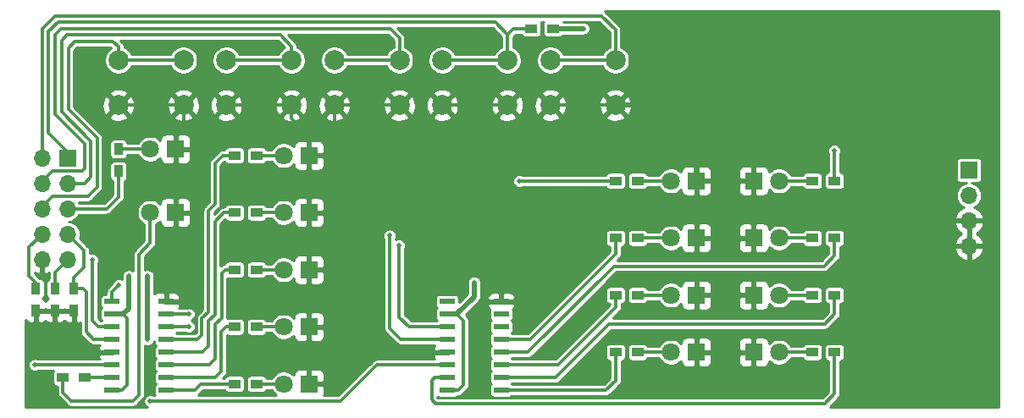
<source format=gbr>
G04 #@! TF.GenerationSoftware,KiCad,Pcbnew,(5.1.4)-1*
G04 #@! TF.CreationDate,2020-07-08T19:39:57+02:00*
G04 #@! TF.ProjectId,SBIO3,5342494f-332e-46b6-9963-61645f706362,rev?*
G04 #@! TF.SameCoordinates,Original*
G04 #@! TF.FileFunction,Copper,L1,Top*
G04 #@! TF.FilePolarity,Positive*
%FSLAX46Y46*%
G04 Gerber Fmt 4.6, Leading zero omitted, Abs format (unit mm)*
G04 Created by KiCad (PCBNEW (5.1.4)-1) date 2020-07-08 19:39:57*
%MOMM*%
%LPD*%
G04 APERTURE LIST*
%ADD10C,1.800000*%
%ADD11R,1.800000X1.800000*%
%ADD12O,1.700000X1.700000*%
%ADD13R,1.700000X1.700000*%
%ADD14R,1.500000X0.600000*%
%ADD15C,2.000000*%
%ADD16R,0.900000X1.200000*%
%ADD17R,1.200000X0.900000*%
%ADD18C,0.500000*%
%ADD19C,0.500000*%
%ADD20C,0.300000*%
%ADD21C,0.254000*%
G04 APERTURE END LIST*
D10*
X88265000Y-146050000D03*
D11*
X90805000Y-146050000D03*
D10*
X88265000Y-152400000D03*
D11*
X90805000Y-152400000D03*
D12*
X170116500Y-155765500D03*
X170116500Y-153225500D03*
X170116500Y-150685500D03*
D13*
X170116500Y-148145500D03*
D12*
X77470000Y-157099000D03*
X80010000Y-157099000D03*
X77470000Y-154559000D03*
X80010000Y-154559000D03*
X77470000Y-152019000D03*
X80010000Y-152019000D03*
X77470000Y-149479000D03*
X80010000Y-149479000D03*
X77470000Y-146939000D03*
D13*
X80010000Y-146939000D03*
D14*
X117950000Y-170180000D03*
X117950000Y-168910000D03*
X117950000Y-167640000D03*
X117950000Y-166370000D03*
X117950000Y-165100000D03*
X117950000Y-163830000D03*
X117950000Y-162560000D03*
X117950000Y-161290000D03*
X123350000Y-161290000D03*
X123350000Y-162560000D03*
X123350000Y-163830000D03*
X123350000Y-165100000D03*
X123350000Y-166370000D03*
X123350000Y-167640000D03*
X123350000Y-168910000D03*
X123350000Y-170180000D03*
D15*
X134770000Y-137160000D03*
X134770000Y-141660000D03*
X128270000Y-137160000D03*
X128270000Y-141660000D03*
D14*
X89855000Y-170180000D03*
X89855000Y-168910000D03*
X89855000Y-167640000D03*
X89855000Y-166370000D03*
X89855000Y-165100000D03*
X89855000Y-163830000D03*
X89855000Y-162560000D03*
X89855000Y-161290000D03*
X84455000Y-161290000D03*
X84455000Y-162560000D03*
X84455000Y-163830000D03*
X84455000Y-165100000D03*
X84455000Y-166370000D03*
X84455000Y-167640000D03*
X84455000Y-168910000D03*
X84455000Y-170180000D03*
D11*
X104140000Y-169545000D03*
D10*
X101600000Y-169545000D03*
D16*
X78740000Y-162220000D03*
X78740000Y-160020000D03*
D17*
X136990000Y-154940000D03*
X134790000Y-154940000D03*
X81745000Y-168910000D03*
X79545000Y-168910000D03*
X98890000Y-158115000D03*
X96690000Y-158115000D03*
D16*
X76835000Y-160020000D03*
X76835000Y-162220000D03*
D10*
X101600000Y-163830000D03*
D11*
X104140000Y-163830000D03*
D10*
X101600000Y-152400000D03*
D11*
X104140000Y-152400000D03*
D10*
X140335000Y-149225000D03*
D11*
X142875000Y-149225000D03*
X148590000Y-160655000D03*
D10*
X151130000Y-160655000D03*
D16*
X80645000Y-162220000D03*
X80645000Y-160020000D03*
D17*
X96690000Y-169545000D03*
X98890000Y-169545000D03*
X154475000Y-154940000D03*
X156675000Y-154940000D03*
X156675000Y-166370000D03*
X154475000Y-166370000D03*
D15*
X123975000Y-137160000D03*
X123975000Y-141660000D03*
X117475000Y-137160000D03*
X117475000Y-141660000D03*
X85090000Y-141660000D03*
X85090000Y-137160000D03*
X91590000Y-141660000D03*
X91590000Y-137160000D03*
X113180000Y-137160000D03*
X113180000Y-141660000D03*
X106680000Y-137160000D03*
X106680000Y-141660000D03*
D17*
X156675000Y-149225000D03*
X154475000Y-149225000D03*
D15*
X95885000Y-141660000D03*
X95885000Y-137160000D03*
X102385000Y-141660000D03*
X102385000Y-137160000D03*
D16*
X85090000Y-146050000D03*
X85090000Y-148250000D03*
D17*
X98890000Y-146685000D03*
X96690000Y-146685000D03*
X136990000Y-149225000D03*
X134790000Y-149225000D03*
D10*
X101600000Y-158115000D03*
D11*
X104140000Y-158115000D03*
D10*
X151130000Y-149225000D03*
D11*
X148590000Y-149225000D03*
X142875000Y-160655000D03*
D10*
X140335000Y-160655000D03*
D17*
X96690000Y-163830000D03*
X98890000Y-163830000D03*
D11*
X148590000Y-166370000D03*
D10*
X151130000Y-166370000D03*
D11*
X142875000Y-166370000D03*
D10*
X140335000Y-166370000D03*
D17*
X128565000Y-133985000D03*
X126365000Y-133985000D03*
D11*
X148590000Y-154940000D03*
D10*
X151130000Y-154940000D03*
X140335000Y-154940000D03*
D11*
X142875000Y-154940000D03*
D17*
X156675000Y-160655000D03*
X154475000Y-160655000D03*
X134790000Y-160655000D03*
X136990000Y-160655000D03*
D10*
X101600000Y-146685000D03*
D11*
X104140000Y-146685000D03*
D17*
X136990000Y-166370000D03*
X134790000Y-166370000D03*
X96690000Y-152400000D03*
X98890000Y-152400000D03*
D18*
X163830000Y-165481000D03*
X164338000Y-155257500D03*
X156718000Y-140208000D03*
X141478000Y-138493500D03*
X79248000Y-165100000D03*
X88011000Y-165100000D03*
X86106000Y-158750000D03*
X88011000Y-158750000D03*
X120650000Y-159385000D03*
X131572000Y-133985000D03*
X113140000Y-155680000D03*
X82469000Y-157099000D03*
X76740000Y-167650000D03*
X112190000Y-154690000D03*
X156660000Y-146210000D03*
X92130000Y-163830000D03*
X92130000Y-162560000D03*
X125140000Y-149240000D03*
X88280000Y-171240000D03*
X85120000Y-159660000D03*
D19*
X141787000Y-141660000D02*
X142875000Y-142748000D01*
X142875000Y-142748000D02*
X142875000Y-149225000D01*
X134770000Y-141660000D02*
X141787000Y-141660000D01*
D20*
X117475000Y-141660000D02*
X123975000Y-141660000D01*
X90805000Y-152400000D02*
X90805000Y-146050000D01*
X104140000Y-158115000D02*
X104140000Y-163830000D01*
X106045000Y-146685000D02*
X104140000Y-146685000D01*
X106680000Y-141660000D02*
X106680000Y-146050000D01*
X78740000Y-162220000D02*
X80645000Y-162220000D01*
X104140000Y-144780000D02*
X104140000Y-146685000D01*
X104140000Y-152400000D02*
X104140000Y-158115000D01*
X95885000Y-141660000D02*
X102385000Y-141660000D01*
X91590000Y-143620000D02*
X91590000Y-141660000D01*
X90805000Y-146050000D02*
X90805000Y-144405000D01*
X76835000Y-162220000D02*
X78740000Y-162220000D01*
X102385000Y-143025000D02*
X104140000Y-144780000D01*
X106680000Y-141660000D02*
X113180000Y-141660000D01*
X90805000Y-144405000D02*
X91590000Y-143620000D01*
X148590000Y-154940000D02*
X148590000Y-149225000D01*
X142875000Y-154940000D02*
X142875000Y-149225000D01*
X85090000Y-141660000D02*
X91590000Y-141660000D01*
X148590000Y-160655000D02*
X142875000Y-160655000D01*
X142875000Y-149225000D02*
X148590000Y-149225000D01*
X106680000Y-146050000D02*
X106045000Y-146685000D01*
X104140000Y-163830000D02*
X104140000Y-169545000D01*
X102385000Y-141660000D02*
X102385000Y-143025000D01*
X104140000Y-146685000D02*
X104140000Y-152400000D01*
X128270000Y-141660000D02*
X134770000Y-141660000D01*
D19*
X85560000Y-162560000D02*
X84455000Y-162560000D01*
X86106000Y-158750000D02*
X86106000Y-162014000D01*
D20*
X85960000Y-162960000D02*
X85960000Y-169660000D01*
X119080000Y-170180000D02*
X119570000Y-169690000D01*
D19*
X131572000Y-133985000D02*
X128565000Y-133985000D01*
D20*
X85560000Y-162560000D02*
X85960000Y-162960000D01*
D19*
X118920000Y-162560000D02*
X117950000Y-162560000D01*
X120650000Y-159385000D02*
X120650000Y-160830000D01*
D20*
X85440000Y-170180000D02*
X84455000Y-170180000D01*
X117950000Y-170180000D02*
X119080000Y-170180000D01*
D19*
X86106000Y-162014000D02*
X85560000Y-162560000D01*
X88011000Y-165100000D02*
X88011000Y-158750000D01*
D20*
X119570000Y-169690000D02*
X119570000Y-163210000D01*
D19*
X120650000Y-160830000D02*
X118920000Y-162560000D01*
D20*
X119570000Y-163210000D02*
X118920000Y-162560000D01*
X85960000Y-169660000D02*
X85440000Y-170180000D01*
X78740000Y-160020000D02*
X78740000Y-158369000D01*
X113140000Y-155680000D02*
X113140000Y-162840000D01*
X82469000Y-157099000D02*
X82469000Y-163189000D01*
X78740000Y-158369000D02*
X80010000Y-157099000D01*
X83110000Y-163830000D02*
X84455000Y-163830000D01*
X114130000Y-163830000D02*
X117950000Y-163830000D01*
X113140000Y-162840000D02*
X114130000Y-163830000D01*
X82469000Y-163189000D02*
X83110000Y-163830000D01*
X76150000Y-158730000D02*
X76150000Y-155879000D01*
X76835000Y-159415000D02*
X76150000Y-158730000D01*
X76740000Y-167650000D02*
X76750000Y-167640000D01*
X76750000Y-167640000D02*
X84455000Y-167640000D01*
X76150000Y-155879000D02*
X77470000Y-154559000D01*
X76835000Y-160020000D02*
X76835000Y-159415000D01*
X81860000Y-164360000D02*
X82600000Y-165100000D01*
X82600000Y-165100000D02*
X84455000Y-165100000D01*
X80645000Y-158865000D02*
X81620000Y-157890000D01*
X112190000Y-154690000D02*
X112190000Y-163950000D01*
X113340000Y-165100000D02*
X117950000Y-165100000D01*
X80645000Y-160020000D02*
X80645000Y-158865000D01*
X112190000Y-163950000D02*
X113340000Y-165100000D01*
X81860000Y-160360000D02*
X81860000Y-164360000D01*
X81520000Y-160020000D02*
X81860000Y-160360000D01*
X80645000Y-160020000D02*
X81520000Y-160020000D01*
X81620000Y-157890000D02*
X81620000Y-156169000D01*
X81620000Y-156169000D02*
X80010000Y-154559000D01*
X85090000Y-135810000D02*
X85090000Y-137160000D01*
X82960000Y-149850000D02*
X82960000Y-144940000D01*
X85090000Y-137160000D02*
X91590000Y-137160000D01*
X84550000Y-135270000D02*
X85090000Y-135810000D01*
X80740000Y-135270000D02*
X84550000Y-135270000D01*
X77470000Y-151780000D02*
X78500000Y-150750000D01*
X80070000Y-142050000D02*
X80070000Y-135940000D01*
X80070000Y-135940000D02*
X80740000Y-135270000D01*
X82960000Y-144940000D02*
X80070000Y-142050000D01*
X82060000Y-150750000D02*
X82960000Y-149850000D01*
X78500000Y-150750000D02*
X82060000Y-150750000D01*
X77470000Y-152019000D02*
X77470000Y-151780000D01*
X83921000Y-152019000D02*
X85090000Y-150850000D01*
X80010000Y-152019000D02*
X83921000Y-152019000D01*
X85090000Y-150850000D02*
X85090000Y-148250000D01*
X112260000Y-134010000D02*
X113180000Y-134930000D01*
X81690000Y-145490000D02*
X78770000Y-142570000D01*
X81690000Y-147990000D02*
X81690000Y-145490000D01*
X78770000Y-134600000D02*
X79360000Y-134010000D01*
X78770000Y-142570000D02*
X78770000Y-134600000D01*
X106680000Y-137160000D02*
X113180000Y-137160000D01*
X79360000Y-134010000D02*
X112260000Y-134010000D01*
X113180000Y-134930000D02*
X113180000Y-137160000D01*
X81460000Y-148220000D02*
X81690000Y-147990000D01*
X78530000Y-148220000D02*
X81460000Y-148220000D01*
X77470000Y-149280000D02*
X78530000Y-148220000D01*
X77470000Y-149479000D02*
X77470000Y-149280000D01*
X101240000Y-134640000D02*
X102385000Y-135785000D01*
X79420000Y-135160000D02*
X79940000Y-134640000D01*
X81701000Y-149479000D02*
X82330000Y-148850000D01*
X82330000Y-145250000D02*
X79420000Y-142340000D01*
X82330000Y-148850000D02*
X82330000Y-145250000D01*
X102385000Y-135785000D02*
X102385000Y-137160000D01*
X79420000Y-142340000D02*
X79420000Y-135160000D01*
X80010000Y-149479000D02*
X81701000Y-149479000D01*
X95885000Y-137160000D02*
X102385000Y-137160000D01*
X79940000Y-134640000D02*
X101240000Y-134640000D01*
X133350000Y-132715000D02*
X134770000Y-134135000D01*
X78740000Y-132715000D02*
X133350000Y-132715000D01*
X128270000Y-137160000D02*
X134770000Y-137160000D01*
X77470000Y-146939000D02*
X77470000Y-133985000D01*
X134770000Y-134135000D02*
X134770000Y-137160000D01*
X77470000Y-133985000D02*
X78740000Y-132715000D01*
X122750000Y-133350000D02*
X123975000Y-134575000D01*
X117475000Y-137160000D02*
X123975000Y-137160000D01*
X79060000Y-133350000D02*
X122750000Y-133350000D01*
X78110000Y-144450000D02*
X78110000Y-134300000D01*
X80010000Y-146939000D02*
X80010000Y-146350000D01*
X124565000Y-133985000D02*
X123975000Y-134575000D01*
X123975000Y-134575000D02*
X123975000Y-137160000D01*
X126365000Y-133985000D02*
X124565000Y-133985000D01*
X78110000Y-134300000D02*
X79060000Y-133350000D01*
X80010000Y-146350000D02*
X78110000Y-144450000D01*
X85090000Y-146050000D02*
X88265000Y-146050000D01*
X95390000Y-168310000D02*
X95390000Y-164300000D01*
X95390000Y-164300000D02*
X95860000Y-163830000D01*
X95860000Y-163830000D02*
X96690000Y-163830000D01*
X94790000Y-168910000D02*
X95390000Y-168310000D01*
X89855000Y-168910000D02*
X94790000Y-168910000D01*
X98890000Y-163830000D02*
X101600000Y-163830000D01*
X98890000Y-158115000D02*
X101600000Y-158115000D01*
X95400000Y-162950000D02*
X95400000Y-158465000D01*
X95400000Y-158465000D02*
X95750000Y-158115000D01*
X94760000Y-163590000D02*
X95400000Y-162950000D01*
X94760000Y-167050000D02*
X94760000Y-163590000D01*
X94170000Y-167640000D02*
X94760000Y-167050000D01*
X89855000Y-167640000D02*
X94170000Y-167640000D01*
X95750000Y-158115000D02*
X96690000Y-158115000D01*
X94730000Y-153290000D02*
X95620000Y-152400000D01*
X94730000Y-162620000D02*
X94730000Y-153290000D01*
X95620000Y-152400000D02*
X96690000Y-152400000D01*
X94110000Y-163240000D02*
X94730000Y-162620000D01*
X94110000Y-165780000D02*
X94110000Y-163240000D01*
X93520000Y-166370000D02*
X94110000Y-165780000D01*
X89855000Y-166370000D02*
X93520000Y-166370000D01*
X98890000Y-152400000D02*
X101600000Y-152400000D01*
X98890000Y-146685000D02*
X101600000Y-146685000D01*
X94730000Y-151550000D02*
X94730000Y-147480000D01*
X94730000Y-147480000D02*
X95525000Y-146685000D01*
X94100000Y-152180000D02*
X94730000Y-151550000D01*
X93440000Y-164640000D02*
X93440000Y-162990000D01*
X89855000Y-165100000D02*
X92980000Y-165100000D01*
X92980000Y-165100000D02*
X93440000Y-164640000D01*
X93440000Y-162990000D02*
X94100000Y-162330000D01*
X95525000Y-146685000D02*
X96690000Y-146685000D01*
X94100000Y-162330000D02*
X94100000Y-152180000D01*
X156660000Y-149210000D02*
X156675000Y-149225000D01*
X156660000Y-146210000D02*
X156660000Y-149210000D01*
X89855000Y-163830000D02*
X92130000Y-163830000D01*
X151130000Y-149225000D02*
X154475000Y-149225000D01*
X136990000Y-149225000D02*
X140335000Y-149225000D01*
X89855000Y-162560000D02*
X92130000Y-162560000D01*
X134775000Y-149240000D02*
X134790000Y-149225000D01*
X125140000Y-149240000D02*
X134775000Y-149240000D01*
X86520000Y-171250000D02*
X87120000Y-170650000D01*
X87120000Y-156580000D02*
X88265000Y-155435000D01*
X79545000Y-168910000D02*
X79545000Y-170425000D01*
X87120000Y-170650000D02*
X87120000Y-156580000D01*
X88265000Y-155435000D02*
X88265000Y-152400000D01*
X80370000Y-171250000D02*
X86520000Y-171250000D01*
X79545000Y-170425000D02*
X80370000Y-171250000D01*
X98890000Y-169545000D02*
X101600000Y-169545000D01*
X151130000Y-166370000D02*
X154475000Y-166370000D01*
X136990000Y-166370000D02*
X140335000Y-166370000D01*
X151130000Y-160655000D02*
X154475000Y-160655000D01*
X136990000Y-160655000D02*
X140335000Y-160655000D01*
X151130000Y-154940000D02*
X154475000Y-154940000D01*
X136990000Y-154940000D02*
X140335000Y-154940000D01*
X84455000Y-168910000D02*
X81745000Y-168910000D01*
X93345000Y-169545000D02*
X96690000Y-169545000D01*
X89855000Y-170180000D02*
X92710000Y-170180000D01*
X92710000Y-170180000D02*
X93345000Y-169545000D01*
X116710000Y-168910000D02*
X116400000Y-169220000D01*
X116760000Y-171490000D02*
X155720000Y-171490000D01*
X155720000Y-171490000D02*
X156675000Y-170535000D01*
X156675000Y-170535000D02*
X156675000Y-166370000D01*
X116400000Y-171130000D02*
X116760000Y-171490000D01*
X116400000Y-169220000D02*
X116400000Y-171130000D01*
X117950000Y-168910000D02*
X116710000Y-168910000D01*
X133830000Y-170180000D02*
X134790000Y-169220000D01*
X134790000Y-169220000D02*
X134790000Y-166370000D01*
X123350000Y-170180000D02*
X133830000Y-170180000D01*
X128770000Y-168910000D02*
X134140000Y-163540000D01*
X156675000Y-162575000D02*
X156675000Y-160655000D01*
X134140000Y-163540000D02*
X155710000Y-163540000D01*
X123350000Y-168910000D02*
X128770000Y-168910000D01*
X155710000Y-163540000D02*
X156675000Y-162575000D01*
X134790000Y-161880000D02*
X134790000Y-160655000D01*
X123350000Y-167640000D02*
X129030000Y-167640000D01*
X129030000Y-167640000D02*
X134790000Y-161880000D01*
X155640000Y-157760000D02*
X156675000Y-156725000D01*
X126040000Y-166370000D02*
X134650000Y-157760000D01*
X156675000Y-156725000D02*
X156675000Y-154940000D01*
X134650000Y-157760000D02*
X155640000Y-157760000D01*
X123350000Y-166370000D02*
X126040000Y-166370000D01*
X126240000Y-165100000D02*
X134790000Y-156550000D01*
X134790000Y-156550000D02*
X134790000Y-154940000D01*
X123350000Y-165100000D02*
X126240000Y-165100000D01*
X84455000Y-160325000D02*
X85120000Y-159660000D01*
X107310000Y-171240000D02*
X110910000Y-167640000D01*
X110910000Y-167640000D02*
X117950000Y-167640000D01*
X88280000Y-171240000D02*
X107310000Y-171240000D01*
X84455000Y-161290000D02*
X84455000Y-160325000D01*
D21*
G36*
X173101000Y-171831000D02*
G01*
X156195001Y-171831000D01*
X157062968Y-170963034D01*
X157084974Y-170944974D01*
X157157079Y-170857115D01*
X157210657Y-170756876D01*
X157227315Y-170701963D01*
X157243651Y-170648112D01*
X157250777Y-170575748D01*
X157252000Y-170563336D01*
X157252000Y-170563331D01*
X157254790Y-170535000D01*
X157252000Y-170506669D01*
X157252000Y-167249066D01*
X157275000Y-167249066D01*
X157358707Y-167240822D01*
X157439196Y-167216405D01*
X157513376Y-167176755D01*
X157578395Y-167123395D01*
X157631755Y-167058376D01*
X157671405Y-166984196D01*
X157695822Y-166903707D01*
X157704066Y-166820000D01*
X157704066Y-165920000D01*
X157695822Y-165836293D01*
X157671405Y-165755804D01*
X157631755Y-165681624D01*
X157578395Y-165616605D01*
X157513376Y-165563245D01*
X157439196Y-165523595D01*
X157358707Y-165499178D01*
X157275000Y-165490934D01*
X156075000Y-165490934D01*
X155991293Y-165499178D01*
X155910804Y-165523595D01*
X155836624Y-165563245D01*
X155771605Y-165616605D01*
X155718245Y-165681624D01*
X155678595Y-165755804D01*
X155654178Y-165836293D01*
X155645934Y-165920000D01*
X155645934Y-166820000D01*
X155654178Y-166903707D01*
X155678595Y-166984196D01*
X155718245Y-167058376D01*
X155771605Y-167123395D01*
X155836624Y-167176755D01*
X155910804Y-167216405D01*
X155991293Y-167240822D01*
X156075000Y-167249066D01*
X156098001Y-167249066D01*
X156098000Y-170295998D01*
X155480999Y-170913000D01*
X116999000Y-170913000D01*
X116977000Y-170890999D01*
X116977000Y-170844974D01*
X117035804Y-170876405D01*
X117116293Y-170900822D01*
X117200000Y-170909066D01*
X118700000Y-170909066D01*
X118783707Y-170900822D01*
X118864196Y-170876405D01*
X118938376Y-170836755D01*
X119003395Y-170783395D01*
X119025057Y-170757000D01*
X119051669Y-170757000D01*
X119080000Y-170759790D01*
X119108331Y-170757000D01*
X119108336Y-170757000D01*
X119138045Y-170754074D01*
X119193111Y-170748651D01*
X119237770Y-170735103D01*
X119301876Y-170715657D01*
X119402115Y-170662079D01*
X119489974Y-170589974D01*
X119508039Y-170567962D01*
X119957963Y-170118038D01*
X119979974Y-170099974D01*
X120052079Y-170012115D01*
X120105657Y-169911876D01*
X120125880Y-169845210D01*
X120138651Y-169803112D01*
X120149791Y-169690000D01*
X120147000Y-169661661D01*
X120147000Y-163238331D01*
X120149790Y-163210000D01*
X120146839Y-163180026D01*
X120142601Y-163137000D01*
X120138651Y-163096888D01*
X120112356Y-163010209D01*
X120105657Y-162988124D01*
X120052079Y-162887885D01*
X119979974Y-162800026D01*
X119957962Y-162781961D01*
X119806712Y-162630711D01*
X120847422Y-161590000D01*
X121961928Y-161590000D01*
X121974188Y-161714482D01*
X122010498Y-161834180D01*
X122069463Y-161944494D01*
X122148815Y-162041185D01*
X122207185Y-162089088D01*
X122203595Y-162095804D01*
X122179178Y-162176293D01*
X122170934Y-162260000D01*
X122170934Y-162860000D01*
X122179178Y-162943707D01*
X122203595Y-163024196D01*
X122243245Y-163098376D01*
X122296605Y-163163395D01*
X122335116Y-163195000D01*
X122296605Y-163226605D01*
X122243245Y-163291624D01*
X122203595Y-163365804D01*
X122179178Y-163446293D01*
X122170934Y-163530000D01*
X122170934Y-164130000D01*
X122179178Y-164213707D01*
X122203595Y-164294196D01*
X122243245Y-164368376D01*
X122296605Y-164433395D01*
X122335116Y-164465000D01*
X122296605Y-164496605D01*
X122243245Y-164561624D01*
X122203595Y-164635804D01*
X122179178Y-164716293D01*
X122170934Y-164800000D01*
X122170934Y-165400000D01*
X122179178Y-165483707D01*
X122203595Y-165564196D01*
X122243245Y-165638376D01*
X122296605Y-165703395D01*
X122335116Y-165735000D01*
X122296605Y-165766605D01*
X122243245Y-165831624D01*
X122203595Y-165905804D01*
X122179178Y-165986293D01*
X122170934Y-166070000D01*
X122170934Y-166670000D01*
X122179178Y-166753707D01*
X122203595Y-166834196D01*
X122243245Y-166908376D01*
X122296605Y-166973395D01*
X122335116Y-167005000D01*
X122296605Y-167036605D01*
X122243245Y-167101624D01*
X122203595Y-167175804D01*
X122179178Y-167256293D01*
X122170934Y-167340000D01*
X122170934Y-167940000D01*
X122179178Y-168023707D01*
X122203595Y-168104196D01*
X122243245Y-168178376D01*
X122296605Y-168243395D01*
X122335116Y-168275000D01*
X122296605Y-168306605D01*
X122243245Y-168371624D01*
X122203595Y-168445804D01*
X122179178Y-168526293D01*
X122170934Y-168610000D01*
X122170934Y-169210000D01*
X122179178Y-169293707D01*
X122203595Y-169374196D01*
X122243245Y-169448376D01*
X122296605Y-169513395D01*
X122335116Y-169545000D01*
X122296605Y-169576605D01*
X122243245Y-169641624D01*
X122203595Y-169715804D01*
X122179178Y-169796293D01*
X122170934Y-169880000D01*
X122170934Y-170480000D01*
X122179178Y-170563707D01*
X122203595Y-170644196D01*
X122243245Y-170718376D01*
X122296605Y-170783395D01*
X122361624Y-170836755D01*
X122435804Y-170876405D01*
X122516293Y-170900822D01*
X122600000Y-170909066D01*
X124100000Y-170909066D01*
X124183707Y-170900822D01*
X124264196Y-170876405D01*
X124338376Y-170836755D01*
X124403395Y-170783395D01*
X124425057Y-170757000D01*
X133801669Y-170757000D01*
X133830000Y-170759790D01*
X133858331Y-170757000D01*
X133858336Y-170757000D01*
X133888045Y-170754074D01*
X133943111Y-170748651D01*
X133987770Y-170735103D01*
X134051876Y-170715657D01*
X134152115Y-170662079D01*
X134239974Y-170589974D01*
X134258039Y-170567962D01*
X135177968Y-169648034D01*
X135199974Y-169629974D01*
X135222112Y-169603000D01*
X135251857Y-169566755D01*
X135272079Y-169542115D01*
X135325657Y-169441876D01*
X135340763Y-169392078D01*
X135358651Y-169333112D01*
X135365925Y-169259250D01*
X135367000Y-169248336D01*
X135367000Y-169248332D01*
X135369790Y-169220001D01*
X135367000Y-169191665D01*
X135367000Y-167249066D01*
X135390000Y-167249066D01*
X135473707Y-167240822D01*
X135554196Y-167216405D01*
X135628376Y-167176755D01*
X135693395Y-167123395D01*
X135746755Y-167058376D01*
X135786405Y-166984196D01*
X135810822Y-166903707D01*
X135819066Y-166820000D01*
X135819066Y-165920000D01*
X135960934Y-165920000D01*
X135960934Y-166820000D01*
X135969178Y-166903707D01*
X135993595Y-166984196D01*
X136033245Y-167058376D01*
X136086605Y-167123395D01*
X136151624Y-167176755D01*
X136225804Y-167216405D01*
X136306293Y-167240822D01*
X136390000Y-167249066D01*
X137590000Y-167249066D01*
X137673707Y-167240822D01*
X137754196Y-167216405D01*
X137828376Y-167176755D01*
X137893395Y-167123395D01*
X137946755Y-167058376D01*
X137986405Y-166984196D01*
X137997689Y-166947000D01*
X139137667Y-166947000D01*
X139159028Y-166998570D01*
X139304252Y-167215913D01*
X139489087Y-167400748D01*
X139706430Y-167545972D01*
X139947928Y-167646004D01*
X140204302Y-167697000D01*
X140465698Y-167697000D01*
X140722072Y-167646004D01*
X140963570Y-167545972D01*
X141180913Y-167400748D01*
X141337055Y-167244606D01*
X141336928Y-167270000D01*
X141349188Y-167394482D01*
X141385498Y-167514180D01*
X141444463Y-167624494D01*
X141523815Y-167721185D01*
X141620506Y-167800537D01*
X141730820Y-167859502D01*
X141850518Y-167895812D01*
X141975000Y-167908072D01*
X142589250Y-167905000D01*
X142748000Y-167746250D01*
X142748000Y-166497000D01*
X143002000Y-166497000D01*
X143002000Y-167746250D01*
X143160750Y-167905000D01*
X143775000Y-167908072D01*
X143899482Y-167895812D01*
X144019180Y-167859502D01*
X144129494Y-167800537D01*
X144226185Y-167721185D01*
X144305537Y-167624494D01*
X144364502Y-167514180D01*
X144400812Y-167394482D01*
X144413072Y-167270000D01*
X147051928Y-167270000D01*
X147064188Y-167394482D01*
X147100498Y-167514180D01*
X147159463Y-167624494D01*
X147238815Y-167721185D01*
X147335506Y-167800537D01*
X147445820Y-167859502D01*
X147565518Y-167895812D01*
X147690000Y-167908072D01*
X148304250Y-167905000D01*
X148463000Y-167746250D01*
X148463000Y-166497000D01*
X147213750Y-166497000D01*
X147055000Y-166655750D01*
X147051928Y-167270000D01*
X144413072Y-167270000D01*
X144410000Y-166655750D01*
X144251250Y-166497000D01*
X143002000Y-166497000D01*
X142748000Y-166497000D01*
X142728000Y-166497000D01*
X142728000Y-166243000D01*
X142748000Y-166243000D01*
X142748000Y-164993750D01*
X143002000Y-164993750D01*
X143002000Y-166243000D01*
X144251250Y-166243000D01*
X144410000Y-166084250D01*
X144413072Y-165470000D01*
X147051928Y-165470000D01*
X147055000Y-166084250D01*
X147213750Y-166243000D01*
X148463000Y-166243000D01*
X148463000Y-164993750D01*
X148717000Y-164993750D01*
X148717000Y-166243000D01*
X148737000Y-166243000D01*
X148737000Y-166497000D01*
X148717000Y-166497000D01*
X148717000Y-167746250D01*
X148875750Y-167905000D01*
X149490000Y-167908072D01*
X149614482Y-167895812D01*
X149734180Y-167859502D01*
X149844494Y-167800537D01*
X149941185Y-167721185D01*
X150020537Y-167624494D01*
X150079502Y-167514180D01*
X150115812Y-167394482D01*
X150128072Y-167270000D01*
X150127945Y-167244606D01*
X150284087Y-167400748D01*
X150501430Y-167545972D01*
X150742928Y-167646004D01*
X150999302Y-167697000D01*
X151260698Y-167697000D01*
X151517072Y-167646004D01*
X151758570Y-167545972D01*
X151975913Y-167400748D01*
X152160748Y-167215913D01*
X152305972Y-166998570D01*
X152327333Y-166947000D01*
X153467311Y-166947000D01*
X153478595Y-166984196D01*
X153518245Y-167058376D01*
X153571605Y-167123395D01*
X153636624Y-167176755D01*
X153710804Y-167216405D01*
X153791293Y-167240822D01*
X153875000Y-167249066D01*
X155075000Y-167249066D01*
X155158707Y-167240822D01*
X155239196Y-167216405D01*
X155313376Y-167176755D01*
X155378395Y-167123395D01*
X155431755Y-167058376D01*
X155471405Y-166984196D01*
X155495822Y-166903707D01*
X155504066Y-166820000D01*
X155504066Y-165920000D01*
X155495822Y-165836293D01*
X155471405Y-165755804D01*
X155431755Y-165681624D01*
X155378395Y-165616605D01*
X155313376Y-165563245D01*
X155239196Y-165523595D01*
X155158707Y-165499178D01*
X155075000Y-165490934D01*
X153875000Y-165490934D01*
X153791293Y-165499178D01*
X153710804Y-165523595D01*
X153636624Y-165563245D01*
X153571605Y-165616605D01*
X153518245Y-165681624D01*
X153478595Y-165755804D01*
X153467311Y-165793000D01*
X152327333Y-165793000D01*
X152305972Y-165741430D01*
X152160748Y-165524087D01*
X151975913Y-165339252D01*
X151758570Y-165194028D01*
X151517072Y-165093996D01*
X151260698Y-165043000D01*
X150999302Y-165043000D01*
X150742928Y-165093996D01*
X150501430Y-165194028D01*
X150284087Y-165339252D01*
X150127945Y-165495394D01*
X150128072Y-165470000D01*
X150115812Y-165345518D01*
X150079502Y-165225820D01*
X150020537Y-165115506D01*
X149941185Y-165018815D01*
X149844494Y-164939463D01*
X149734180Y-164880498D01*
X149614482Y-164844188D01*
X149490000Y-164831928D01*
X148875750Y-164835000D01*
X148717000Y-164993750D01*
X148463000Y-164993750D01*
X148304250Y-164835000D01*
X147690000Y-164831928D01*
X147565518Y-164844188D01*
X147445820Y-164880498D01*
X147335506Y-164939463D01*
X147238815Y-165018815D01*
X147159463Y-165115506D01*
X147100498Y-165225820D01*
X147064188Y-165345518D01*
X147051928Y-165470000D01*
X144413072Y-165470000D01*
X144400812Y-165345518D01*
X144364502Y-165225820D01*
X144305537Y-165115506D01*
X144226185Y-165018815D01*
X144129494Y-164939463D01*
X144019180Y-164880498D01*
X143899482Y-164844188D01*
X143775000Y-164831928D01*
X143160750Y-164835000D01*
X143002000Y-164993750D01*
X142748000Y-164993750D01*
X142589250Y-164835000D01*
X141975000Y-164831928D01*
X141850518Y-164844188D01*
X141730820Y-164880498D01*
X141620506Y-164939463D01*
X141523815Y-165018815D01*
X141444463Y-165115506D01*
X141385498Y-165225820D01*
X141349188Y-165345518D01*
X141336928Y-165470000D01*
X141337055Y-165495394D01*
X141180913Y-165339252D01*
X140963570Y-165194028D01*
X140722072Y-165093996D01*
X140465698Y-165043000D01*
X140204302Y-165043000D01*
X139947928Y-165093996D01*
X139706430Y-165194028D01*
X139489087Y-165339252D01*
X139304252Y-165524087D01*
X139159028Y-165741430D01*
X139137667Y-165793000D01*
X137997689Y-165793000D01*
X137986405Y-165755804D01*
X137946755Y-165681624D01*
X137893395Y-165616605D01*
X137828376Y-165563245D01*
X137754196Y-165523595D01*
X137673707Y-165499178D01*
X137590000Y-165490934D01*
X136390000Y-165490934D01*
X136306293Y-165499178D01*
X136225804Y-165523595D01*
X136151624Y-165563245D01*
X136086605Y-165616605D01*
X136033245Y-165681624D01*
X135993595Y-165755804D01*
X135969178Y-165836293D01*
X135960934Y-165920000D01*
X135819066Y-165920000D01*
X135810822Y-165836293D01*
X135786405Y-165755804D01*
X135746755Y-165681624D01*
X135693395Y-165616605D01*
X135628376Y-165563245D01*
X135554196Y-165523595D01*
X135473707Y-165499178D01*
X135390000Y-165490934D01*
X134190000Y-165490934D01*
X134106293Y-165499178D01*
X134025804Y-165523595D01*
X133951624Y-165563245D01*
X133886605Y-165616605D01*
X133833245Y-165681624D01*
X133793595Y-165755804D01*
X133769178Y-165836293D01*
X133760934Y-165920000D01*
X133760934Y-166820000D01*
X133769178Y-166903707D01*
X133793595Y-166984196D01*
X133833245Y-167058376D01*
X133886605Y-167123395D01*
X133951624Y-167176755D01*
X134025804Y-167216405D01*
X134106293Y-167240822D01*
X134190000Y-167249066D01*
X134213001Y-167249066D01*
X134213000Y-168980998D01*
X133590999Y-169603000D01*
X124425057Y-169603000D01*
X124403395Y-169576605D01*
X124364884Y-169545000D01*
X124403395Y-169513395D01*
X124425057Y-169487000D01*
X128741669Y-169487000D01*
X128770000Y-169489790D01*
X128798331Y-169487000D01*
X128798336Y-169487000D01*
X128828045Y-169484074D01*
X128883111Y-169478651D01*
X128927770Y-169465103D01*
X128991876Y-169445657D01*
X129092115Y-169392079D01*
X129179974Y-169319974D01*
X129198039Y-169297962D01*
X134379001Y-164117000D01*
X155681669Y-164117000D01*
X155710000Y-164119790D01*
X155738331Y-164117000D01*
X155738336Y-164117000D01*
X155768045Y-164114074D01*
X155823111Y-164108651D01*
X155867770Y-164095103D01*
X155931876Y-164075657D01*
X156032115Y-164022079D01*
X156119974Y-163949974D01*
X156138039Y-163927962D01*
X157062968Y-163003034D01*
X157084974Y-162984974D01*
X157104105Y-162961664D01*
X157120149Y-162942114D01*
X157157079Y-162897115D01*
X157210657Y-162796876D01*
X157243650Y-162688112D01*
X157252000Y-162603336D01*
X157252000Y-162603330D01*
X157254790Y-162575001D01*
X157252000Y-162546672D01*
X157252000Y-161534066D01*
X157275000Y-161534066D01*
X157358707Y-161525822D01*
X157439196Y-161501405D01*
X157513376Y-161461755D01*
X157578395Y-161408395D01*
X157631755Y-161343376D01*
X157671405Y-161269196D01*
X157695822Y-161188707D01*
X157704066Y-161105000D01*
X157704066Y-160205000D01*
X157695822Y-160121293D01*
X157671405Y-160040804D01*
X157631755Y-159966624D01*
X157578395Y-159901605D01*
X157513376Y-159848245D01*
X157439196Y-159808595D01*
X157358707Y-159784178D01*
X157275000Y-159775934D01*
X156075000Y-159775934D01*
X155991293Y-159784178D01*
X155910804Y-159808595D01*
X155836624Y-159848245D01*
X155771605Y-159901605D01*
X155718245Y-159966624D01*
X155678595Y-160040804D01*
X155654178Y-160121293D01*
X155645934Y-160205000D01*
X155645934Y-161105000D01*
X155654178Y-161188707D01*
X155678595Y-161269196D01*
X155718245Y-161343376D01*
X155771605Y-161408395D01*
X155836624Y-161461755D01*
X155910804Y-161501405D01*
X155991293Y-161525822D01*
X156075000Y-161534066D01*
X156098001Y-161534066D01*
X156098000Y-162335998D01*
X155470999Y-162963000D01*
X134523002Y-162963000D01*
X135177969Y-162308033D01*
X135199974Y-162289974D01*
X135224574Y-162260000D01*
X135250776Y-162228072D01*
X135272079Y-162202115D01*
X135325657Y-162101876D01*
X135358650Y-161993112D01*
X135367000Y-161908336D01*
X135367000Y-161908330D01*
X135369790Y-161880001D01*
X135367000Y-161851672D01*
X135367000Y-161534066D01*
X135390000Y-161534066D01*
X135473707Y-161525822D01*
X135554196Y-161501405D01*
X135628376Y-161461755D01*
X135693395Y-161408395D01*
X135746755Y-161343376D01*
X135786405Y-161269196D01*
X135810822Y-161188707D01*
X135819066Y-161105000D01*
X135819066Y-160205000D01*
X135960934Y-160205000D01*
X135960934Y-161105000D01*
X135969178Y-161188707D01*
X135993595Y-161269196D01*
X136033245Y-161343376D01*
X136086605Y-161408395D01*
X136151624Y-161461755D01*
X136225804Y-161501405D01*
X136306293Y-161525822D01*
X136390000Y-161534066D01*
X137590000Y-161534066D01*
X137673707Y-161525822D01*
X137754196Y-161501405D01*
X137828376Y-161461755D01*
X137893395Y-161408395D01*
X137946755Y-161343376D01*
X137986405Y-161269196D01*
X137997689Y-161232000D01*
X139137667Y-161232000D01*
X139159028Y-161283570D01*
X139304252Y-161500913D01*
X139489087Y-161685748D01*
X139706430Y-161830972D01*
X139947928Y-161931004D01*
X140204302Y-161982000D01*
X140465698Y-161982000D01*
X140722072Y-161931004D01*
X140963570Y-161830972D01*
X141180913Y-161685748D01*
X141337055Y-161529606D01*
X141336928Y-161555000D01*
X141349188Y-161679482D01*
X141385498Y-161799180D01*
X141444463Y-161909494D01*
X141523815Y-162006185D01*
X141620506Y-162085537D01*
X141730820Y-162144502D01*
X141850518Y-162180812D01*
X141975000Y-162193072D01*
X142589250Y-162190000D01*
X142748000Y-162031250D01*
X142748000Y-160782000D01*
X143002000Y-160782000D01*
X143002000Y-162031250D01*
X143160750Y-162190000D01*
X143775000Y-162193072D01*
X143899482Y-162180812D01*
X144019180Y-162144502D01*
X144129494Y-162085537D01*
X144226185Y-162006185D01*
X144305537Y-161909494D01*
X144364502Y-161799180D01*
X144400812Y-161679482D01*
X144413072Y-161555000D01*
X147051928Y-161555000D01*
X147064188Y-161679482D01*
X147100498Y-161799180D01*
X147159463Y-161909494D01*
X147238815Y-162006185D01*
X147335506Y-162085537D01*
X147445820Y-162144502D01*
X147565518Y-162180812D01*
X147690000Y-162193072D01*
X148304250Y-162190000D01*
X148463000Y-162031250D01*
X148463000Y-160782000D01*
X147213750Y-160782000D01*
X147055000Y-160940750D01*
X147051928Y-161555000D01*
X144413072Y-161555000D01*
X144410000Y-160940750D01*
X144251250Y-160782000D01*
X143002000Y-160782000D01*
X142748000Y-160782000D01*
X142728000Y-160782000D01*
X142728000Y-160528000D01*
X142748000Y-160528000D01*
X142748000Y-159278750D01*
X143002000Y-159278750D01*
X143002000Y-160528000D01*
X144251250Y-160528000D01*
X144410000Y-160369250D01*
X144413072Y-159755000D01*
X147051928Y-159755000D01*
X147055000Y-160369250D01*
X147213750Y-160528000D01*
X148463000Y-160528000D01*
X148463000Y-159278750D01*
X148717000Y-159278750D01*
X148717000Y-160528000D01*
X148737000Y-160528000D01*
X148737000Y-160782000D01*
X148717000Y-160782000D01*
X148717000Y-162031250D01*
X148875750Y-162190000D01*
X149490000Y-162193072D01*
X149614482Y-162180812D01*
X149734180Y-162144502D01*
X149844494Y-162085537D01*
X149941185Y-162006185D01*
X150020537Y-161909494D01*
X150079502Y-161799180D01*
X150115812Y-161679482D01*
X150128072Y-161555000D01*
X150127945Y-161529606D01*
X150284087Y-161685748D01*
X150501430Y-161830972D01*
X150742928Y-161931004D01*
X150999302Y-161982000D01*
X151260698Y-161982000D01*
X151517072Y-161931004D01*
X151758570Y-161830972D01*
X151975913Y-161685748D01*
X152160748Y-161500913D01*
X152305972Y-161283570D01*
X152327333Y-161232000D01*
X153467311Y-161232000D01*
X153478595Y-161269196D01*
X153518245Y-161343376D01*
X153571605Y-161408395D01*
X153636624Y-161461755D01*
X153710804Y-161501405D01*
X153791293Y-161525822D01*
X153875000Y-161534066D01*
X155075000Y-161534066D01*
X155158707Y-161525822D01*
X155239196Y-161501405D01*
X155313376Y-161461755D01*
X155378395Y-161408395D01*
X155431755Y-161343376D01*
X155471405Y-161269196D01*
X155495822Y-161188707D01*
X155504066Y-161105000D01*
X155504066Y-160205000D01*
X155495822Y-160121293D01*
X155471405Y-160040804D01*
X155431755Y-159966624D01*
X155378395Y-159901605D01*
X155313376Y-159848245D01*
X155239196Y-159808595D01*
X155158707Y-159784178D01*
X155075000Y-159775934D01*
X153875000Y-159775934D01*
X153791293Y-159784178D01*
X153710804Y-159808595D01*
X153636624Y-159848245D01*
X153571605Y-159901605D01*
X153518245Y-159966624D01*
X153478595Y-160040804D01*
X153467311Y-160078000D01*
X152327333Y-160078000D01*
X152305972Y-160026430D01*
X152160748Y-159809087D01*
X151975913Y-159624252D01*
X151758570Y-159479028D01*
X151517072Y-159378996D01*
X151260698Y-159328000D01*
X150999302Y-159328000D01*
X150742928Y-159378996D01*
X150501430Y-159479028D01*
X150284087Y-159624252D01*
X150127945Y-159780394D01*
X150128072Y-159755000D01*
X150115812Y-159630518D01*
X150079502Y-159510820D01*
X150020537Y-159400506D01*
X149941185Y-159303815D01*
X149844494Y-159224463D01*
X149734180Y-159165498D01*
X149614482Y-159129188D01*
X149490000Y-159116928D01*
X148875750Y-159120000D01*
X148717000Y-159278750D01*
X148463000Y-159278750D01*
X148304250Y-159120000D01*
X147690000Y-159116928D01*
X147565518Y-159129188D01*
X147445820Y-159165498D01*
X147335506Y-159224463D01*
X147238815Y-159303815D01*
X147159463Y-159400506D01*
X147100498Y-159510820D01*
X147064188Y-159630518D01*
X147051928Y-159755000D01*
X144413072Y-159755000D01*
X144400812Y-159630518D01*
X144364502Y-159510820D01*
X144305537Y-159400506D01*
X144226185Y-159303815D01*
X144129494Y-159224463D01*
X144019180Y-159165498D01*
X143899482Y-159129188D01*
X143775000Y-159116928D01*
X143160750Y-159120000D01*
X143002000Y-159278750D01*
X142748000Y-159278750D01*
X142589250Y-159120000D01*
X141975000Y-159116928D01*
X141850518Y-159129188D01*
X141730820Y-159165498D01*
X141620506Y-159224463D01*
X141523815Y-159303815D01*
X141444463Y-159400506D01*
X141385498Y-159510820D01*
X141349188Y-159630518D01*
X141336928Y-159755000D01*
X141337055Y-159780394D01*
X141180913Y-159624252D01*
X140963570Y-159479028D01*
X140722072Y-159378996D01*
X140465698Y-159328000D01*
X140204302Y-159328000D01*
X139947928Y-159378996D01*
X139706430Y-159479028D01*
X139489087Y-159624252D01*
X139304252Y-159809087D01*
X139159028Y-160026430D01*
X139137667Y-160078000D01*
X137997689Y-160078000D01*
X137986405Y-160040804D01*
X137946755Y-159966624D01*
X137893395Y-159901605D01*
X137828376Y-159848245D01*
X137754196Y-159808595D01*
X137673707Y-159784178D01*
X137590000Y-159775934D01*
X136390000Y-159775934D01*
X136306293Y-159784178D01*
X136225804Y-159808595D01*
X136151624Y-159848245D01*
X136086605Y-159901605D01*
X136033245Y-159966624D01*
X135993595Y-160040804D01*
X135969178Y-160121293D01*
X135960934Y-160205000D01*
X135819066Y-160205000D01*
X135810822Y-160121293D01*
X135786405Y-160040804D01*
X135746755Y-159966624D01*
X135693395Y-159901605D01*
X135628376Y-159848245D01*
X135554196Y-159808595D01*
X135473707Y-159784178D01*
X135390000Y-159775934D01*
X134190000Y-159775934D01*
X134106293Y-159784178D01*
X134025804Y-159808595D01*
X133951624Y-159848245D01*
X133886605Y-159901605D01*
X133833245Y-159966624D01*
X133793595Y-160040804D01*
X133769178Y-160121293D01*
X133760934Y-160205000D01*
X133760934Y-161105000D01*
X133769178Y-161188707D01*
X133793595Y-161269196D01*
X133833245Y-161343376D01*
X133886605Y-161408395D01*
X133951624Y-161461755D01*
X134025804Y-161501405D01*
X134106293Y-161525822D01*
X134190000Y-161534066D01*
X134213000Y-161534066D01*
X134213000Y-161640998D01*
X128790999Y-167063000D01*
X124425057Y-167063000D01*
X124403395Y-167036605D01*
X124364884Y-167005000D01*
X124403395Y-166973395D01*
X124425057Y-166947000D01*
X126011669Y-166947000D01*
X126040000Y-166949790D01*
X126068331Y-166947000D01*
X126068336Y-166947000D01*
X126098045Y-166944074D01*
X126153111Y-166938651D01*
X126197770Y-166925103D01*
X126261876Y-166905657D01*
X126362115Y-166852079D01*
X126449974Y-166779974D01*
X126468039Y-166757962D01*
X134889001Y-158337000D01*
X155611669Y-158337000D01*
X155640000Y-158339790D01*
X155668331Y-158337000D01*
X155668336Y-158337000D01*
X155698045Y-158334074D01*
X155753111Y-158328651D01*
X155797770Y-158315103D01*
X155861876Y-158295657D01*
X155962115Y-158242079D01*
X156049974Y-158169974D01*
X156068039Y-158147962D01*
X157062968Y-157153034D01*
X157084974Y-157134974D01*
X157105752Y-157109657D01*
X157126601Y-157084252D01*
X157157079Y-157047115D01*
X157210657Y-156946876D01*
X157231816Y-156877124D01*
X157243651Y-156838112D01*
X157254790Y-156725001D01*
X157252000Y-156696670D01*
X157252000Y-156122390D01*
X168675024Y-156122390D01*
X168719675Y-156269599D01*
X168844859Y-156532420D01*
X169018912Y-156765769D01*
X169235145Y-156960678D01*
X169485248Y-157109657D01*
X169759609Y-157206981D01*
X169989500Y-157086314D01*
X169989500Y-155892500D01*
X170243500Y-155892500D01*
X170243500Y-157086314D01*
X170473391Y-157206981D01*
X170747752Y-157109657D01*
X170997855Y-156960678D01*
X171214088Y-156765769D01*
X171388141Y-156532420D01*
X171513325Y-156269599D01*
X171557976Y-156122390D01*
X171436655Y-155892500D01*
X170243500Y-155892500D01*
X169989500Y-155892500D01*
X168796345Y-155892500D01*
X168675024Y-156122390D01*
X157252000Y-156122390D01*
X157252000Y-155819066D01*
X157275000Y-155819066D01*
X157358707Y-155810822D01*
X157439196Y-155786405D01*
X157513376Y-155746755D01*
X157578395Y-155693395D01*
X157631755Y-155628376D01*
X157671405Y-155554196D01*
X157695822Y-155473707D01*
X157704066Y-155390000D01*
X157704066Y-154490000D01*
X157695822Y-154406293D01*
X157671405Y-154325804D01*
X157631755Y-154251624D01*
X157578395Y-154186605D01*
X157513376Y-154133245D01*
X157439196Y-154093595D01*
X157358707Y-154069178D01*
X157275000Y-154060934D01*
X156075000Y-154060934D01*
X155991293Y-154069178D01*
X155910804Y-154093595D01*
X155836624Y-154133245D01*
X155771605Y-154186605D01*
X155718245Y-154251624D01*
X155678595Y-154325804D01*
X155654178Y-154406293D01*
X155645934Y-154490000D01*
X155645934Y-155390000D01*
X155654178Y-155473707D01*
X155678595Y-155554196D01*
X155718245Y-155628376D01*
X155771605Y-155693395D01*
X155836624Y-155746755D01*
X155910804Y-155786405D01*
X155991293Y-155810822D01*
X156075000Y-155819066D01*
X156098001Y-155819066D01*
X156098000Y-156485998D01*
X155400999Y-157183000D01*
X134973002Y-157183000D01*
X135177969Y-156978033D01*
X135199974Y-156959974D01*
X135272079Y-156872115D01*
X135325657Y-156771876D01*
X135350789Y-156689027D01*
X135358651Y-156663112D01*
X135369790Y-156550000D01*
X135367000Y-156521669D01*
X135367000Y-155819066D01*
X135390000Y-155819066D01*
X135473707Y-155810822D01*
X135554196Y-155786405D01*
X135628376Y-155746755D01*
X135693395Y-155693395D01*
X135746755Y-155628376D01*
X135786405Y-155554196D01*
X135810822Y-155473707D01*
X135819066Y-155390000D01*
X135819066Y-154490000D01*
X135960934Y-154490000D01*
X135960934Y-155390000D01*
X135969178Y-155473707D01*
X135993595Y-155554196D01*
X136033245Y-155628376D01*
X136086605Y-155693395D01*
X136151624Y-155746755D01*
X136225804Y-155786405D01*
X136306293Y-155810822D01*
X136390000Y-155819066D01*
X137590000Y-155819066D01*
X137673707Y-155810822D01*
X137754196Y-155786405D01*
X137828376Y-155746755D01*
X137893395Y-155693395D01*
X137946755Y-155628376D01*
X137986405Y-155554196D01*
X137997689Y-155517000D01*
X139137667Y-155517000D01*
X139159028Y-155568570D01*
X139304252Y-155785913D01*
X139489087Y-155970748D01*
X139706430Y-156115972D01*
X139947928Y-156216004D01*
X140204302Y-156267000D01*
X140465698Y-156267000D01*
X140722072Y-156216004D01*
X140963570Y-156115972D01*
X141180913Y-155970748D01*
X141337055Y-155814606D01*
X141336928Y-155840000D01*
X141349188Y-155964482D01*
X141385498Y-156084180D01*
X141444463Y-156194494D01*
X141523815Y-156291185D01*
X141620506Y-156370537D01*
X141730820Y-156429502D01*
X141850518Y-156465812D01*
X141975000Y-156478072D01*
X142589250Y-156475000D01*
X142748000Y-156316250D01*
X142748000Y-155067000D01*
X143002000Y-155067000D01*
X143002000Y-156316250D01*
X143160750Y-156475000D01*
X143775000Y-156478072D01*
X143899482Y-156465812D01*
X144019180Y-156429502D01*
X144129494Y-156370537D01*
X144226185Y-156291185D01*
X144305537Y-156194494D01*
X144364502Y-156084180D01*
X144400812Y-155964482D01*
X144413072Y-155840000D01*
X147051928Y-155840000D01*
X147064188Y-155964482D01*
X147100498Y-156084180D01*
X147159463Y-156194494D01*
X147238815Y-156291185D01*
X147335506Y-156370537D01*
X147445820Y-156429502D01*
X147565518Y-156465812D01*
X147690000Y-156478072D01*
X148304250Y-156475000D01*
X148463000Y-156316250D01*
X148463000Y-155067000D01*
X147213750Y-155067000D01*
X147055000Y-155225750D01*
X147051928Y-155840000D01*
X144413072Y-155840000D01*
X144410000Y-155225750D01*
X144251250Y-155067000D01*
X143002000Y-155067000D01*
X142748000Y-155067000D01*
X142728000Y-155067000D01*
X142728000Y-154813000D01*
X142748000Y-154813000D01*
X142748000Y-153563750D01*
X143002000Y-153563750D01*
X143002000Y-154813000D01*
X144251250Y-154813000D01*
X144410000Y-154654250D01*
X144413072Y-154040000D01*
X147051928Y-154040000D01*
X147055000Y-154654250D01*
X147213750Y-154813000D01*
X148463000Y-154813000D01*
X148463000Y-153563750D01*
X148717000Y-153563750D01*
X148717000Y-154813000D01*
X148737000Y-154813000D01*
X148737000Y-155067000D01*
X148717000Y-155067000D01*
X148717000Y-156316250D01*
X148875750Y-156475000D01*
X149490000Y-156478072D01*
X149614482Y-156465812D01*
X149734180Y-156429502D01*
X149844494Y-156370537D01*
X149941185Y-156291185D01*
X150020537Y-156194494D01*
X150079502Y-156084180D01*
X150115812Y-155964482D01*
X150128072Y-155840000D01*
X150127945Y-155814606D01*
X150284087Y-155970748D01*
X150501430Y-156115972D01*
X150742928Y-156216004D01*
X150999302Y-156267000D01*
X151260698Y-156267000D01*
X151517072Y-156216004D01*
X151758570Y-156115972D01*
X151975913Y-155970748D01*
X152160748Y-155785913D01*
X152305972Y-155568570D01*
X152327333Y-155517000D01*
X153467311Y-155517000D01*
X153478595Y-155554196D01*
X153518245Y-155628376D01*
X153571605Y-155693395D01*
X153636624Y-155746755D01*
X153710804Y-155786405D01*
X153791293Y-155810822D01*
X153875000Y-155819066D01*
X155075000Y-155819066D01*
X155158707Y-155810822D01*
X155239196Y-155786405D01*
X155313376Y-155746755D01*
X155378395Y-155693395D01*
X155431755Y-155628376D01*
X155471405Y-155554196D01*
X155495822Y-155473707D01*
X155504066Y-155390000D01*
X155504066Y-154490000D01*
X155495822Y-154406293D01*
X155471405Y-154325804D01*
X155431755Y-154251624D01*
X155378395Y-154186605D01*
X155313376Y-154133245D01*
X155239196Y-154093595D01*
X155158707Y-154069178D01*
X155075000Y-154060934D01*
X153875000Y-154060934D01*
X153791293Y-154069178D01*
X153710804Y-154093595D01*
X153636624Y-154133245D01*
X153571605Y-154186605D01*
X153518245Y-154251624D01*
X153478595Y-154325804D01*
X153467311Y-154363000D01*
X152327333Y-154363000D01*
X152305972Y-154311430D01*
X152160748Y-154094087D01*
X151975913Y-153909252D01*
X151758570Y-153764028D01*
X151517072Y-153663996D01*
X151260698Y-153613000D01*
X150999302Y-153613000D01*
X150742928Y-153663996D01*
X150501430Y-153764028D01*
X150284087Y-153909252D01*
X150127945Y-154065394D01*
X150128072Y-154040000D01*
X150115812Y-153915518D01*
X150079502Y-153795820D01*
X150020537Y-153685506D01*
X149941185Y-153588815D01*
X149933357Y-153582390D01*
X168675024Y-153582390D01*
X168719675Y-153729599D01*
X168844859Y-153992420D01*
X169018912Y-154225769D01*
X169235145Y-154420678D01*
X169360755Y-154495500D01*
X169235145Y-154570322D01*
X169018912Y-154765231D01*
X168844859Y-154998580D01*
X168719675Y-155261401D01*
X168675024Y-155408610D01*
X168796345Y-155638500D01*
X169989500Y-155638500D01*
X169989500Y-153352500D01*
X170243500Y-153352500D01*
X170243500Y-155638500D01*
X171436655Y-155638500D01*
X171557976Y-155408610D01*
X171513325Y-155261401D01*
X171388141Y-154998580D01*
X171214088Y-154765231D01*
X170997855Y-154570322D01*
X170872245Y-154495500D01*
X170997855Y-154420678D01*
X171214088Y-154225769D01*
X171388141Y-153992420D01*
X171513325Y-153729599D01*
X171557976Y-153582390D01*
X171436655Y-153352500D01*
X170243500Y-153352500D01*
X169989500Y-153352500D01*
X168796345Y-153352500D01*
X168675024Y-153582390D01*
X149933357Y-153582390D01*
X149844494Y-153509463D01*
X149734180Y-153450498D01*
X149614482Y-153414188D01*
X149490000Y-153401928D01*
X148875750Y-153405000D01*
X148717000Y-153563750D01*
X148463000Y-153563750D01*
X148304250Y-153405000D01*
X147690000Y-153401928D01*
X147565518Y-153414188D01*
X147445820Y-153450498D01*
X147335506Y-153509463D01*
X147238815Y-153588815D01*
X147159463Y-153685506D01*
X147100498Y-153795820D01*
X147064188Y-153915518D01*
X147051928Y-154040000D01*
X144413072Y-154040000D01*
X144400812Y-153915518D01*
X144364502Y-153795820D01*
X144305537Y-153685506D01*
X144226185Y-153588815D01*
X144129494Y-153509463D01*
X144019180Y-153450498D01*
X143899482Y-153414188D01*
X143775000Y-153401928D01*
X143160750Y-153405000D01*
X143002000Y-153563750D01*
X142748000Y-153563750D01*
X142589250Y-153405000D01*
X141975000Y-153401928D01*
X141850518Y-153414188D01*
X141730820Y-153450498D01*
X141620506Y-153509463D01*
X141523815Y-153588815D01*
X141444463Y-153685506D01*
X141385498Y-153795820D01*
X141349188Y-153915518D01*
X141336928Y-154040000D01*
X141337055Y-154065394D01*
X141180913Y-153909252D01*
X140963570Y-153764028D01*
X140722072Y-153663996D01*
X140465698Y-153613000D01*
X140204302Y-153613000D01*
X139947928Y-153663996D01*
X139706430Y-153764028D01*
X139489087Y-153909252D01*
X139304252Y-154094087D01*
X139159028Y-154311430D01*
X139137667Y-154363000D01*
X137997689Y-154363000D01*
X137986405Y-154325804D01*
X137946755Y-154251624D01*
X137893395Y-154186605D01*
X137828376Y-154133245D01*
X137754196Y-154093595D01*
X137673707Y-154069178D01*
X137590000Y-154060934D01*
X136390000Y-154060934D01*
X136306293Y-154069178D01*
X136225804Y-154093595D01*
X136151624Y-154133245D01*
X136086605Y-154186605D01*
X136033245Y-154251624D01*
X135993595Y-154325804D01*
X135969178Y-154406293D01*
X135960934Y-154490000D01*
X135819066Y-154490000D01*
X135810822Y-154406293D01*
X135786405Y-154325804D01*
X135746755Y-154251624D01*
X135693395Y-154186605D01*
X135628376Y-154133245D01*
X135554196Y-154093595D01*
X135473707Y-154069178D01*
X135390000Y-154060934D01*
X134190000Y-154060934D01*
X134106293Y-154069178D01*
X134025804Y-154093595D01*
X133951624Y-154133245D01*
X133886605Y-154186605D01*
X133833245Y-154251624D01*
X133793595Y-154325804D01*
X133769178Y-154406293D01*
X133760934Y-154490000D01*
X133760934Y-155390000D01*
X133769178Y-155473707D01*
X133793595Y-155554196D01*
X133833245Y-155628376D01*
X133886605Y-155693395D01*
X133951624Y-155746755D01*
X134025804Y-155786405D01*
X134106293Y-155810822D01*
X134190000Y-155819066D01*
X134213000Y-155819066D01*
X134213000Y-156310998D01*
X126000999Y-164523000D01*
X124425057Y-164523000D01*
X124403395Y-164496605D01*
X124364884Y-164465000D01*
X124403395Y-164433395D01*
X124456755Y-164368376D01*
X124496405Y-164294196D01*
X124520822Y-164213707D01*
X124529066Y-164130000D01*
X124529066Y-163530000D01*
X124520822Y-163446293D01*
X124496405Y-163365804D01*
X124456755Y-163291624D01*
X124403395Y-163226605D01*
X124364884Y-163195000D01*
X124403395Y-163163395D01*
X124456755Y-163098376D01*
X124496405Y-163024196D01*
X124520822Y-162943707D01*
X124529066Y-162860000D01*
X124529066Y-162260000D01*
X124520822Y-162176293D01*
X124496405Y-162095804D01*
X124492815Y-162089088D01*
X124551185Y-162041185D01*
X124630537Y-161944494D01*
X124689502Y-161834180D01*
X124725812Y-161714482D01*
X124738072Y-161590000D01*
X124735000Y-161575750D01*
X124576250Y-161417000D01*
X123477000Y-161417000D01*
X123477000Y-161437000D01*
X123223000Y-161437000D01*
X123223000Y-161417000D01*
X122123750Y-161417000D01*
X121965000Y-161575750D01*
X121961928Y-161590000D01*
X120847422Y-161590000D01*
X121105196Y-161332226D01*
X121131027Y-161311027D01*
X121215628Y-161207941D01*
X121278492Y-161090330D01*
X121308927Y-160990000D01*
X121961928Y-160990000D01*
X121965000Y-161004250D01*
X122123750Y-161163000D01*
X123223000Y-161163000D01*
X123223000Y-160513750D01*
X123477000Y-160513750D01*
X123477000Y-161163000D01*
X124576250Y-161163000D01*
X124735000Y-161004250D01*
X124738072Y-160990000D01*
X124725812Y-160865518D01*
X124689502Y-160745820D01*
X124630537Y-160635506D01*
X124551185Y-160538815D01*
X124454494Y-160459463D01*
X124344180Y-160400498D01*
X124224482Y-160364188D01*
X124100000Y-160351928D01*
X123635750Y-160355000D01*
X123477000Y-160513750D01*
X123223000Y-160513750D01*
X123064250Y-160355000D01*
X122600000Y-160351928D01*
X122475518Y-160364188D01*
X122355820Y-160400498D01*
X122245506Y-160459463D01*
X122148815Y-160538815D01*
X122069463Y-160635506D01*
X122010498Y-160745820D01*
X121974188Y-160865518D01*
X121961928Y-160990000D01*
X121308927Y-160990000D01*
X121317204Y-160962715D01*
X121327000Y-160863252D01*
X121327000Y-160863243D01*
X121330274Y-160830001D01*
X121327000Y-160796759D01*
X121327000Y-159318321D01*
X121320479Y-159285536D01*
X121317204Y-159252285D01*
X121307506Y-159220315D01*
X121300984Y-159187526D01*
X121288189Y-159156636D01*
X121278492Y-159124670D01*
X121262744Y-159095208D01*
X121249950Y-159064320D01*
X121231377Y-159036524D01*
X121215628Y-159007059D01*
X121194433Y-158981233D01*
X121175860Y-158953437D01*
X121152218Y-158929795D01*
X121131026Y-158903973D01*
X121105206Y-158882783D01*
X121081563Y-158859140D01*
X121053763Y-158840565D01*
X121027940Y-158819372D01*
X120998480Y-158803625D01*
X120970680Y-158785050D01*
X120939788Y-158772254D01*
X120910329Y-158756508D01*
X120878366Y-158746812D01*
X120847474Y-158734016D01*
X120814682Y-158727493D01*
X120782714Y-158717796D01*
X120749465Y-158714521D01*
X120716679Y-158708000D01*
X120683252Y-158708000D01*
X120650000Y-158704725D01*
X120616748Y-158708000D01*
X120583321Y-158708000D01*
X120550536Y-158714521D01*
X120517285Y-158717796D01*
X120485315Y-158727494D01*
X120452526Y-158734016D01*
X120421636Y-158746811D01*
X120389670Y-158756508D01*
X120360208Y-158772256D01*
X120329320Y-158785050D01*
X120301524Y-158803623D01*
X120272059Y-158819372D01*
X120246233Y-158840567D01*
X120218437Y-158859140D01*
X120194795Y-158882782D01*
X120168973Y-158903974D01*
X120147783Y-158929794D01*
X120124140Y-158953437D01*
X120105565Y-158981237D01*
X120084372Y-159007060D01*
X120068625Y-159036520D01*
X120050050Y-159064320D01*
X120037254Y-159095212D01*
X120021508Y-159124671D01*
X120011812Y-159156634D01*
X119999016Y-159187526D01*
X119992493Y-159220318D01*
X119982796Y-159252286D01*
X119979521Y-159285535D01*
X119973000Y-159318321D01*
X119973000Y-159351749D01*
X119973001Y-160549577D01*
X119129066Y-161393512D01*
X119129066Y-160990000D01*
X119120822Y-160906293D01*
X119096405Y-160825804D01*
X119056755Y-160751624D01*
X119003395Y-160686605D01*
X118938376Y-160633245D01*
X118864196Y-160593595D01*
X118783707Y-160569178D01*
X118700000Y-160560934D01*
X117200000Y-160560934D01*
X117116293Y-160569178D01*
X117035804Y-160593595D01*
X116961624Y-160633245D01*
X116896605Y-160686605D01*
X116843245Y-160751624D01*
X116803595Y-160825804D01*
X116779178Y-160906293D01*
X116770934Y-160990000D01*
X116770934Y-161590000D01*
X116779178Y-161673707D01*
X116803595Y-161754196D01*
X116843245Y-161828376D01*
X116896605Y-161893395D01*
X116935116Y-161925000D01*
X116896605Y-161956605D01*
X116843245Y-162021624D01*
X116803595Y-162095804D01*
X116779178Y-162176293D01*
X116770934Y-162260000D01*
X116770934Y-162860000D01*
X116779178Y-162943707D01*
X116803595Y-163024196D01*
X116843245Y-163098376D01*
X116896605Y-163163395D01*
X116935116Y-163195000D01*
X116896605Y-163226605D01*
X116874943Y-163253000D01*
X114369001Y-163253000D01*
X113717000Y-162600999D01*
X113717000Y-156035027D01*
X113739950Y-156000680D01*
X113790984Y-155877474D01*
X113817000Y-155746679D01*
X113817000Y-155613321D01*
X113790984Y-155482526D01*
X113739950Y-155359320D01*
X113665860Y-155248437D01*
X113571563Y-155154140D01*
X113460680Y-155080050D01*
X113337474Y-155029016D01*
X113206679Y-155003000D01*
X113073321Y-155003000D01*
X112942526Y-155029016D01*
X112819320Y-155080050D01*
X112767000Y-155115009D01*
X112767000Y-155045027D01*
X112789950Y-155010680D01*
X112840984Y-154887474D01*
X112867000Y-154756679D01*
X112867000Y-154623321D01*
X112840984Y-154492526D01*
X112789950Y-154369320D01*
X112715860Y-154258437D01*
X112621563Y-154164140D01*
X112510680Y-154090050D01*
X112387474Y-154039016D01*
X112256679Y-154013000D01*
X112123321Y-154013000D01*
X111992526Y-154039016D01*
X111869320Y-154090050D01*
X111758437Y-154164140D01*
X111664140Y-154258437D01*
X111590050Y-154369320D01*
X111539016Y-154492526D01*
X111513000Y-154623321D01*
X111513000Y-154756679D01*
X111539016Y-154887474D01*
X111590050Y-155010680D01*
X111613000Y-155045027D01*
X111613001Y-163921659D01*
X111610210Y-163950000D01*
X111621349Y-164063111D01*
X111650111Y-164157922D01*
X111654344Y-164171876D01*
X111707922Y-164272115D01*
X111726044Y-164294196D01*
X111761963Y-164337964D01*
X111761966Y-164337967D01*
X111780027Y-164359974D01*
X111802034Y-164378035D01*
X112911961Y-165487962D01*
X112930026Y-165509974D01*
X113017885Y-165582079D01*
X113092228Y-165621816D01*
X113118123Y-165635657D01*
X113226888Y-165668651D01*
X113340000Y-165679791D01*
X113368339Y-165677000D01*
X116701064Y-165677000D01*
X116669463Y-165715506D01*
X116610498Y-165825820D01*
X116574188Y-165945518D01*
X116561928Y-166070000D01*
X116565000Y-166084250D01*
X116723750Y-166243000D01*
X117823000Y-166243000D01*
X117823000Y-166223000D01*
X118077000Y-166223000D01*
X118077000Y-166243000D01*
X118097000Y-166243000D01*
X118097000Y-166497000D01*
X118077000Y-166497000D01*
X118077000Y-166517000D01*
X117823000Y-166517000D01*
X117823000Y-166497000D01*
X116723750Y-166497000D01*
X116565000Y-166655750D01*
X116561928Y-166670000D01*
X116574188Y-166794482D01*
X116610498Y-166914180D01*
X116669463Y-167024494D01*
X116701064Y-167063000D01*
X110938331Y-167063000D01*
X110910000Y-167060210D01*
X110881669Y-167063000D01*
X110881664Y-167063000D01*
X110854886Y-167065637D01*
X110796888Y-167071349D01*
X110732782Y-167090796D01*
X110688124Y-167104343D01*
X110587885Y-167157921D01*
X110500026Y-167230026D01*
X110481963Y-167252036D01*
X107070999Y-170663000D01*
X105637444Y-170663000D01*
X105665812Y-170569482D01*
X105678072Y-170445000D01*
X105675000Y-169830750D01*
X105516250Y-169672000D01*
X104267000Y-169672000D01*
X104267000Y-169692000D01*
X104013000Y-169692000D01*
X104013000Y-169672000D01*
X103993000Y-169672000D01*
X103993000Y-169418000D01*
X104013000Y-169418000D01*
X104013000Y-168168750D01*
X104267000Y-168168750D01*
X104267000Y-169418000D01*
X105516250Y-169418000D01*
X105675000Y-169259250D01*
X105678072Y-168645000D01*
X105665812Y-168520518D01*
X105629502Y-168400820D01*
X105570537Y-168290506D01*
X105491185Y-168193815D01*
X105394494Y-168114463D01*
X105284180Y-168055498D01*
X105164482Y-168019188D01*
X105040000Y-168006928D01*
X104425750Y-168010000D01*
X104267000Y-168168750D01*
X104013000Y-168168750D01*
X103854250Y-168010000D01*
X103240000Y-168006928D01*
X103115518Y-168019188D01*
X102995820Y-168055498D01*
X102885506Y-168114463D01*
X102788815Y-168193815D01*
X102709463Y-168290506D01*
X102650498Y-168400820D01*
X102614188Y-168520518D01*
X102601928Y-168645000D01*
X102602055Y-168670394D01*
X102445913Y-168514252D01*
X102228570Y-168369028D01*
X101987072Y-168268996D01*
X101730698Y-168218000D01*
X101469302Y-168218000D01*
X101212928Y-168268996D01*
X100971430Y-168369028D01*
X100754087Y-168514252D01*
X100569252Y-168699087D01*
X100424028Y-168916430D01*
X100402667Y-168968000D01*
X99897689Y-168968000D01*
X99886405Y-168930804D01*
X99846755Y-168856624D01*
X99793395Y-168791605D01*
X99728376Y-168738245D01*
X99654196Y-168698595D01*
X99573707Y-168674178D01*
X99490000Y-168665934D01*
X98290000Y-168665934D01*
X98206293Y-168674178D01*
X98125804Y-168698595D01*
X98051624Y-168738245D01*
X97986605Y-168791605D01*
X97933245Y-168856624D01*
X97893595Y-168930804D01*
X97869178Y-169011293D01*
X97860934Y-169095000D01*
X97860934Y-169995000D01*
X97869178Y-170078707D01*
X97893595Y-170159196D01*
X97933245Y-170233376D01*
X97986605Y-170298395D01*
X98051624Y-170351755D01*
X98125804Y-170391405D01*
X98206293Y-170415822D01*
X98290000Y-170424066D01*
X99490000Y-170424066D01*
X99573707Y-170415822D01*
X99654196Y-170391405D01*
X99728376Y-170351755D01*
X99793395Y-170298395D01*
X99846755Y-170233376D01*
X99886405Y-170159196D01*
X99897689Y-170122000D01*
X100402667Y-170122000D01*
X100424028Y-170173570D01*
X100569252Y-170390913D01*
X100754087Y-170575748D01*
X100884669Y-170663000D01*
X93030392Y-170663000D01*
X93032115Y-170662079D01*
X93119974Y-170589974D01*
X93138039Y-170567962D01*
X93584001Y-170122000D01*
X95682311Y-170122000D01*
X95693595Y-170159196D01*
X95733245Y-170233376D01*
X95786605Y-170298395D01*
X95851624Y-170351755D01*
X95925804Y-170391405D01*
X96006293Y-170415822D01*
X96090000Y-170424066D01*
X97290000Y-170424066D01*
X97373707Y-170415822D01*
X97454196Y-170391405D01*
X97528376Y-170351755D01*
X97593395Y-170298395D01*
X97646755Y-170233376D01*
X97686405Y-170159196D01*
X97710822Y-170078707D01*
X97719066Y-169995000D01*
X97719066Y-169095000D01*
X97710822Y-169011293D01*
X97686405Y-168930804D01*
X97646755Y-168856624D01*
X97593395Y-168791605D01*
X97528376Y-168738245D01*
X97454196Y-168698595D01*
X97373707Y-168674178D01*
X97290000Y-168665934D01*
X96090000Y-168665934D01*
X96006293Y-168674178D01*
X95925804Y-168698595D01*
X95851624Y-168738245D01*
X95786605Y-168791605D01*
X95733245Y-168856624D01*
X95693595Y-168930804D01*
X95682311Y-168968000D01*
X95548002Y-168968000D01*
X95777968Y-168738034D01*
X95799974Y-168719974D01*
X95872079Y-168632115D01*
X95925657Y-168531876D01*
X95958650Y-168423112D01*
X95967000Y-168338336D01*
X95967000Y-168338330D01*
X95969790Y-168310001D01*
X95967000Y-168281672D01*
X95967000Y-164688902D01*
X96006293Y-164700822D01*
X96090000Y-164709066D01*
X97290000Y-164709066D01*
X97373707Y-164700822D01*
X97454196Y-164676405D01*
X97528376Y-164636755D01*
X97593395Y-164583395D01*
X97646755Y-164518376D01*
X97686405Y-164444196D01*
X97710822Y-164363707D01*
X97719066Y-164280000D01*
X97719066Y-163380000D01*
X97860934Y-163380000D01*
X97860934Y-164280000D01*
X97869178Y-164363707D01*
X97893595Y-164444196D01*
X97933245Y-164518376D01*
X97986605Y-164583395D01*
X98051624Y-164636755D01*
X98125804Y-164676405D01*
X98206293Y-164700822D01*
X98290000Y-164709066D01*
X99490000Y-164709066D01*
X99573707Y-164700822D01*
X99654196Y-164676405D01*
X99728376Y-164636755D01*
X99793395Y-164583395D01*
X99846755Y-164518376D01*
X99886405Y-164444196D01*
X99897689Y-164407000D01*
X100402667Y-164407000D01*
X100424028Y-164458570D01*
X100569252Y-164675913D01*
X100754087Y-164860748D01*
X100971430Y-165005972D01*
X101212928Y-165106004D01*
X101469302Y-165157000D01*
X101730698Y-165157000D01*
X101987072Y-165106004D01*
X102228570Y-165005972D01*
X102445913Y-164860748D01*
X102602055Y-164704606D01*
X102601928Y-164730000D01*
X102614188Y-164854482D01*
X102650498Y-164974180D01*
X102709463Y-165084494D01*
X102788815Y-165181185D01*
X102885506Y-165260537D01*
X102995820Y-165319502D01*
X103115518Y-165355812D01*
X103240000Y-165368072D01*
X103854250Y-165365000D01*
X104013000Y-165206250D01*
X104013000Y-163957000D01*
X104267000Y-163957000D01*
X104267000Y-165206250D01*
X104425750Y-165365000D01*
X105040000Y-165368072D01*
X105164482Y-165355812D01*
X105284180Y-165319502D01*
X105394494Y-165260537D01*
X105491185Y-165181185D01*
X105570537Y-165084494D01*
X105629502Y-164974180D01*
X105665812Y-164854482D01*
X105678072Y-164730000D01*
X105675000Y-164115750D01*
X105516250Y-163957000D01*
X104267000Y-163957000D01*
X104013000Y-163957000D01*
X103993000Y-163957000D01*
X103993000Y-163703000D01*
X104013000Y-163703000D01*
X104013000Y-162453750D01*
X104267000Y-162453750D01*
X104267000Y-163703000D01*
X105516250Y-163703000D01*
X105675000Y-163544250D01*
X105678072Y-162930000D01*
X105665812Y-162805518D01*
X105629502Y-162685820D01*
X105570537Y-162575506D01*
X105491185Y-162478815D01*
X105394494Y-162399463D01*
X105284180Y-162340498D01*
X105164482Y-162304188D01*
X105040000Y-162291928D01*
X104425750Y-162295000D01*
X104267000Y-162453750D01*
X104013000Y-162453750D01*
X103854250Y-162295000D01*
X103240000Y-162291928D01*
X103115518Y-162304188D01*
X102995820Y-162340498D01*
X102885506Y-162399463D01*
X102788815Y-162478815D01*
X102709463Y-162575506D01*
X102650498Y-162685820D01*
X102614188Y-162805518D01*
X102601928Y-162930000D01*
X102602055Y-162955394D01*
X102445913Y-162799252D01*
X102228570Y-162654028D01*
X101987072Y-162553996D01*
X101730698Y-162503000D01*
X101469302Y-162503000D01*
X101212928Y-162553996D01*
X100971430Y-162654028D01*
X100754087Y-162799252D01*
X100569252Y-162984087D01*
X100424028Y-163201430D01*
X100402667Y-163253000D01*
X99897689Y-163253000D01*
X99886405Y-163215804D01*
X99846755Y-163141624D01*
X99793395Y-163076605D01*
X99728376Y-163023245D01*
X99654196Y-162983595D01*
X99573707Y-162959178D01*
X99490000Y-162950934D01*
X98290000Y-162950934D01*
X98206293Y-162959178D01*
X98125804Y-162983595D01*
X98051624Y-163023245D01*
X97986605Y-163076605D01*
X97933245Y-163141624D01*
X97893595Y-163215804D01*
X97869178Y-163296293D01*
X97860934Y-163380000D01*
X97719066Y-163380000D01*
X97710822Y-163296293D01*
X97686405Y-163215804D01*
X97646755Y-163141624D01*
X97593395Y-163076605D01*
X97528376Y-163023245D01*
X97454196Y-162983595D01*
X97373707Y-162959178D01*
X97290000Y-162950934D01*
X96090000Y-162950934D01*
X96006293Y-162959178D01*
X95978043Y-162967748D01*
X95979791Y-162950000D01*
X95977000Y-162921661D01*
X95977000Y-158976936D01*
X96006293Y-158985822D01*
X96090000Y-158994066D01*
X97290000Y-158994066D01*
X97373707Y-158985822D01*
X97454196Y-158961405D01*
X97528376Y-158921755D01*
X97593395Y-158868395D01*
X97646755Y-158803376D01*
X97686405Y-158729196D01*
X97710822Y-158648707D01*
X97719066Y-158565000D01*
X97719066Y-157665000D01*
X97860934Y-157665000D01*
X97860934Y-158565000D01*
X97869178Y-158648707D01*
X97893595Y-158729196D01*
X97933245Y-158803376D01*
X97986605Y-158868395D01*
X98051624Y-158921755D01*
X98125804Y-158961405D01*
X98206293Y-158985822D01*
X98290000Y-158994066D01*
X99490000Y-158994066D01*
X99573707Y-158985822D01*
X99654196Y-158961405D01*
X99728376Y-158921755D01*
X99793395Y-158868395D01*
X99846755Y-158803376D01*
X99886405Y-158729196D01*
X99897689Y-158692000D01*
X100402667Y-158692000D01*
X100424028Y-158743570D01*
X100569252Y-158960913D01*
X100754087Y-159145748D01*
X100971430Y-159290972D01*
X101212928Y-159391004D01*
X101469302Y-159442000D01*
X101730698Y-159442000D01*
X101987072Y-159391004D01*
X102228570Y-159290972D01*
X102445913Y-159145748D01*
X102602055Y-158989606D01*
X102601928Y-159015000D01*
X102614188Y-159139482D01*
X102650498Y-159259180D01*
X102709463Y-159369494D01*
X102788815Y-159466185D01*
X102885506Y-159545537D01*
X102995820Y-159604502D01*
X103115518Y-159640812D01*
X103240000Y-159653072D01*
X103854250Y-159650000D01*
X104013000Y-159491250D01*
X104013000Y-158242000D01*
X104267000Y-158242000D01*
X104267000Y-159491250D01*
X104425750Y-159650000D01*
X105040000Y-159653072D01*
X105164482Y-159640812D01*
X105284180Y-159604502D01*
X105394494Y-159545537D01*
X105491185Y-159466185D01*
X105570537Y-159369494D01*
X105629502Y-159259180D01*
X105665812Y-159139482D01*
X105678072Y-159015000D01*
X105675000Y-158400750D01*
X105516250Y-158242000D01*
X104267000Y-158242000D01*
X104013000Y-158242000D01*
X103993000Y-158242000D01*
X103993000Y-157988000D01*
X104013000Y-157988000D01*
X104013000Y-156738750D01*
X104267000Y-156738750D01*
X104267000Y-157988000D01*
X105516250Y-157988000D01*
X105675000Y-157829250D01*
X105678072Y-157215000D01*
X105665812Y-157090518D01*
X105629502Y-156970820D01*
X105570537Y-156860506D01*
X105491185Y-156763815D01*
X105394494Y-156684463D01*
X105284180Y-156625498D01*
X105164482Y-156589188D01*
X105040000Y-156576928D01*
X104425750Y-156580000D01*
X104267000Y-156738750D01*
X104013000Y-156738750D01*
X103854250Y-156580000D01*
X103240000Y-156576928D01*
X103115518Y-156589188D01*
X102995820Y-156625498D01*
X102885506Y-156684463D01*
X102788815Y-156763815D01*
X102709463Y-156860506D01*
X102650498Y-156970820D01*
X102614188Y-157090518D01*
X102601928Y-157215000D01*
X102602055Y-157240394D01*
X102445913Y-157084252D01*
X102228570Y-156939028D01*
X101987072Y-156838996D01*
X101730698Y-156788000D01*
X101469302Y-156788000D01*
X101212928Y-156838996D01*
X100971430Y-156939028D01*
X100754087Y-157084252D01*
X100569252Y-157269087D01*
X100424028Y-157486430D01*
X100402667Y-157538000D01*
X99897689Y-157538000D01*
X99886405Y-157500804D01*
X99846755Y-157426624D01*
X99793395Y-157361605D01*
X99728376Y-157308245D01*
X99654196Y-157268595D01*
X99573707Y-157244178D01*
X99490000Y-157235934D01*
X98290000Y-157235934D01*
X98206293Y-157244178D01*
X98125804Y-157268595D01*
X98051624Y-157308245D01*
X97986605Y-157361605D01*
X97933245Y-157426624D01*
X97893595Y-157500804D01*
X97869178Y-157581293D01*
X97860934Y-157665000D01*
X97719066Y-157665000D01*
X97710822Y-157581293D01*
X97686405Y-157500804D01*
X97646755Y-157426624D01*
X97593395Y-157361605D01*
X97528376Y-157308245D01*
X97454196Y-157268595D01*
X97373707Y-157244178D01*
X97290000Y-157235934D01*
X96090000Y-157235934D01*
X96006293Y-157244178D01*
X95925804Y-157268595D01*
X95851624Y-157308245D01*
X95786605Y-157361605D01*
X95733245Y-157426624D01*
X95693595Y-157500804D01*
X95681099Y-157541995D01*
X95636888Y-157546349D01*
X95572782Y-157565796D01*
X95528124Y-157579343D01*
X95427885Y-157632921D01*
X95340026Y-157705026D01*
X95321957Y-157727043D01*
X95307000Y-157742000D01*
X95307000Y-153529001D01*
X95739727Y-153096275D01*
X95786605Y-153153395D01*
X95851624Y-153206755D01*
X95925804Y-153246405D01*
X96006293Y-153270822D01*
X96090000Y-153279066D01*
X97290000Y-153279066D01*
X97373707Y-153270822D01*
X97454196Y-153246405D01*
X97528376Y-153206755D01*
X97593395Y-153153395D01*
X97646755Y-153088376D01*
X97686405Y-153014196D01*
X97710822Y-152933707D01*
X97719066Y-152850000D01*
X97719066Y-151950000D01*
X97860934Y-151950000D01*
X97860934Y-152850000D01*
X97869178Y-152933707D01*
X97893595Y-153014196D01*
X97933245Y-153088376D01*
X97986605Y-153153395D01*
X98051624Y-153206755D01*
X98125804Y-153246405D01*
X98206293Y-153270822D01*
X98290000Y-153279066D01*
X99490000Y-153279066D01*
X99573707Y-153270822D01*
X99654196Y-153246405D01*
X99728376Y-153206755D01*
X99793395Y-153153395D01*
X99846755Y-153088376D01*
X99886405Y-153014196D01*
X99897689Y-152977000D01*
X100402667Y-152977000D01*
X100424028Y-153028570D01*
X100569252Y-153245913D01*
X100754087Y-153430748D01*
X100971430Y-153575972D01*
X101212928Y-153676004D01*
X101469302Y-153727000D01*
X101730698Y-153727000D01*
X101987072Y-153676004D01*
X102228570Y-153575972D01*
X102445913Y-153430748D01*
X102602055Y-153274606D01*
X102601928Y-153300000D01*
X102614188Y-153424482D01*
X102650498Y-153544180D01*
X102709463Y-153654494D01*
X102788815Y-153751185D01*
X102885506Y-153830537D01*
X102995820Y-153889502D01*
X103115518Y-153925812D01*
X103240000Y-153938072D01*
X103854250Y-153935000D01*
X104013000Y-153776250D01*
X104013000Y-152527000D01*
X104267000Y-152527000D01*
X104267000Y-153776250D01*
X104425750Y-153935000D01*
X105040000Y-153938072D01*
X105164482Y-153925812D01*
X105284180Y-153889502D01*
X105394494Y-153830537D01*
X105491185Y-153751185D01*
X105570537Y-153654494D01*
X105629502Y-153544180D01*
X105665812Y-153424482D01*
X105678072Y-153300000D01*
X105675915Y-152868610D01*
X168675024Y-152868610D01*
X168796345Y-153098500D01*
X169989500Y-153098500D01*
X169989500Y-153078500D01*
X170243500Y-153078500D01*
X170243500Y-153098500D01*
X171436655Y-153098500D01*
X171557976Y-152868610D01*
X171513325Y-152721401D01*
X171388141Y-152458580D01*
X171214088Y-152225231D01*
X170997855Y-152030322D01*
X170747752Y-151881343D01*
X170651850Y-151847324D01*
X170829396Y-151752424D01*
X171023844Y-151592844D01*
X171183424Y-151398396D01*
X171302002Y-151176551D01*
X171375022Y-150935836D01*
X171399678Y-150685500D01*
X171375022Y-150435164D01*
X171302002Y-150194449D01*
X171183424Y-149972604D01*
X171023844Y-149778156D01*
X170829396Y-149618576D01*
X170607551Y-149499998D01*
X170366836Y-149426978D01*
X170342347Y-149424566D01*
X170966500Y-149424566D01*
X171050207Y-149416322D01*
X171130696Y-149391905D01*
X171204876Y-149352255D01*
X171269895Y-149298895D01*
X171323255Y-149233876D01*
X171362905Y-149159696D01*
X171387322Y-149079207D01*
X171395566Y-148995500D01*
X171395566Y-147295500D01*
X171387322Y-147211793D01*
X171362905Y-147131304D01*
X171323255Y-147057124D01*
X171269895Y-146992105D01*
X171204876Y-146938745D01*
X171130696Y-146899095D01*
X171050207Y-146874678D01*
X170966500Y-146866434D01*
X169266500Y-146866434D01*
X169182793Y-146874678D01*
X169102304Y-146899095D01*
X169028124Y-146938745D01*
X168963105Y-146992105D01*
X168909745Y-147057124D01*
X168870095Y-147131304D01*
X168845678Y-147211793D01*
X168837434Y-147295500D01*
X168837434Y-148995500D01*
X168845678Y-149079207D01*
X168870095Y-149159696D01*
X168909745Y-149233876D01*
X168963105Y-149298895D01*
X169028124Y-149352255D01*
X169102304Y-149391905D01*
X169182793Y-149416322D01*
X169266500Y-149424566D01*
X169890653Y-149424566D01*
X169866164Y-149426978D01*
X169625449Y-149499998D01*
X169403604Y-149618576D01*
X169209156Y-149778156D01*
X169049576Y-149972604D01*
X168930998Y-150194449D01*
X168857978Y-150435164D01*
X168833322Y-150685500D01*
X168857978Y-150935836D01*
X168930998Y-151176551D01*
X169049576Y-151398396D01*
X169209156Y-151592844D01*
X169403604Y-151752424D01*
X169581150Y-151847324D01*
X169485248Y-151881343D01*
X169235145Y-152030322D01*
X169018912Y-152225231D01*
X168844859Y-152458580D01*
X168719675Y-152721401D01*
X168675024Y-152868610D01*
X105675915Y-152868610D01*
X105675000Y-152685750D01*
X105516250Y-152527000D01*
X104267000Y-152527000D01*
X104013000Y-152527000D01*
X103993000Y-152527000D01*
X103993000Y-152273000D01*
X104013000Y-152273000D01*
X104013000Y-151023750D01*
X104267000Y-151023750D01*
X104267000Y-152273000D01*
X105516250Y-152273000D01*
X105675000Y-152114250D01*
X105678072Y-151500000D01*
X105665812Y-151375518D01*
X105629502Y-151255820D01*
X105570537Y-151145506D01*
X105491185Y-151048815D01*
X105394494Y-150969463D01*
X105284180Y-150910498D01*
X105164482Y-150874188D01*
X105040000Y-150861928D01*
X104425750Y-150865000D01*
X104267000Y-151023750D01*
X104013000Y-151023750D01*
X103854250Y-150865000D01*
X103240000Y-150861928D01*
X103115518Y-150874188D01*
X102995820Y-150910498D01*
X102885506Y-150969463D01*
X102788815Y-151048815D01*
X102709463Y-151145506D01*
X102650498Y-151255820D01*
X102614188Y-151375518D01*
X102601928Y-151500000D01*
X102602055Y-151525394D01*
X102445913Y-151369252D01*
X102228570Y-151224028D01*
X101987072Y-151123996D01*
X101730698Y-151073000D01*
X101469302Y-151073000D01*
X101212928Y-151123996D01*
X100971430Y-151224028D01*
X100754087Y-151369252D01*
X100569252Y-151554087D01*
X100424028Y-151771430D01*
X100402667Y-151823000D01*
X99897689Y-151823000D01*
X99886405Y-151785804D01*
X99846755Y-151711624D01*
X99793395Y-151646605D01*
X99728376Y-151593245D01*
X99654196Y-151553595D01*
X99573707Y-151529178D01*
X99490000Y-151520934D01*
X98290000Y-151520934D01*
X98206293Y-151529178D01*
X98125804Y-151553595D01*
X98051624Y-151593245D01*
X97986605Y-151646605D01*
X97933245Y-151711624D01*
X97893595Y-151785804D01*
X97869178Y-151866293D01*
X97860934Y-151950000D01*
X97719066Y-151950000D01*
X97710822Y-151866293D01*
X97686405Y-151785804D01*
X97646755Y-151711624D01*
X97593395Y-151646605D01*
X97528376Y-151593245D01*
X97454196Y-151553595D01*
X97373707Y-151529178D01*
X97290000Y-151520934D01*
X96090000Y-151520934D01*
X96006293Y-151529178D01*
X95925804Y-151553595D01*
X95851624Y-151593245D01*
X95786605Y-151646605D01*
X95733245Y-151711624D01*
X95693595Y-151785804D01*
X95682311Y-151823000D01*
X95648328Y-151823000D01*
X95619999Y-151820210D01*
X95591670Y-151823000D01*
X95591664Y-151823000D01*
X95506888Y-151831350D01*
X95398124Y-151864343D01*
X95297885Y-151917921D01*
X95258797Y-151950000D01*
X95232035Y-151971963D01*
X95232033Y-151971965D01*
X95210026Y-151990026D01*
X95191965Y-152012033D01*
X94677000Y-152526999D01*
X94677000Y-152419001D01*
X95117963Y-151978038D01*
X95139974Y-151959974D01*
X95212079Y-151872115D01*
X95252162Y-151797124D01*
X95265657Y-151771877D01*
X95298651Y-151663112D01*
X95309791Y-151550000D01*
X95307000Y-151521661D01*
X95307000Y-149173321D01*
X124463000Y-149173321D01*
X124463000Y-149306679D01*
X124489016Y-149437474D01*
X124540050Y-149560680D01*
X124614140Y-149671563D01*
X124708437Y-149765860D01*
X124819320Y-149839950D01*
X124942526Y-149890984D01*
X125073321Y-149917000D01*
X125206679Y-149917000D01*
X125337474Y-149890984D01*
X125460680Y-149839950D01*
X125495027Y-149817000D01*
X133786862Y-149817000D01*
X133793595Y-149839196D01*
X133833245Y-149913376D01*
X133886605Y-149978395D01*
X133951624Y-150031755D01*
X134025804Y-150071405D01*
X134106293Y-150095822D01*
X134190000Y-150104066D01*
X135390000Y-150104066D01*
X135473707Y-150095822D01*
X135554196Y-150071405D01*
X135628376Y-150031755D01*
X135693395Y-149978395D01*
X135746755Y-149913376D01*
X135786405Y-149839196D01*
X135810822Y-149758707D01*
X135819066Y-149675000D01*
X135819066Y-148775000D01*
X135960934Y-148775000D01*
X135960934Y-149675000D01*
X135969178Y-149758707D01*
X135993595Y-149839196D01*
X136033245Y-149913376D01*
X136086605Y-149978395D01*
X136151624Y-150031755D01*
X136225804Y-150071405D01*
X136306293Y-150095822D01*
X136390000Y-150104066D01*
X137590000Y-150104066D01*
X137673707Y-150095822D01*
X137754196Y-150071405D01*
X137828376Y-150031755D01*
X137893395Y-149978395D01*
X137946755Y-149913376D01*
X137986405Y-149839196D01*
X137997689Y-149802000D01*
X139137667Y-149802000D01*
X139159028Y-149853570D01*
X139304252Y-150070913D01*
X139489087Y-150255748D01*
X139706430Y-150400972D01*
X139947928Y-150501004D01*
X140204302Y-150552000D01*
X140465698Y-150552000D01*
X140722072Y-150501004D01*
X140963570Y-150400972D01*
X141180913Y-150255748D01*
X141337055Y-150099606D01*
X141336928Y-150125000D01*
X141349188Y-150249482D01*
X141385498Y-150369180D01*
X141444463Y-150479494D01*
X141523815Y-150576185D01*
X141620506Y-150655537D01*
X141730820Y-150714502D01*
X141850518Y-150750812D01*
X141975000Y-150763072D01*
X142589250Y-150760000D01*
X142748000Y-150601250D01*
X142748000Y-149352000D01*
X143002000Y-149352000D01*
X143002000Y-150601250D01*
X143160750Y-150760000D01*
X143775000Y-150763072D01*
X143899482Y-150750812D01*
X144019180Y-150714502D01*
X144129494Y-150655537D01*
X144226185Y-150576185D01*
X144305537Y-150479494D01*
X144364502Y-150369180D01*
X144400812Y-150249482D01*
X144413072Y-150125000D01*
X147051928Y-150125000D01*
X147064188Y-150249482D01*
X147100498Y-150369180D01*
X147159463Y-150479494D01*
X147238815Y-150576185D01*
X147335506Y-150655537D01*
X147445820Y-150714502D01*
X147565518Y-150750812D01*
X147690000Y-150763072D01*
X148304250Y-150760000D01*
X148463000Y-150601250D01*
X148463000Y-149352000D01*
X147213750Y-149352000D01*
X147055000Y-149510750D01*
X147051928Y-150125000D01*
X144413072Y-150125000D01*
X144410000Y-149510750D01*
X144251250Y-149352000D01*
X143002000Y-149352000D01*
X142748000Y-149352000D01*
X142728000Y-149352000D01*
X142728000Y-149098000D01*
X142748000Y-149098000D01*
X142748000Y-147848750D01*
X143002000Y-147848750D01*
X143002000Y-149098000D01*
X144251250Y-149098000D01*
X144410000Y-148939250D01*
X144413072Y-148325000D01*
X147051928Y-148325000D01*
X147055000Y-148939250D01*
X147213750Y-149098000D01*
X148463000Y-149098000D01*
X148463000Y-147848750D01*
X148717000Y-147848750D01*
X148717000Y-149098000D01*
X148737000Y-149098000D01*
X148737000Y-149352000D01*
X148717000Y-149352000D01*
X148717000Y-150601250D01*
X148875750Y-150760000D01*
X149490000Y-150763072D01*
X149614482Y-150750812D01*
X149734180Y-150714502D01*
X149844494Y-150655537D01*
X149941185Y-150576185D01*
X150020537Y-150479494D01*
X150079502Y-150369180D01*
X150115812Y-150249482D01*
X150128072Y-150125000D01*
X150127945Y-150099606D01*
X150284087Y-150255748D01*
X150501430Y-150400972D01*
X150742928Y-150501004D01*
X150999302Y-150552000D01*
X151260698Y-150552000D01*
X151517072Y-150501004D01*
X151758570Y-150400972D01*
X151975913Y-150255748D01*
X152160748Y-150070913D01*
X152305972Y-149853570D01*
X152327333Y-149802000D01*
X153467311Y-149802000D01*
X153478595Y-149839196D01*
X153518245Y-149913376D01*
X153571605Y-149978395D01*
X153636624Y-150031755D01*
X153710804Y-150071405D01*
X153791293Y-150095822D01*
X153875000Y-150104066D01*
X155075000Y-150104066D01*
X155158707Y-150095822D01*
X155239196Y-150071405D01*
X155313376Y-150031755D01*
X155378395Y-149978395D01*
X155431755Y-149913376D01*
X155471405Y-149839196D01*
X155495822Y-149758707D01*
X155504066Y-149675000D01*
X155504066Y-148775000D01*
X155645934Y-148775000D01*
X155645934Y-149675000D01*
X155654178Y-149758707D01*
X155678595Y-149839196D01*
X155718245Y-149913376D01*
X155771605Y-149978395D01*
X155836624Y-150031755D01*
X155910804Y-150071405D01*
X155991293Y-150095822D01*
X156075000Y-150104066D01*
X157275000Y-150104066D01*
X157358707Y-150095822D01*
X157439196Y-150071405D01*
X157513376Y-150031755D01*
X157578395Y-149978395D01*
X157631755Y-149913376D01*
X157671405Y-149839196D01*
X157695822Y-149758707D01*
X157704066Y-149675000D01*
X157704066Y-148775000D01*
X157695822Y-148691293D01*
X157671405Y-148610804D01*
X157631755Y-148536624D01*
X157578395Y-148471605D01*
X157513376Y-148418245D01*
X157439196Y-148378595D01*
X157358707Y-148354178D01*
X157275000Y-148345934D01*
X157237000Y-148345934D01*
X157237000Y-146565027D01*
X157259950Y-146530680D01*
X157310984Y-146407474D01*
X157337000Y-146276679D01*
X157337000Y-146143321D01*
X157310984Y-146012526D01*
X157259950Y-145889320D01*
X157185860Y-145778437D01*
X157091563Y-145684140D01*
X156980680Y-145610050D01*
X156857474Y-145559016D01*
X156726679Y-145533000D01*
X156593321Y-145533000D01*
X156462526Y-145559016D01*
X156339320Y-145610050D01*
X156228437Y-145684140D01*
X156134140Y-145778437D01*
X156060050Y-145889320D01*
X156009016Y-146012526D01*
X155983000Y-146143321D01*
X155983000Y-146276679D01*
X156009016Y-146407474D01*
X156060050Y-146530680D01*
X156083000Y-146565027D01*
X156083001Y-148345934D01*
X156075000Y-148345934D01*
X155991293Y-148354178D01*
X155910804Y-148378595D01*
X155836624Y-148418245D01*
X155771605Y-148471605D01*
X155718245Y-148536624D01*
X155678595Y-148610804D01*
X155654178Y-148691293D01*
X155645934Y-148775000D01*
X155504066Y-148775000D01*
X155495822Y-148691293D01*
X155471405Y-148610804D01*
X155431755Y-148536624D01*
X155378395Y-148471605D01*
X155313376Y-148418245D01*
X155239196Y-148378595D01*
X155158707Y-148354178D01*
X155075000Y-148345934D01*
X153875000Y-148345934D01*
X153791293Y-148354178D01*
X153710804Y-148378595D01*
X153636624Y-148418245D01*
X153571605Y-148471605D01*
X153518245Y-148536624D01*
X153478595Y-148610804D01*
X153467311Y-148648000D01*
X152327333Y-148648000D01*
X152305972Y-148596430D01*
X152160748Y-148379087D01*
X151975913Y-148194252D01*
X151758570Y-148049028D01*
X151517072Y-147948996D01*
X151260698Y-147898000D01*
X150999302Y-147898000D01*
X150742928Y-147948996D01*
X150501430Y-148049028D01*
X150284087Y-148194252D01*
X150127945Y-148350394D01*
X150128072Y-148325000D01*
X150115812Y-148200518D01*
X150079502Y-148080820D01*
X150020537Y-147970506D01*
X149941185Y-147873815D01*
X149844494Y-147794463D01*
X149734180Y-147735498D01*
X149614482Y-147699188D01*
X149490000Y-147686928D01*
X148875750Y-147690000D01*
X148717000Y-147848750D01*
X148463000Y-147848750D01*
X148304250Y-147690000D01*
X147690000Y-147686928D01*
X147565518Y-147699188D01*
X147445820Y-147735498D01*
X147335506Y-147794463D01*
X147238815Y-147873815D01*
X147159463Y-147970506D01*
X147100498Y-148080820D01*
X147064188Y-148200518D01*
X147051928Y-148325000D01*
X144413072Y-148325000D01*
X144400812Y-148200518D01*
X144364502Y-148080820D01*
X144305537Y-147970506D01*
X144226185Y-147873815D01*
X144129494Y-147794463D01*
X144019180Y-147735498D01*
X143899482Y-147699188D01*
X143775000Y-147686928D01*
X143160750Y-147690000D01*
X143002000Y-147848750D01*
X142748000Y-147848750D01*
X142589250Y-147690000D01*
X141975000Y-147686928D01*
X141850518Y-147699188D01*
X141730820Y-147735498D01*
X141620506Y-147794463D01*
X141523815Y-147873815D01*
X141444463Y-147970506D01*
X141385498Y-148080820D01*
X141349188Y-148200518D01*
X141336928Y-148325000D01*
X141337055Y-148350394D01*
X141180913Y-148194252D01*
X140963570Y-148049028D01*
X140722072Y-147948996D01*
X140465698Y-147898000D01*
X140204302Y-147898000D01*
X139947928Y-147948996D01*
X139706430Y-148049028D01*
X139489087Y-148194252D01*
X139304252Y-148379087D01*
X139159028Y-148596430D01*
X139137667Y-148648000D01*
X137997689Y-148648000D01*
X137986405Y-148610804D01*
X137946755Y-148536624D01*
X137893395Y-148471605D01*
X137828376Y-148418245D01*
X137754196Y-148378595D01*
X137673707Y-148354178D01*
X137590000Y-148345934D01*
X136390000Y-148345934D01*
X136306293Y-148354178D01*
X136225804Y-148378595D01*
X136151624Y-148418245D01*
X136086605Y-148471605D01*
X136033245Y-148536624D01*
X135993595Y-148610804D01*
X135969178Y-148691293D01*
X135960934Y-148775000D01*
X135819066Y-148775000D01*
X135810822Y-148691293D01*
X135786405Y-148610804D01*
X135746755Y-148536624D01*
X135693395Y-148471605D01*
X135628376Y-148418245D01*
X135554196Y-148378595D01*
X135473707Y-148354178D01*
X135390000Y-148345934D01*
X134190000Y-148345934D01*
X134106293Y-148354178D01*
X134025804Y-148378595D01*
X133951624Y-148418245D01*
X133886605Y-148471605D01*
X133833245Y-148536624D01*
X133793595Y-148610804D01*
X133777761Y-148663000D01*
X125495027Y-148663000D01*
X125460680Y-148640050D01*
X125337474Y-148589016D01*
X125206679Y-148563000D01*
X125073321Y-148563000D01*
X124942526Y-148589016D01*
X124819320Y-148640050D01*
X124708437Y-148714140D01*
X124614140Y-148808437D01*
X124540050Y-148919320D01*
X124489016Y-149042526D01*
X124463000Y-149173321D01*
X95307000Y-149173321D01*
X95307000Y-147719001D01*
X95705163Y-147320838D01*
X95733245Y-147373376D01*
X95786605Y-147438395D01*
X95851624Y-147491755D01*
X95925804Y-147531405D01*
X96006293Y-147555822D01*
X96090000Y-147564066D01*
X97290000Y-147564066D01*
X97373707Y-147555822D01*
X97454196Y-147531405D01*
X97528376Y-147491755D01*
X97593395Y-147438395D01*
X97646755Y-147373376D01*
X97686405Y-147299196D01*
X97710822Y-147218707D01*
X97719066Y-147135000D01*
X97719066Y-146235000D01*
X97860934Y-146235000D01*
X97860934Y-147135000D01*
X97869178Y-147218707D01*
X97893595Y-147299196D01*
X97933245Y-147373376D01*
X97986605Y-147438395D01*
X98051624Y-147491755D01*
X98125804Y-147531405D01*
X98206293Y-147555822D01*
X98290000Y-147564066D01*
X99490000Y-147564066D01*
X99573707Y-147555822D01*
X99654196Y-147531405D01*
X99728376Y-147491755D01*
X99793395Y-147438395D01*
X99846755Y-147373376D01*
X99886405Y-147299196D01*
X99897689Y-147262000D01*
X100402667Y-147262000D01*
X100424028Y-147313570D01*
X100569252Y-147530913D01*
X100754087Y-147715748D01*
X100971430Y-147860972D01*
X101212928Y-147961004D01*
X101469302Y-148012000D01*
X101730698Y-148012000D01*
X101987072Y-147961004D01*
X102228570Y-147860972D01*
X102445913Y-147715748D01*
X102602055Y-147559606D01*
X102601928Y-147585000D01*
X102614188Y-147709482D01*
X102650498Y-147829180D01*
X102709463Y-147939494D01*
X102788815Y-148036185D01*
X102885506Y-148115537D01*
X102995820Y-148174502D01*
X103115518Y-148210812D01*
X103240000Y-148223072D01*
X103854250Y-148220000D01*
X104013000Y-148061250D01*
X104013000Y-146812000D01*
X104267000Y-146812000D01*
X104267000Y-148061250D01*
X104425750Y-148220000D01*
X105040000Y-148223072D01*
X105164482Y-148210812D01*
X105284180Y-148174502D01*
X105394494Y-148115537D01*
X105491185Y-148036185D01*
X105570537Y-147939494D01*
X105629502Y-147829180D01*
X105665812Y-147709482D01*
X105678072Y-147585000D01*
X105675000Y-146970750D01*
X105516250Y-146812000D01*
X104267000Y-146812000D01*
X104013000Y-146812000D01*
X103993000Y-146812000D01*
X103993000Y-146558000D01*
X104013000Y-146558000D01*
X104013000Y-145308750D01*
X104267000Y-145308750D01*
X104267000Y-146558000D01*
X105516250Y-146558000D01*
X105675000Y-146399250D01*
X105678072Y-145785000D01*
X105665812Y-145660518D01*
X105629502Y-145540820D01*
X105570537Y-145430506D01*
X105491185Y-145333815D01*
X105394494Y-145254463D01*
X105284180Y-145195498D01*
X105164482Y-145159188D01*
X105040000Y-145146928D01*
X104425750Y-145150000D01*
X104267000Y-145308750D01*
X104013000Y-145308750D01*
X103854250Y-145150000D01*
X103240000Y-145146928D01*
X103115518Y-145159188D01*
X102995820Y-145195498D01*
X102885506Y-145254463D01*
X102788815Y-145333815D01*
X102709463Y-145430506D01*
X102650498Y-145540820D01*
X102614188Y-145660518D01*
X102601928Y-145785000D01*
X102602055Y-145810394D01*
X102445913Y-145654252D01*
X102228570Y-145509028D01*
X101987072Y-145408996D01*
X101730698Y-145358000D01*
X101469302Y-145358000D01*
X101212928Y-145408996D01*
X100971430Y-145509028D01*
X100754087Y-145654252D01*
X100569252Y-145839087D01*
X100424028Y-146056430D01*
X100402667Y-146108000D01*
X99897689Y-146108000D01*
X99886405Y-146070804D01*
X99846755Y-145996624D01*
X99793395Y-145931605D01*
X99728376Y-145878245D01*
X99654196Y-145838595D01*
X99573707Y-145814178D01*
X99490000Y-145805934D01*
X98290000Y-145805934D01*
X98206293Y-145814178D01*
X98125804Y-145838595D01*
X98051624Y-145878245D01*
X97986605Y-145931605D01*
X97933245Y-145996624D01*
X97893595Y-146070804D01*
X97869178Y-146151293D01*
X97860934Y-146235000D01*
X97719066Y-146235000D01*
X97710822Y-146151293D01*
X97686405Y-146070804D01*
X97646755Y-145996624D01*
X97593395Y-145931605D01*
X97528376Y-145878245D01*
X97454196Y-145838595D01*
X97373707Y-145814178D01*
X97290000Y-145805934D01*
X96090000Y-145805934D01*
X96006293Y-145814178D01*
X95925804Y-145838595D01*
X95851624Y-145878245D01*
X95786605Y-145931605D01*
X95733245Y-145996624D01*
X95693595Y-146070804D01*
X95682311Y-146108000D01*
X95553331Y-146108000D01*
X95525000Y-146105210D01*
X95496669Y-146108000D01*
X95496664Y-146108000D01*
X95469886Y-146110637D01*
X95411888Y-146116349D01*
X95347782Y-146135796D01*
X95303124Y-146149343D01*
X95202885Y-146202921D01*
X95115026Y-146275026D01*
X95096961Y-146297038D01*
X94342034Y-147051965D01*
X94320027Y-147070026D01*
X94301966Y-147092033D01*
X94301963Y-147092036D01*
X94299552Y-147094974D01*
X94247922Y-147157885D01*
X94214370Y-147220657D01*
X94194344Y-147258124D01*
X94161349Y-147366889D01*
X94150210Y-147480000D01*
X94153001Y-147508341D01*
X94153000Y-151310999D01*
X93712034Y-151751965D01*
X93690027Y-151770026D01*
X93671966Y-151792033D01*
X93671963Y-151792036D01*
X93648842Y-151820209D01*
X93617922Y-151857885D01*
X93592264Y-151905889D01*
X93564344Y-151958124D01*
X93531349Y-152066889D01*
X93520210Y-152180000D01*
X93523001Y-152208341D01*
X93523000Y-162090998D01*
X93052033Y-162561966D01*
X93030027Y-162580026D01*
X93011966Y-162602033D01*
X93011963Y-162602036D01*
X93006076Y-162609210D01*
X92957922Y-162667885D01*
X92909798Y-162757921D01*
X92904344Y-162768124D01*
X92871349Y-162876889D01*
X92860210Y-162990000D01*
X92863001Y-163018341D01*
X92863000Y-164400998D01*
X92740999Y-164523000D01*
X90930057Y-164523000D01*
X90908395Y-164496605D01*
X90869884Y-164465000D01*
X90908395Y-164433395D01*
X90930057Y-164407000D01*
X91774973Y-164407000D01*
X91809320Y-164429950D01*
X91932526Y-164480984D01*
X92063321Y-164507000D01*
X92196679Y-164507000D01*
X92327474Y-164480984D01*
X92450680Y-164429950D01*
X92561563Y-164355860D01*
X92655860Y-164261563D01*
X92729950Y-164150680D01*
X92780984Y-164027474D01*
X92807000Y-163896679D01*
X92807000Y-163763321D01*
X92780984Y-163632526D01*
X92729950Y-163509320D01*
X92655860Y-163398437D01*
X92561563Y-163304140D01*
X92450680Y-163230050D01*
X92366062Y-163195000D01*
X92450680Y-163159950D01*
X92561563Y-163085860D01*
X92655860Y-162991563D01*
X92729950Y-162880680D01*
X92780984Y-162757474D01*
X92807000Y-162626679D01*
X92807000Y-162493321D01*
X92780984Y-162362526D01*
X92729950Y-162239320D01*
X92655860Y-162128437D01*
X92561563Y-162034140D01*
X92450680Y-161960050D01*
X92327474Y-161909016D01*
X92196679Y-161883000D01*
X92063321Y-161883000D01*
X91932526Y-161909016D01*
X91809320Y-161960050D01*
X91774973Y-161983000D01*
X91103936Y-161983000D01*
X91135537Y-161944494D01*
X91194502Y-161834180D01*
X91230812Y-161714482D01*
X91243072Y-161590000D01*
X91240000Y-161575750D01*
X91081250Y-161417000D01*
X89982000Y-161417000D01*
X89982000Y-161437000D01*
X89728000Y-161437000D01*
X89728000Y-161417000D01*
X89708000Y-161417000D01*
X89708000Y-161163000D01*
X89728000Y-161163000D01*
X89728000Y-160513750D01*
X89982000Y-160513750D01*
X89982000Y-161163000D01*
X91081250Y-161163000D01*
X91240000Y-161004250D01*
X91243072Y-160990000D01*
X91230812Y-160865518D01*
X91194502Y-160745820D01*
X91135537Y-160635506D01*
X91056185Y-160538815D01*
X90959494Y-160459463D01*
X90849180Y-160400498D01*
X90729482Y-160364188D01*
X90605000Y-160351928D01*
X90140750Y-160355000D01*
X89982000Y-160513750D01*
X89728000Y-160513750D01*
X89569250Y-160355000D01*
X89105000Y-160351928D01*
X88980518Y-160364188D01*
X88860820Y-160400498D01*
X88750506Y-160459463D01*
X88688000Y-160510760D01*
X88688000Y-158683321D01*
X88681479Y-158650536D01*
X88678204Y-158617285D01*
X88668506Y-158585315D01*
X88661984Y-158552526D01*
X88649189Y-158521636D01*
X88639492Y-158489670D01*
X88623744Y-158460208D01*
X88610950Y-158429320D01*
X88592377Y-158401524D01*
X88576628Y-158372059D01*
X88555432Y-158346231D01*
X88536860Y-158318437D01*
X88513222Y-158294799D01*
X88492027Y-158268973D01*
X88466201Y-158247778D01*
X88442563Y-158224140D01*
X88414769Y-158205568D01*
X88388941Y-158184372D01*
X88359476Y-158168623D01*
X88331680Y-158150050D01*
X88300792Y-158137256D01*
X88271330Y-158121508D01*
X88239364Y-158111811D01*
X88208474Y-158099016D01*
X88175685Y-158092494D01*
X88143715Y-158082796D01*
X88110464Y-158079521D01*
X88077679Y-158073000D01*
X88044252Y-158073000D01*
X88011000Y-158069725D01*
X87977748Y-158073000D01*
X87944321Y-158073000D01*
X87911535Y-158079521D01*
X87878286Y-158082796D01*
X87846318Y-158092493D01*
X87813526Y-158099016D01*
X87782634Y-158111812D01*
X87750671Y-158121508D01*
X87721212Y-158137254D01*
X87697000Y-158147283D01*
X87697000Y-156819001D01*
X88652963Y-155863038D01*
X88674974Y-155844974D01*
X88747079Y-155757115D01*
X88786816Y-155682772D01*
X88800657Y-155656877D01*
X88833651Y-155548112D01*
X88844791Y-155435000D01*
X88842000Y-155406661D01*
X88842000Y-153597333D01*
X88893570Y-153575972D01*
X89110913Y-153430748D01*
X89267055Y-153274606D01*
X89266928Y-153300000D01*
X89279188Y-153424482D01*
X89315498Y-153544180D01*
X89374463Y-153654494D01*
X89453815Y-153751185D01*
X89550506Y-153830537D01*
X89660820Y-153889502D01*
X89780518Y-153925812D01*
X89905000Y-153938072D01*
X90519250Y-153935000D01*
X90678000Y-153776250D01*
X90678000Y-152527000D01*
X90932000Y-152527000D01*
X90932000Y-153776250D01*
X91090750Y-153935000D01*
X91705000Y-153938072D01*
X91829482Y-153925812D01*
X91949180Y-153889502D01*
X92059494Y-153830537D01*
X92156185Y-153751185D01*
X92235537Y-153654494D01*
X92294502Y-153544180D01*
X92330812Y-153424482D01*
X92343072Y-153300000D01*
X92340000Y-152685750D01*
X92181250Y-152527000D01*
X90932000Y-152527000D01*
X90678000Y-152527000D01*
X90658000Y-152527000D01*
X90658000Y-152273000D01*
X90678000Y-152273000D01*
X90678000Y-151023750D01*
X90932000Y-151023750D01*
X90932000Y-152273000D01*
X92181250Y-152273000D01*
X92340000Y-152114250D01*
X92343072Y-151500000D01*
X92330812Y-151375518D01*
X92294502Y-151255820D01*
X92235537Y-151145506D01*
X92156185Y-151048815D01*
X92059494Y-150969463D01*
X91949180Y-150910498D01*
X91829482Y-150874188D01*
X91705000Y-150861928D01*
X91090750Y-150865000D01*
X90932000Y-151023750D01*
X90678000Y-151023750D01*
X90519250Y-150865000D01*
X89905000Y-150861928D01*
X89780518Y-150874188D01*
X89660820Y-150910498D01*
X89550506Y-150969463D01*
X89453815Y-151048815D01*
X89374463Y-151145506D01*
X89315498Y-151255820D01*
X89279188Y-151375518D01*
X89266928Y-151500000D01*
X89267055Y-151525394D01*
X89110913Y-151369252D01*
X88893570Y-151224028D01*
X88652072Y-151123996D01*
X88395698Y-151073000D01*
X88134302Y-151073000D01*
X87877928Y-151123996D01*
X87636430Y-151224028D01*
X87419087Y-151369252D01*
X87234252Y-151554087D01*
X87089028Y-151771430D01*
X86988996Y-152012928D01*
X86938000Y-152269302D01*
X86938000Y-152530698D01*
X86988996Y-152787072D01*
X87089028Y-153028570D01*
X87234252Y-153245913D01*
X87419087Y-153430748D01*
X87636430Y-153575972D01*
X87688001Y-153597333D01*
X87688000Y-155195999D01*
X86732034Y-156151965D01*
X86710027Y-156170026D01*
X86691966Y-156192033D01*
X86691963Y-156192036D01*
X86689946Y-156194494D01*
X86637922Y-156257885D01*
X86598265Y-156332080D01*
X86584344Y-156358124D01*
X86551349Y-156466889D01*
X86540210Y-156580000D01*
X86543001Y-156608341D01*
X86543001Y-158229578D01*
X86537563Y-158224140D01*
X86509763Y-158205565D01*
X86483940Y-158184372D01*
X86454480Y-158168625D01*
X86426680Y-158150050D01*
X86395788Y-158137254D01*
X86366329Y-158121508D01*
X86334366Y-158111812D01*
X86303474Y-158099016D01*
X86270682Y-158092493D01*
X86238714Y-158082796D01*
X86205465Y-158079521D01*
X86172679Y-158073000D01*
X86139252Y-158073000D01*
X86106000Y-158069725D01*
X86072748Y-158073000D01*
X86039321Y-158073000D01*
X86006536Y-158079521D01*
X85973285Y-158082796D01*
X85941315Y-158092494D01*
X85908526Y-158099016D01*
X85877636Y-158111811D01*
X85845670Y-158121508D01*
X85816208Y-158137256D01*
X85785320Y-158150050D01*
X85757524Y-158168623D01*
X85728059Y-158184372D01*
X85702233Y-158205567D01*
X85674437Y-158224140D01*
X85650795Y-158247782D01*
X85624973Y-158268974D01*
X85603783Y-158294794D01*
X85580140Y-158318437D01*
X85561565Y-158346237D01*
X85540372Y-158372060D01*
X85524625Y-158401520D01*
X85506050Y-158429320D01*
X85493254Y-158460212D01*
X85477508Y-158489671D01*
X85467812Y-158521634D01*
X85455016Y-158552526D01*
X85448493Y-158585318D01*
X85438796Y-158617286D01*
X85435521Y-158650535D01*
X85429000Y-158683321D01*
X85429000Y-159055212D01*
X85317474Y-159009016D01*
X85186679Y-158983000D01*
X85053321Y-158983000D01*
X84922526Y-159009016D01*
X84799320Y-159060050D01*
X84688437Y-159134140D01*
X84594140Y-159228437D01*
X84520050Y-159339320D01*
X84469016Y-159462526D01*
X84460957Y-159503041D01*
X84067033Y-159896966D01*
X84045027Y-159915026D01*
X84026966Y-159937033D01*
X84026963Y-159937036D01*
X84003840Y-159965212D01*
X83972922Y-160002885D01*
X83941325Y-160062000D01*
X83919344Y-160103124D01*
X83886349Y-160211889D01*
X83875210Y-160325000D01*
X83878001Y-160353341D01*
X83878001Y-160560934D01*
X83705000Y-160560934D01*
X83621293Y-160569178D01*
X83540804Y-160593595D01*
X83466624Y-160633245D01*
X83401605Y-160686605D01*
X83348245Y-160751624D01*
X83308595Y-160825804D01*
X83284178Y-160906293D01*
X83275934Y-160990000D01*
X83275934Y-161590000D01*
X83284178Y-161673707D01*
X83308595Y-161754196D01*
X83348245Y-161828376D01*
X83401605Y-161893395D01*
X83440116Y-161925000D01*
X83401605Y-161956605D01*
X83348245Y-162021624D01*
X83308595Y-162095804D01*
X83284178Y-162176293D01*
X83275934Y-162260000D01*
X83275934Y-162860000D01*
X83284178Y-162943707D01*
X83308595Y-163024196D01*
X83348245Y-163098376D01*
X83401605Y-163163395D01*
X83440116Y-163195000D01*
X83401605Y-163226605D01*
X83379943Y-163253000D01*
X83349001Y-163253000D01*
X83046000Y-162949999D01*
X83046000Y-157454027D01*
X83068950Y-157419680D01*
X83119984Y-157296474D01*
X83146000Y-157165679D01*
X83146000Y-157032321D01*
X83119984Y-156901526D01*
X83068950Y-156778320D01*
X82994860Y-156667437D01*
X82900563Y-156573140D01*
X82789680Y-156499050D01*
X82666474Y-156448016D01*
X82535679Y-156422000D01*
X82402321Y-156422000D01*
X82271526Y-156448016D01*
X82197000Y-156478886D01*
X82197000Y-156197331D01*
X82199790Y-156169000D01*
X82188651Y-156055888D01*
X82162823Y-155970748D01*
X82155657Y-155947124D01*
X82102079Y-155846885D01*
X82029974Y-155759026D01*
X82007962Y-155740961D01*
X81223792Y-154956791D01*
X81268522Y-154809336D01*
X81293178Y-154559000D01*
X81268522Y-154308664D01*
X81195502Y-154067949D01*
X81076924Y-153846104D01*
X80917344Y-153651656D01*
X80722896Y-153492076D01*
X80501051Y-153373498D01*
X80260336Y-153300478D01*
X80143798Y-153289000D01*
X80260336Y-153277522D01*
X80501051Y-153204502D01*
X80722896Y-153085924D01*
X80917344Y-152926344D01*
X81076924Y-152731896D01*
X81149562Y-152596000D01*
X83892669Y-152596000D01*
X83921000Y-152598790D01*
X83949331Y-152596000D01*
X83949336Y-152596000D01*
X83979045Y-152593074D01*
X84034111Y-152587651D01*
X84078770Y-152574103D01*
X84142876Y-152554657D01*
X84243115Y-152501079D01*
X84330974Y-152428974D01*
X84349039Y-152406962D01*
X85477963Y-151278038D01*
X85499974Y-151259974D01*
X85572079Y-151172115D01*
X85625657Y-151071876D01*
X85640256Y-151023750D01*
X85658651Y-150963112D01*
X85669791Y-150850000D01*
X85667000Y-150821661D01*
X85667000Y-149257689D01*
X85704196Y-149246405D01*
X85778376Y-149206755D01*
X85843395Y-149153395D01*
X85896755Y-149088376D01*
X85936405Y-149014196D01*
X85960822Y-148933707D01*
X85969066Y-148850000D01*
X85969066Y-147650000D01*
X85960822Y-147566293D01*
X85936405Y-147485804D01*
X85896755Y-147411624D01*
X85843395Y-147346605D01*
X85778376Y-147293245D01*
X85704196Y-147253595D01*
X85623707Y-147229178D01*
X85540000Y-147220934D01*
X84640000Y-147220934D01*
X84556293Y-147229178D01*
X84475804Y-147253595D01*
X84401624Y-147293245D01*
X84336605Y-147346605D01*
X84283245Y-147411624D01*
X84243595Y-147485804D01*
X84219178Y-147566293D01*
X84210934Y-147650000D01*
X84210934Y-148850000D01*
X84219178Y-148933707D01*
X84243595Y-149014196D01*
X84283245Y-149088376D01*
X84336605Y-149153395D01*
X84401624Y-149206755D01*
X84475804Y-149246405D01*
X84513001Y-149257689D01*
X84513000Y-150610999D01*
X83681999Y-151442000D01*
X81149562Y-151442000D01*
X81088093Y-151327000D01*
X82031669Y-151327000D01*
X82060000Y-151329790D01*
X82088331Y-151327000D01*
X82088336Y-151327000D01*
X82118045Y-151324074D01*
X82173111Y-151318651D01*
X82217770Y-151305103D01*
X82281876Y-151285657D01*
X82382115Y-151232079D01*
X82469974Y-151159974D01*
X82488039Y-151137962D01*
X83347968Y-150278034D01*
X83369974Y-150259974D01*
X83442079Y-150172115D01*
X83495657Y-150071876D01*
X83528650Y-149963112D01*
X83537000Y-149878336D01*
X83537000Y-149878330D01*
X83539790Y-149850001D01*
X83537000Y-149821672D01*
X83537000Y-145450000D01*
X84210934Y-145450000D01*
X84210934Y-146650000D01*
X84219178Y-146733707D01*
X84243595Y-146814196D01*
X84283245Y-146888376D01*
X84336605Y-146953395D01*
X84401624Y-147006755D01*
X84475804Y-147046405D01*
X84556293Y-147070822D01*
X84640000Y-147079066D01*
X85540000Y-147079066D01*
X85623707Y-147070822D01*
X85704196Y-147046405D01*
X85778376Y-147006755D01*
X85843395Y-146953395D01*
X85896755Y-146888376D01*
X85936405Y-146814196D01*
X85960822Y-146733707D01*
X85969066Y-146650000D01*
X85969066Y-146627000D01*
X87067667Y-146627000D01*
X87089028Y-146678570D01*
X87234252Y-146895913D01*
X87419087Y-147080748D01*
X87636430Y-147225972D01*
X87877928Y-147326004D01*
X88134302Y-147377000D01*
X88395698Y-147377000D01*
X88652072Y-147326004D01*
X88893570Y-147225972D01*
X89110913Y-147080748D01*
X89267055Y-146924606D01*
X89266928Y-146950000D01*
X89279188Y-147074482D01*
X89315498Y-147194180D01*
X89374463Y-147304494D01*
X89453815Y-147401185D01*
X89550506Y-147480537D01*
X89660820Y-147539502D01*
X89780518Y-147575812D01*
X89905000Y-147588072D01*
X90519250Y-147585000D01*
X90678000Y-147426250D01*
X90678000Y-146177000D01*
X90932000Y-146177000D01*
X90932000Y-147426250D01*
X91090750Y-147585000D01*
X91705000Y-147588072D01*
X91829482Y-147575812D01*
X91949180Y-147539502D01*
X92059494Y-147480537D01*
X92156185Y-147401185D01*
X92235537Y-147304494D01*
X92294502Y-147194180D01*
X92330812Y-147074482D01*
X92343072Y-146950000D01*
X92340000Y-146335750D01*
X92181250Y-146177000D01*
X90932000Y-146177000D01*
X90678000Y-146177000D01*
X90658000Y-146177000D01*
X90658000Y-145923000D01*
X90678000Y-145923000D01*
X90678000Y-144673750D01*
X90932000Y-144673750D01*
X90932000Y-145923000D01*
X92181250Y-145923000D01*
X92340000Y-145764250D01*
X92343072Y-145150000D01*
X92330812Y-145025518D01*
X92294502Y-144905820D01*
X92235537Y-144795506D01*
X92156185Y-144698815D01*
X92059494Y-144619463D01*
X91949180Y-144560498D01*
X91829482Y-144524188D01*
X91705000Y-144511928D01*
X91090750Y-144515000D01*
X90932000Y-144673750D01*
X90678000Y-144673750D01*
X90519250Y-144515000D01*
X89905000Y-144511928D01*
X89780518Y-144524188D01*
X89660820Y-144560498D01*
X89550506Y-144619463D01*
X89453815Y-144698815D01*
X89374463Y-144795506D01*
X89315498Y-144905820D01*
X89279188Y-145025518D01*
X89266928Y-145150000D01*
X89267055Y-145175394D01*
X89110913Y-145019252D01*
X88893570Y-144874028D01*
X88652072Y-144773996D01*
X88395698Y-144723000D01*
X88134302Y-144723000D01*
X87877928Y-144773996D01*
X87636430Y-144874028D01*
X87419087Y-145019252D01*
X87234252Y-145204087D01*
X87089028Y-145421430D01*
X87067667Y-145473000D01*
X85969066Y-145473000D01*
X85969066Y-145450000D01*
X85960822Y-145366293D01*
X85936405Y-145285804D01*
X85896755Y-145211624D01*
X85843395Y-145146605D01*
X85778376Y-145093245D01*
X85704196Y-145053595D01*
X85623707Y-145029178D01*
X85540000Y-145020934D01*
X84640000Y-145020934D01*
X84556293Y-145029178D01*
X84475804Y-145053595D01*
X84401624Y-145093245D01*
X84336605Y-145146605D01*
X84283245Y-145211624D01*
X84243595Y-145285804D01*
X84219178Y-145366293D01*
X84210934Y-145450000D01*
X83537000Y-145450000D01*
X83537000Y-144968328D01*
X83539790Y-144939999D01*
X83537000Y-144911670D01*
X83537000Y-144911664D01*
X83528650Y-144826888D01*
X83495657Y-144718124D01*
X83442079Y-144617885D01*
X83404405Y-144571980D01*
X83388037Y-144552035D01*
X83388035Y-144552033D01*
X83369974Y-144530026D01*
X83347967Y-144511965D01*
X81631415Y-142795413D01*
X84134192Y-142795413D01*
X84229956Y-143059814D01*
X84519571Y-143200704D01*
X84831108Y-143282384D01*
X85152595Y-143301718D01*
X85471675Y-143257961D01*
X85776088Y-143152795D01*
X85950044Y-143059814D01*
X86045808Y-142795413D01*
X90634192Y-142795413D01*
X90729956Y-143059814D01*
X91019571Y-143200704D01*
X91331108Y-143282384D01*
X91652595Y-143301718D01*
X91971675Y-143257961D01*
X92276088Y-143152795D01*
X92450044Y-143059814D01*
X92545808Y-142795413D01*
X94929192Y-142795413D01*
X95024956Y-143059814D01*
X95314571Y-143200704D01*
X95626108Y-143282384D01*
X95947595Y-143301718D01*
X96266675Y-143257961D01*
X96571088Y-143152795D01*
X96745044Y-143059814D01*
X96840808Y-142795413D01*
X101429192Y-142795413D01*
X101524956Y-143059814D01*
X101814571Y-143200704D01*
X102126108Y-143282384D01*
X102447595Y-143301718D01*
X102766675Y-143257961D01*
X103071088Y-143152795D01*
X103245044Y-143059814D01*
X103340808Y-142795413D01*
X105724192Y-142795413D01*
X105819956Y-143059814D01*
X106109571Y-143200704D01*
X106421108Y-143282384D01*
X106742595Y-143301718D01*
X107061675Y-143257961D01*
X107366088Y-143152795D01*
X107540044Y-143059814D01*
X107635808Y-142795413D01*
X112224192Y-142795413D01*
X112319956Y-143059814D01*
X112609571Y-143200704D01*
X112921108Y-143282384D01*
X113242595Y-143301718D01*
X113561675Y-143257961D01*
X113866088Y-143152795D01*
X114040044Y-143059814D01*
X114135808Y-142795413D01*
X116519192Y-142795413D01*
X116614956Y-143059814D01*
X116904571Y-143200704D01*
X117216108Y-143282384D01*
X117537595Y-143301718D01*
X117856675Y-143257961D01*
X118161088Y-143152795D01*
X118335044Y-143059814D01*
X118430808Y-142795413D01*
X123019192Y-142795413D01*
X123114956Y-143059814D01*
X123404571Y-143200704D01*
X123716108Y-143282384D01*
X124037595Y-143301718D01*
X124356675Y-143257961D01*
X124661088Y-143152795D01*
X124835044Y-143059814D01*
X124930808Y-142795413D01*
X127314192Y-142795413D01*
X127409956Y-143059814D01*
X127699571Y-143200704D01*
X128011108Y-143282384D01*
X128332595Y-143301718D01*
X128651675Y-143257961D01*
X128956088Y-143152795D01*
X129130044Y-143059814D01*
X129225808Y-142795413D01*
X133814192Y-142795413D01*
X133909956Y-143059814D01*
X134199571Y-143200704D01*
X134511108Y-143282384D01*
X134832595Y-143301718D01*
X135151675Y-143257961D01*
X135456088Y-143152795D01*
X135630044Y-143059814D01*
X135725808Y-142795413D01*
X134770000Y-141839605D01*
X133814192Y-142795413D01*
X129225808Y-142795413D01*
X128270000Y-141839605D01*
X127314192Y-142795413D01*
X124930808Y-142795413D01*
X123975000Y-141839605D01*
X123019192Y-142795413D01*
X118430808Y-142795413D01*
X117475000Y-141839605D01*
X116519192Y-142795413D01*
X114135808Y-142795413D01*
X113180000Y-141839605D01*
X112224192Y-142795413D01*
X107635808Y-142795413D01*
X106680000Y-141839605D01*
X105724192Y-142795413D01*
X103340808Y-142795413D01*
X102385000Y-141839605D01*
X101429192Y-142795413D01*
X96840808Y-142795413D01*
X95885000Y-141839605D01*
X94929192Y-142795413D01*
X92545808Y-142795413D01*
X91590000Y-141839605D01*
X90634192Y-142795413D01*
X86045808Y-142795413D01*
X85090000Y-141839605D01*
X84134192Y-142795413D01*
X81631415Y-142795413D01*
X80647000Y-141810999D01*
X80647000Y-141722595D01*
X83448282Y-141722595D01*
X83492039Y-142041675D01*
X83597205Y-142346088D01*
X83690186Y-142520044D01*
X83954587Y-142615808D01*
X84910395Y-141660000D01*
X85269605Y-141660000D01*
X86225413Y-142615808D01*
X86489814Y-142520044D01*
X86630704Y-142230429D01*
X86712384Y-141918892D01*
X86724189Y-141722595D01*
X89948282Y-141722595D01*
X89992039Y-142041675D01*
X90097205Y-142346088D01*
X90190186Y-142520044D01*
X90454587Y-142615808D01*
X91410395Y-141660000D01*
X91769605Y-141660000D01*
X92725413Y-142615808D01*
X92989814Y-142520044D01*
X93130704Y-142230429D01*
X93212384Y-141918892D01*
X93224189Y-141722595D01*
X94243282Y-141722595D01*
X94287039Y-142041675D01*
X94392205Y-142346088D01*
X94485186Y-142520044D01*
X94749587Y-142615808D01*
X95705395Y-141660000D01*
X96064605Y-141660000D01*
X97020413Y-142615808D01*
X97284814Y-142520044D01*
X97425704Y-142230429D01*
X97507384Y-141918892D01*
X97519189Y-141722595D01*
X100743282Y-141722595D01*
X100787039Y-142041675D01*
X100892205Y-142346088D01*
X100985186Y-142520044D01*
X101249587Y-142615808D01*
X102205395Y-141660000D01*
X102564605Y-141660000D01*
X103520413Y-142615808D01*
X103784814Y-142520044D01*
X103925704Y-142230429D01*
X104007384Y-141918892D01*
X104019189Y-141722595D01*
X105038282Y-141722595D01*
X105082039Y-142041675D01*
X105187205Y-142346088D01*
X105280186Y-142520044D01*
X105544587Y-142615808D01*
X106500395Y-141660000D01*
X106859605Y-141660000D01*
X107815413Y-142615808D01*
X108079814Y-142520044D01*
X108220704Y-142230429D01*
X108302384Y-141918892D01*
X108314189Y-141722595D01*
X111538282Y-141722595D01*
X111582039Y-142041675D01*
X111687205Y-142346088D01*
X111780186Y-142520044D01*
X112044587Y-142615808D01*
X113000395Y-141660000D01*
X113359605Y-141660000D01*
X114315413Y-142615808D01*
X114579814Y-142520044D01*
X114720704Y-142230429D01*
X114802384Y-141918892D01*
X114814189Y-141722595D01*
X115833282Y-141722595D01*
X115877039Y-142041675D01*
X115982205Y-142346088D01*
X116075186Y-142520044D01*
X116339587Y-142615808D01*
X117295395Y-141660000D01*
X117654605Y-141660000D01*
X118610413Y-142615808D01*
X118874814Y-142520044D01*
X119015704Y-142230429D01*
X119097384Y-141918892D01*
X119109189Y-141722595D01*
X122333282Y-141722595D01*
X122377039Y-142041675D01*
X122482205Y-142346088D01*
X122575186Y-142520044D01*
X122839587Y-142615808D01*
X123795395Y-141660000D01*
X124154605Y-141660000D01*
X125110413Y-142615808D01*
X125374814Y-142520044D01*
X125515704Y-142230429D01*
X125597384Y-141918892D01*
X125609189Y-141722595D01*
X126628282Y-141722595D01*
X126672039Y-142041675D01*
X126777205Y-142346088D01*
X126870186Y-142520044D01*
X127134587Y-142615808D01*
X128090395Y-141660000D01*
X128449605Y-141660000D01*
X129405413Y-142615808D01*
X129669814Y-142520044D01*
X129810704Y-142230429D01*
X129892384Y-141918892D01*
X129904189Y-141722595D01*
X133128282Y-141722595D01*
X133172039Y-142041675D01*
X133277205Y-142346088D01*
X133370186Y-142520044D01*
X133634587Y-142615808D01*
X134590395Y-141660000D01*
X134949605Y-141660000D01*
X135905413Y-142615808D01*
X136169814Y-142520044D01*
X136310704Y-142230429D01*
X136392384Y-141918892D01*
X136411718Y-141597405D01*
X136367961Y-141278325D01*
X136262795Y-140973912D01*
X136169814Y-140799956D01*
X135905413Y-140704192D01*
X134949605Y-141660000D01*
X134590395Y-141660000D01*
X133634587Y-140704192D01*
X133370186Y-140799956D01*
X133229296Y-141089571D01*
X133147616Y-141401108D01*
X133128282Y-141722595D01*
X129904189Y-141722595D01*
X129911718Y-141597405D01*
X129867961Y-141278325D01*
X129762795Y-140973912D01*
X129669814Y-140799956D01*
X129405413Y-140704192D01*
X128449605Y-141660000D01*
X128090395Y-141660000D01*
X127134587Y-140704192D01*
X126870186Y-140799956D01*
X126729296Y-141089571D01*
X126647616Y-141401108D01*
X126628282Y-141722595D01*
X125609189Y-141722595D01*
X125616718Y-141597405D01*
X125572961Y-141278325D01*
X125467795Y-140973912D01*
X125374814Y-140799956D01*
X125110413Y-140704192D01*
X124154605Y-141660000D01*
X123795395Y-141660000D01*
X122839587Y-140704192D01*
X122575186Y-140799956D01*
X122434296Y-141089571D01*
X122352616Y-141401108D01*
X122333282Y-141722595D01*
X119109189Y-141722595D01*
X119116718Y-141597405D01*
X119072961Y-141278325D01*
X118967795Y-140973912D01*
X118874814Y-140799956D01*
X118610413Y-140704192D01*
X117654605Y-141660000D01*
X117295395Y-141660000D01*
X116339587Y-140704192D01*
X116075186Y-140799956D01*
X115934296Y-141089571D01*
X115852616Y-141401108D01*
X115833282Y-141722595D01*
X114814189Y-141722595D01*
X114821718Y-141597405D01*
X114777961Y-141278325D01*
X114672795Y-140973912D01*
X114579814Y-140799956D01*
X114315413Y-140704192D01*
X113359605Y-141660000D01*
X113000395Y-141660000D01*
X112044587Y-140704192D01*
X111780186Y-140799956D01*
X111639296Y-141089571D01*
X111557616Y-141401108D01*
X111538282Y-141722595D01*
X108314189Y-141722595D01*
X108321718Y-141597405D01*
X108277961Y-141278325D01*
X108172795Y-140973912D01*
X108079814Y-140799956D01*
X107815413Y-140704192D01*
X106859605Y-141660000D01*
X106500395Y-141660000D01*
X105544587Y-140704192D01*
X105280186Y-140799956D01*
X105139296Y-141089571D01*
X105057616Y-141401108D01*
X105038282Y-141722595D01*
X104019189Y-141722595D01*
X104026718Y-141597405D01*
X103982961Y-141278325D01*
X103877795Y-140973912D01*
X103784814Y-140799956D01*
X103520413Y-140704192D01*
X102564605Y-141660000D01*
X102205395Y-141660000D01*
X101249587Y-140704192D01*
X100985186Y-140799956D01*
X100844296Y-141089571D01*
X100762616Y-141401108D01*
X100743282Y-141722595D01*
X97519189Y-141722595D01*
X97526718Y-141597405D01*
X97482961Y-141278325D01*
X97377795Y-140973912D01*
X97284814Y-140799956D01*
X97020413Y-140704192D01*
X96064605Y-141660000D01*
X95705395Y-141660000D01*
X94749587Y-140704192D01*
X94485186Y-140799956D01*
X94344296Y-141089571D01*
X94262616Y-141401108D01*
X94243282Y-141722595D01*
X93224189Y-141722595D01*
X93231718Y-141597405D01*
X93187961Y-141278325D01*
X93082795Y-140973912D01*
X92989814Y-140799956D01*
X92725413Y-140704192D01*
X91769605Y-141660000D01*
X91410395Y-141660000D01*
X90454587Y-140704192D01*
X90190186Y-140799956D01*
X90049296Y-141089571D01*
X89967616Y-141401108D01*
X89948282Y-141722595D01*
X86724189Y-141722595D01*
X86731718Y-141597405D01*
X86687961Y-141278325D01*
X86582795Y-140973912D01*
X86489814Y-140799956D01*
X86225413Y-140704192D01*
X85269605Y-141660000D01*
X84910395Y-141660000D01*
X83954587Y-140704192D01*
X83690186Y-140799956D01*
X83549296Y-141089571D01*
X83467616Y-141401108D01*
X83448282Y-141722595D01*
X80647000Y-141722595D01*
X80647000Y-140524587D01*
X84134192Y-140524587D01*
X85090000Y-141480395D01*
X86045808Y-140524587D01*
X90634192Y-140524587D01*
X91590000Y-141480395D01*
X92545808Y-140524587D01*
X94929192Y-140524587D01*
X95885000Y-141480395D01*
X96840808Y-140524587D01*
X101429192Y-140524587D01*
X102385000Y-141480395D01*
X103340808Y-140524587D01*
X105724192Y-140524587D01*
X106680000Y-141480395D01*
X107635808Y-140524587D01*
X112224192Y-140524587D01*
X113180000Y-141480395D01*
X114135808Y-140524587D01*
X116519192Y-140524587D01*
X117475000Y-141480395D01*
X118430808Y-140524587D01*
X123019192Y-140524587D01*
X123975000Y-141480395D01*
X124930808Y-140524587D01*
X127314192Y-140524587D01*
X128270000Y-141480395D01*
X129225808Y-140524587D01*
X133814192Y-140524587D01*
X134770000Y-141480395D01*
X135725808Y-140524587D01*
X135630044Y-140260186D01*
X135340429Y-140119296D01*
X135028892Y-140037616D01*
X134707405Y-140018282D01*
X134388325Y-140062039D01*
X134083912Y-140167205D01*
X133909956Y-140260186D01*
X133814192Y-140524587D01*
X129225808Y-140524587D01*
X129130044Y-140260186D01*
X128840429Y-140119296D01*
X128528892Y-140037616D01*
X128207405Y-140018282D01*
X127888325Y-140062039D01*
X127583912Y-140167205D01*
X127409956Y-140260186D01*
X127314192Y-140524587D01*
X124930808Y-140524587D01*
X124835044Y-140260186D01*
X124545429Y-140119296D01*
X124233892Y-140037616D01*
X123912405Y-140018282D01*
X123593325Y-140062039D01*
X123288912Y-140167205D01*
X123114956Y-140260186D01*
X123019192Y-140524587D01*
X118430808Y-140524587D01*
X118335044Y-140260186D01*
X118045429Y-140119296D01*
X117733892Y-140037616D01*
X117412405Y-140018282D01*
X117093325Y-140062039D01*
X116788912Y-140167205D01*
X116614956Y-140260186D01*
X116519192Y-140524587D01*
X114135808Y-140524587D01*
X114040044Y-140260186D01*
X113750429Y-140119296D01*
X113438892Y-140037616D01*
X113117405Y-140018282D01*
X112798325Y-140062039D01*
X112493912Y-140167205D01*
X112319956Y-140260186D01*
X112224192Y-140524587D01*
X107635808Y-140524587D01*
X107540044Y-140260186D01*
X107250429Y-140119296D01*
X106938892Y-140037616D01*
X106617405Y-140018282D01*
X106298325Y-140062039D01*
X105993912Y-140167205D01*
X105819956Y-140260186D01*
X105724192Y-140524587D01*
X103340808Y-140524587D01*
X103245044Y-140260186D01*
X102955429Y-140119296D01*
X102643892Y-140037616D01*
X102322405Y-140018282D01*
X102003325Y-140062039D01*
X101698912Y-140167205D01*
X101524956Y-140260186D01*
X101429192Y-140524587D01*
X96840808Y-140524587D01*
X96745044Y-140260186D01*
X96455429Y-140119296D01*
X96143892Y-140037616D01*
X95822405Y-140018282D01*
X95503325Y-140062039D01*
X95198912Y-140167205D01*
X95024956Y-140260186D01*
X94929192Y-140524587D01*
X92545808Y-140524587D01*
X92450044Y-140260186D01*
X92160429Y-140119296D01*
X91848892Y-140037616D01*
X91527405Y-140018282D01*
X91208325Y-140062039D01*
X90903912Y-140167205D01*
X90729956Y-140260186D01*
X90634192Y-140524587D01*
X86045808Y-140524587D01*
X85950044Y-140260186D01*
X85660429Y-140119296D01*
X85348892Y-140037616D01*
X85027405Y-140018282D01*
X84708325Y-140062039D01*
X84403912Y-140167205D01*
X84229956Y-140260186D01*
X84134192Y-140524587D01*
X80647000Y-140524587D01*
X80647000Y-136179001D01*
X80979002Y-135847000D01*
X84310999Y-135847000D01*
X84381299Y-135917300D01*
X84180340Y-136051576D01*
X83981576Y-136250340D01*
X83825409Y-136484062D01*
X83717838Y-136743759D01*
X83663000Y-137019453D01*
X83663000Y-137300547D01*
X83717838Y-137576241D01*
X83825409Y-137835938D01*
X83981576Y-138069660D01*
X84180340Y-138268424D01*
X84414062Y-138424591D01*
X84673759Y-138532162D01*
X84949453Y-138587000D01*
X85230547Y-138587000D01*
X85506241Y-138532162D01*
X85765938Y-138424591D01*
X85999660Y-138268424D01*
X86198424Y-138069660D01*
X86354591Y-137835938D01*
X86395573Y-137737000D01*
X90284427Y-137737000D01*
X90325409Y-137835938D01*
X90481576Y-138069660D01*
X90680340Y-138268424D01*
X90914062Y-138424591D01*
X91173759Y-138532162D01*
X91449453Y-138587000D01*
X91730547Y-138587000D01*
X92006241Y-138532162D01*
X92265938Y-138424591D01*
X92499660Y-138268424D01*
X92698424Y-138069660D01*
X92854591Y-137835938D01*
X92962162Y-137576241D01*
X93017000Y-137300547D01*
X93017000Y-137019453D01*
X92962162Y-136743759D01*
X92854591Y-136484062D01*
X92698424Y-136250340D01*
X92499660Y-136051576D01*
X92265938Y-135895409D01*
X92006241Y-135787838D01*
X91730547Y-135733000D01*
X91449453Y-135733000D01*
X91173759Y-135787838D01*
X90914062Y-135895409D01*
X90680340Y-136051576D01*
X90481576Y-136250340D01*
X90325409Y-136484062D01*
X90284427Y-136583000D01*
X86395573Y-136583000D01*
X86354591Y-136484062D01*
X86198424Y-136250340D01*
X85999660Y-136051576D01*
X85765938Y-135895409D01*
X85667000Y-135854427D01*
X85667000Y-135838328D01*
X85669790Y-135809999D01*
X85667000Y-135781670D01*
X85667000Y-135781664D01*
X85658650Y-135696888D01*
X85625657Y-135588124D01*
X85572079Y-135487885D01*
X85499974Y-135400026D01*
X85477963Y-135381962D01*
X85313001Y-135217000D01*
X101000999Y-135217000D01*
X101691286Y-135907287D01*
X101475340Y-136051576D01*
X101276576Y-136250340D01*
X101120409Y-136484062D01*
X101079427Y-136583000D01*
X97190573Y-136583000D01*
X97149591Y-136484062D01*
X96993424Y-136250340D01*
X96794660Y-136051576D01*
X96560938Y-135895409D01*
X96301241Y-135787838D01*
X96025547Y-135733000D01*
X95744453Y-135733000D01*
X95468759Y-135787838D01*
X95209062Y-135895409D01*
X94975340Y-136051576D01*
X94776576Y-136250340D01*
X94620409Y-136484062D01*
X94512838Y-136743759D01*
X94458000Y-137019453D01*
X94458000Y-137300547D01*
X94512838Y-137576241D01*
X94620409Y-137835938D01*
X94776576Y-138069660D01*
X94975340Y-138268424D01*
X95209062Y-138424591D01*
X95468759Y-138532162D01*
X95744453Y-138587000D01*
X96025547Y-138587000D01*
X96301241Y-138532162D01*
X96560938Y-138424591D01*
X96794660Y-138268424D01*
X96993424Y-138069660D01*
X97149591Y-137835938D01*
X97190573Y-137737000D01*
X101079427Y-137737000D01*
X101120409Y-137835938D01*
X101276576Y-138069660D01*
X101475340Y-138268424D01*
X101709062Y-138424591D01*
X101968759Y-138532162D01*
X102244453Y-138587000D01*
X102525547Y-138587000D01*
X102801241Y-138532162D01*
X103060938Y-138424591D01*
X103294660Y-138268424D01*
X103493424Y-138069660D01*
X103649591Y-137835938D01*
X103757162Y-137576241D01*
X103812000Y-137300547D01*
X103812000Y-137019453D01*
X103757162Y-136743759D01*
X103649591Y-136484062D01*
X103493424Y-136250340D01*
X103294660Y-136051576D01*
X103060938Y-135895409D01*
X102962000Y-135854427D01*
X102962000Y-135813339D01*
X102964791Y-135785000D01*
X102953651Y-135671888D01*
X102920657Y-135563123D01*
X102902966Y-135530026D01*
X102867079Y-135462885D01*
X102794974Y-135375026D01*
X102772963Y-135356962D01*
X102003001Y-134587000D01*
X112020999Y-134587000D01*
X112603000Y-135169001D01*
X112603000Y-135854427D01*
X112504062Y-135895409D01*
X112270340Y-136051576D01*
X112071576Y-136250340D01*
X111915409Y-136484062D01*
X111874427Y-136583000D01*
X107985573Y-136583000D01*
X107944591Y-136484062D01*
X107788424Y-136250340D01*
X107589660Y-136051576D01*
X107355938Y-135895409D01*
X107096241Y-135787838D01*
X106820547Y-135733000D01*
X106539453Y-135733000D01*
X106263759Y-135787838D01*
X106004062Y-135895409D01*
X105770340Y-136051576D01*
X105571576Y-136250340D01*
X105415409Y-136484062D01*
X105307838Y-136743759D01*
X105253000Y-137019453D01*
X105253000Y-137300547D01*
X105307838Y-137576241D01*
X105415409Y-137835938D01*
X105571576Y-138069660D01*
X105770340Y-138268424D01*
X106004062Y-138424591D01*
X106263759Y-138532162D01*
X106539453Y-138587000D01*
X106820547Y-138587000D01*
X107096241Y-138532162D01*
X107355938Y-138424591D01*
X107589660Y-138268424D01*
X107788424Y-138069660D01*
X107944591Y-137835938D01*
X107985573Y-137737000D01*
X111874427Y-137737000D01*
X111915409Y-137835938D01*
X112071576Y-138069660D01*
X112270340Y-138268424D01*
X112504062Y-138424591D01*
X112763759Y-138532162D01*
X113039453Y-138587000D01*
X113320547Y-138587000D01*
X113596241Y-138532162D01*
X113855938Y-138424591D01*
X114089660Y-138268424D01*
X114288424Y-138069660D01*
X114444591Y-137835938D01*
X114552162Y-137576241D01*
X114607000Y-137300547D01*
X114607000Y-137019453D01*
X114552162Y-136743759D01*
X114444591Y-136484062D01*
X114288424Y-136250340D01*
X114089660Y-136051576D01*
X113855938Y-135895409D01*
X113757000Y-135854427D01*
X113757000Y-134958328D01*
X113759790Y-134929999D01*
X113757000Y-134901670D01*
X113757000Y-134901664D01*
X113748650Y-134816888D01*
X113715657Y-134708124D01*
X113662079Y-134607885D01*
X113589974Y-134520026D01*
X113567963Y-134501962D01*
X112993001Y-133927000D01*
X122510999Y-133927000D01*
X123398000Y-134814001D01*
X123398000Y-135854427D01*
X123299062Y-135895409D01*
X123065340Y-136051576D01*
X122866576Y-136250340D01*
X122710409Y-136484062D01*
X122669427Y-136583000D01*
X118780573Y-136583000D01*
X118739591Y-136484062D01*
X118583424Y-136250340D01*
X118384660Y-136051576D01*
X118150938Y-135895409D01*
X117891241Y-135787838D01*
X117615547Y-135733000D01*
X117334453Y-135733000D01*
X117058759Y-135787838D01*
X116799062Y-135895409D01*
X116565340Y-136051576D01*
X116366576Y-136250340D01*
X116210409Y-136484062D01*
X116102838Y-136743759D01*
X116048000Y-137019453D01*
X116048000Y-137300547D01*
X116102838Y-137576241D01*
X116210409Y-137835938D01*
X116366576Y-138069660D01*
X116565340Y-138268424D01*
X116799062Y-138424591D01*
X117058759Y-138532162D01*
X117334453Y-138587000D01*
X117615547Y-138587000D01*
X117891241Y-138532162D01*
X118150938Y-138424591D01*
X118384660Y-138268424D01*
X118583424Y-138069660D01*
X118739591Y-137835938D01*
X118780573Y-137737000D01*
X122669427Y-137737000D01*
X122710409Y-137835938D01*
X122866576Y-138069660D01*
X123065340Y-138268424D01*
X123299062Y-138424591D01*
X123558759Y-138532162D01*
X123834453Y-138587000D01*
X124115547Y-138587000D01*
X124391241Y-138532162D01*
X124650938Y-138424591D01*
X124884660Y-138268424D01*
X125083424Y-138069660D01*
X125239591Y-137835938D01*
X125347162Y-137576241D01*
X125402000Y-137300547D01*
X125402000Y-137019453D01*
X125347162Y-136743759D01*
X125239591Y-136484062D01*
X125083424Y-136250340D01*
X124884660Y-136051576D01*
X124650938Y-135895409D01*
X124552000Y-135854427D01*
X124552000Y-134814001D01*
X124804002Y-134562000D01*
X125357311Y-134562000D01*
X125368595Y-134599196D01*
X125408245Y-134673376D01*
X125461605Y-134738395D01*
X125526624Y-134791755D01*
X125600804Y-134831405D01*
X125681293Y-134855822D01*
X125765000Y-134864066D01*
X126965000Y-134864066D01*
X127048707Y-134855822D01*
X127129196Y-134831405D01*
X127203376Y-134791755D01*
X127268395Y-134738395D01*
X127321755Y-134673376D01*
X127361405Y-134599196D01*
X127385822Y-134518707D01*
X127394066Y-134435000D01*
X127394066Y-133535000D01*
X127385822Y-133451293D01*
X127361405Y-133370804D01*
X127321755Y-133296624D01*
X127317960Y-133292000D01*
X127612040Y-133292000D01*
X127608245Y-133296624D01*
X127568595Y-133370804D01*
X127544178Y-133451293D01*
X127535934Y-133535000D01*
X127535934Y-134435000D01*
X127544178Y-134518707D01*
X127568595Y-134599196D01*
X127608245Y-134673376D01*
X127661605Y-134738395D01*
X127726624Y-134791755D01*
X127800804Y-134831405D01*
X127881293Y-134855822D01*
X127965000Y-134864066D01*
X129165000Y-134864066D01*
X129248707Y-134855822D01*
X129329196Y-134831405D01*
X129403376Y-134791755D01*
X129468395Y-134738395D01*
X129521755Y-134673376D01*
X129527836Y-134662000D01*
X131638679Y-134662000D01*
X131671464Y-134655479D01*
X131704715Y-134652204D01*
X131736685Y-134642506D01*
X131769474Y-134635984D01*
X131800364Y-134623189D01*
X131832330Y-134613492D01*
X131861792Y-134597744D01*
X131892680Y-134584950D01*
X131920476Y-134566377D01*
X131949941Y-134550628D01*
X131975769Y-134529432D01*
X132003563Y-134510860D01*
X132027201Y-134487222D01*
X132053027Y-134466027D01*
X132074222Y-134440201D01*
X132097860Y-134416563D01*
X132116432Y-134388769D01*
X132137628Y-134362941D01*
X132153377Y-134333476D01*
X132171950Y-134305680D01*
X132184744Y-134274792D01*
X132200492Y-134245330D01*
X132210189Y-134213364D01*
X132222984Y-134182474D01*
X132229506Y-134149685D01*
X132239204Y-134117715D01*
X132242479Y-134084464D01*
X132249000Y-134051679D01*
X132249000Y-134018252D01*
X132252275Y-133985000D01*
X132249000Y-133951748D01*
X132249000Y-133918321D01*
X132242479Y-133885536D01*
X132239204Y-133852285D01*
X132229506Y-133820315D01*
X132222984Y-133787526D01*
X132210189Y-133756636D01*
X132200492Y-133724670D01*
X132184744Y-133695208D01*
X132171950Y-133664320D01*
X132153377Y-133636524D01*
X132137628Y-133607059D01*
X132116432Y-133581231D01*
X132097860Y-133553437D01*
X132074222Y-133529799D01*
X132053027Y-133503973D01*
X132027201Y-133482778D01*
X132003563Y-133459140D01*
X131975769Y-133440568D01*
X131949941Y-133419372D01*
X131920476Y-133403623D01*
X131892680Y-133385050D01*
X131861792Y-133372256D01*
X131832330Y-133356508D01*
X131800364Y-133346811D01*
X131769474Y-133334016D01*
X131736685Y-133327494D01*
X131704715Y-133317796D01*
X131671464Y-133314521D01*
X131638679Y-133308000D01*
X129527836Y-133308000D01*
X129521755Y-133296624D01*
X129517960Y-133292000D01*
X133110999Y-133292000D01*
X134193000Y-134374002D01*
X134193001Y-135854427D01*
X134094062Y-135895409D01*
X133860340Y-136051576D01*
X133661576Y-136250340D01*
X133505409Y-136484062D01*
X133464427Y-136583000D01*
X129575573Y-136583000D01*
X129534591Y-136484062D01*
X129378424Y-136250340D01*
X129179660Y-136051576D01*
X128945938Y-135895409D01*
X128686241Y-135787838D01*
X128410547Y-135733000D01*
X128129453Y-135733000D01*
X127853759Y-135787838D01*
X127594062Y-135895409D01*
X127360340Y-136051576D01*
X127161576Y-136250340D01*
X127005409Y-136484062D01*
X126897838Y-136743759D01*
X126843000Y-137019453D01*
X126843000Y-137300547D01*
X126897838Y-137576241D01*
X127005409Y-137835938D01*
X127161576Y-138069660D01*
X127360340Y-138268424D01*
X127594062Y-138424591D01*
X127853759Y-138532162D01*
X128129453Y-138587000D01*
X128410547Y-138587000D01*
X128686241Y-138532162D01*
X128945938Y-138424591D01*
X129179660Y-138268424D01*
X129378424Y-138069660D01*
X129534591Y-137835938D01*
X129575573Y-137737000D01*
X133464427Y-137737000D01*
X133505409Y-137835938D01*
X133661576Y-138069660D01*
X133860340Y-138268424D01*
X134094062Y-138424591D01*
X134353759Y-138532162D01*
X134629453Y-138587000D01*
X134910547Y-138587000D01*
X135186241Y-138532162D01*
X135445938Y-138424591D01*
X135679660Y-138268424D01*
X135878424Y-138069660D01*
X136034591Y-137835938D01*
X136142162Y-137576241D01*
X136197000Y-137300547D01*
X136197000Y-137019453D01*
X136142162Y-136743759D01*
X136034591Y-136484062D01*
X135878424Y-136250340D01*
X135679660Y-136051576D01*
X135445938Y-135895409D01*
X135347000Y-135854427D01*
X135347000Y-134163328D01*
X135349790Y-134134999D01*
X135347000Y-134106670D01*
X135347000Y-134106664D01*
X135338650Y-134021888D01*
X135305657Y-133913124D01*
X135252079Y-133812885D01*
X135211241Y-133763124D01*
X135198037Y-133747035D01*
X135198035Y-133747033D01*
X135179974Y-133725026D01*
X135157968Y-133706966D01*
X133778039Y-132327038D01*
X133759974Y-132305026D01*
X133672115Y-132232921D01*
X133671800Y-132232753D01*
X173101000Y-132207083D01*
X173101000Y-171831000D01*
X173101000Y-171831000D01*
G37*
X173101000Y-171831000D02*
X156195001Y-171831000D01*
X157062968Y-170963034D01*
X157084974Y-170944974D01*
X157157079Y-170857115D01*
X157210657Y-170756876D01*
X157227315Y-170701963D01*
X157243651Y-170648112D01*
X157250777Y-170575748D01*
X157252000Y-170563336D01*
X157252000Y-170563331D01*
X157254790Y-170535000D01*
X157252000Y-170506669D01*
X157252000Y-167249066D01*
X157275000Y-167249066D01*
X157358707Y-167240822D01*
X157439196Y-167216405D01*
X157513376Y-167176755D01*
X157578395Y-167123395D01*
X157631755Y-167058376D01*
X157671405Y-166984196D01*
X157695822Y-166903707D01*
X157704066Y-166820000D01*
X157704066Y-165920000D01*
X157695822Y-165836293D01*
X157671405Y-165755804D01*
X157631755Y-165681624D01*
X157578395Y-165616605D01*
X157513376Y-165563245D01*
X157439196Y-165523595D01*
X157358707Y-165499178D01*
X157275000Y-165490934D01*
X156075000Y-165490934D01*
X155991293Y-165499178D01*
X155910804Y-165523595D01*
X155836624Y-165563245D01*
X155771605Y-165616605D01*
X155718245Y-165681624D01*
X155678595Y-165755804D01*
X155654178Y-165836293D01*
X155645934Y-165920000D01*
X155645934Y-166820000D01*
X155654178Y-166903707D01*
X155678595Y-166984196D01*
X155718245Y-167058376D01*
X155771605Y-167123395D01*
X155836624Y-167176755D01*
X155910804Y-167216405D01*
X155991293Y-167240822D01*
X156075000Y-167249066D01*
X156098001Y-167249066D01*
X156098000Y-170295998D01*
X155480999Y-170913000D01*
X116999000Y-170913000D01*
X116977000Y-170890999D01*
X116977000Y-170844974D01*
X117035804Y-170876405D01*
X117116293Y-170900822D01*
X117200000Y-170909066D01*
X118700000Y-170909066D01*
X118783707Y-170900822D01*
X118864196Y-170876405D01*
X118938376Y-170836755D01*
X119003395Y-170783395D01*
X119025057Y-170757000D01*
X119051669Y-170757000D01*
X119080000Y-170759790D01*
X119108331Y-170757000D01*
X119108336Y-170757000D01*
X119138045Y-170754074D01*
X119193111Y-170748651D01*
X119237770Y-170735103D01*
X119301876Y-170715657D01*
X119402115Y-170662079D01*
X119489974Y-170589974D01*
X119508039Y-170567962D01*
X119957963Y-170118038D01*
X119979974Y-170099974D01*
X120052079Y-170012115D01*
X120105657Y-169911876D01*
X120125880Y-169845210D01*
X120138651Y-169803112D01*
X120149791Y-169690000D01*
X120147000Y-169661661D01*
X120147000Y-163238331D01*
X120149790Y-163210000D01*
X120146839Y-163180026D01*
X120142601Y-163137000D01*
X120138651Y-163096888D01*
X120112356Y-163010209D01*
X120105657Y-162988124D01*
X120052079Y-162887885D01*
X119979974Y-162800026D01*
X119957962Y-162781961D01*
X119806712Y-162630711D01*
X120847422Y-161590000D01*
X121961928Y-161590000D01*
X121974188Y-161714482D01*
X122010498Y-161834180D01*
X122069463Y-161944494D01*
X122148815Y-162041185D01*
X122207185Y-162089088D01*
X122203595Y-162095804D01*
X122179178Y-162176293D01*
X122170934Y-162260000D01*
X122170934Y-162860000D01*
X122179178Y-162943707D01*
X122203595Y-163024196D01*
X122243245Y-163098376D01*
X122296605Y-163163395D01*
X122335116Y-163195000D01*
X122296605Y-163226605D01*
X122243245Y-163291624D01*
X122203595Y-163365804D01*
X122179178Y-163446293D01*
X122170934Y-163530000D01*
X122170934Y-164130000D01*
X122179178Y-164213707D01*
X122203595Y-164294196D01*
X122243245Y-164368376D01*
X122296605Y-164433395D01*
X122335116Y-164465000D01*
X122296605Y-164496605D01*
X122243245Y-164561624D01*
X122203595Y-164635804D01*
X122179178Y-164716293D01*
X122170934Y-164800000D01*
X122170934Y-165400000D01*
X122179178Y-165483707D01*
X122203595Y-165564196D01*
X122243245Y-165638376D01*
X122296605Y-165703395D01*
X122335116Y-165735000D01*
X122296605Y-165766605D01*
X122243245Y-165831624D01*
X122203595Y-165905804D01*
X122179178Y-165986293D01*
X122170934Y-166070000D01*
X122170934Y-166670000D01*
X122179178Y-166753707D01*
X122203595Y-166834196D01*
X122243245Y-166908376D01*
X122296605Y-166973395D01*
X122335116Y-167005000D01*
X122296605Y-167036605D01*
X122243245Y-167101624D01*
X122203595Y-167175804D01*
X122179178Y-167256293D01*
X122170934Y-167340000D01*
X122170934Y-167940000D01*
X122179178Y-168023707D01*
X122203595Y-168104196D01*
X122243245Y-168178376D01*
X122296605Y-168243395D01*
X122335116Y-168275000D01*
X122296605Y-168306605D01*
X122243245Y-168371624D01*
X122203595Y-168445804D01*
X122179178Y-168526293D01*
X122170934Y-168610000D01*
X122170934Y-169210000D01*
X122179178Y-169293707D01*
X122203595Y-169374196D01*
X122243245Y-169448376D01*
X122296605Y-169513395D01*
X122335116Y-169545000D01*
X122296605Y-169576605D01*
X122243245Y-169641624D01*
X122203595Y-169715804D01*
X122179178Y-169796293D01*
X122170934Y-169880000D01*
X122170934Y-170480000D01*
X122179178Y-170563707D01*
X122203595Y-170644196D01*
X122243245Y-170718376D01*
X122296605Y-170783395D01*
X122361624Y-170836755D01*
X122435804Y-170876405D01*
X122516293Y-170900822D01*
X122600000Y-170909066D01*
X124100000Y-170909066D01*
X124183707Y-170900822D01*
X124264196Y-170876405D01*
X124338376Y-170836755D01*
X124403395Y-170783395D01*
X124425057Y-170757000D01*
X133801669Y-170757000D01*
X133830000Y-170759790D01*
X133858331Y-170757000D01*
X133858336Y-170757000D01*
X133888045Y-170754074D01*
X133943111Y-170748651D01*
X133987770Y-170735103D01*
X134051876Y-170715657D01*
X134152115Y-170662079D01*
X134239974Y-170589974D01*
X134258039Y-170567962D01*
X135177968Y-169648034D01*
X135199974Y-169629974D01*
X135222112Y-169603000D01*
X135251857Y-169566755D01*
X135272079Y-169542115D01*
X135325657Y-169441876D01*
X135340763Y-169392078D01*
X135358651Y-169333112D01*
X135365925Y-169259250D01*
X135367000Y-169248336D01*
X135367000Y-169248332D01*
X135369790Y-169220001D01*
X135367000Y-169191665D01*
X135367000Y-167249066D01*
X135390000Y-167249066D01*
X135473707Y-167240822D01*
X135554196Y-167216405D01*
X135628376Y-167176755D01*
X135693395Y-167123395D01*
X135746755Y-167058376D01*
X135786405Y-166984196D01*
X135810822Y-166903707D01*
X135819066Y-166820000D01*
X135819066Y-165920000D01*
X135960934Y-165920000D01*
X135960934Y-166820000D01*
X135969178Y-166903707D01*
X135993595Y-166984196D01*
X136033245Y-167058376D01*
X136086605Y-167123395D01*
X136151624Y-167176755D01*
X136225804Y-167216405D01*
X136306293Y-167240822D01*
X136390000Y-167249066D01*
X137590000Y-167249066D01*
X137673707Y-167240822D01*
X137754196Y-167216405D01*
X137828376Y-167176755D01*
X137893395Y-167123395D01*
X137946755Y-167058376D01*
X137986405Y-166984196D01*
X137997689Y-166947000D01*
X139137667Y-166947000D01*
X139159028Y-166998570D01*
X139304252Y-167215913D01*
X139489087Y-167400748D01*
X139706430Y-167545972D01*
X139947928Y-167646004D01*
X140204302Y-167697000D01*
X140465698Y-167697000D01*
X140722072Y-167646004D01*
X140963570Y-167545972D01*
X141180913Y-167400748D01*
X141337055Y-167244606D01*
X141336928Y-167270000D01*
X141349188Y-167394482D01*
X141385498Y-167514180D01*
X141444463Y-167624494D01*
X141523815Y-167721185D01*
X141620506Y-167800537D01*
X141730820Y-167859502D01*
X141850518Y-167895812D01*
X141975000Y-167908072D01*
X142589250Y-167905000D01*
X142748000Y-167746250D01*
X142748000Y-166497000D01*
X143002000Y-166497000D01*
X143002000Y-167746250D01*
X143160750Y-167905000D01*
X143775000Y-167908072D01*
X143899482Y-167895812D01*
X144019180Y-167859502D01*
X144129494Y-167800537D01*
X144226185Y-167721185D01*
X144305537Y-167624494D01*
X144364502Y-167514180D01*
X144400812Y-167394482D01*
X144413072Y-167270000D01*
X147051928Y-167270000D01*
X147064188Y-167394482D01*
X147100498Y-167514180D01*
X147159463Y-167624494D01*
X147238815Y-167721185D01*
X147335506Y-167800537D01*
X147445820Y-167859502D01*
X147565518Y-167895812D01*
X147690000Y-167908072D01*
X148304250Y-167905000D01*
X148463000Y-167746250D01*
X148463000Y-166497000D01*
X147213750Y-166497000D01*
X147055000Y-166655750D01*
X147051928Y-167270000D01*
X144413072Y-167270000D01*
X144410000Y-166655750D01*
X144251250Y-166497000D01*
X143002000Y-166497000D01*
X142748000Y-166497000D01*
X142728000Y-166497000D01*
X142728000Y-166243000D01*
X142748000Y-166243000D01*
X142748000Y-164993750D01*
X143002000Y-164993750D01*
X143002000Y-166243000D01*
X144251250Y-166243000D01*
X144410000Y-166084250D01*
X144413072Y-165470000D01*
X147051928Y-165470000D01*
X147055000Y-166084250D01*
X147213750Y-166243000D01*
X148463000Y-166243000D01*
X148463000Y-164993750D01*
X148717000Y-164993750D01*
X148717000Y-166243000D01*
X148737000Y-166243000D01*
X148737000Y-166497000D01*
X148717000Y-166497000D01*
X148717000Y-167746250D01*
X148875750Y-167905000D01*
X149490000Y-167908072D01*
X149614482Y-167895812D01*
X149734180Y-167859502D01*
X149844494Y-167800537D01*
X149941185Y-167721185D01*
X150020537Y-167624494D01*
X150079502Y-167514180D01*
X150115812Y-167394482D01*
X150128072Y-167270000D01*
X150127945Y-167244606D01*
X150284087Y-167400748D01*
X150501430Y-167545972D01*
X150742928Y-167646004D01*
X150999302Y-167697000D01*
X151260698Y-167697000D01*
X151517072Y-167646004D01*
X151758570Y-167545972D01*
X151975913Y-167400748D01*
X152160748Y-167215913D01*
X152305972Y-166998570D01*
X152327333Y-166947000D01*
X153467311Y-166947000D01*
X153478595Y-166984196D01*
X153518245Y-167058376D01*
X153571605Y-167123395D01*
X153636624Y-167176755D01*
X153710804Y-167216405D01*
X153791293Y-167240822D01*
X153875000Y-167249066D01*
X155075000Y-167249066D01*
X155158707Y-167240822D01*
X155239196Y-167216405D01*
X155313376Y-167176755D01*
X155378395Y-167123395D01*
X155431755Y-167058376D01*
X155471405Y-166984196D01*
X155495822Y-166903707D01*
X155504066Y-166820000D01*
X155504066Y-165920000D01*
X155495822Y-165836293D01*
X155471405Y-165755804D01*
X155431755Y-165681624D01*
X155378395Y-165616605D01*
X155313376Y-165563245D01*
X155239196Y-165523595D01*
X155158707Y-165499178D01*
X155075000Y-165490934D01*
X153875000Y-165490934D01*
X153791293Y-165499178D01*
X153710804Y-165523595D01*
X153636624Y-165563245D01*
X153571605Y-165616605D01*
X153518245Y-165681624D01*
X153478595Y-165755804D01*
X153467311Y-165793000D01*
X152327333Y-165793000D01*
X152305972Y-165741430D01*
X152160748Y-165524087D01*
X151975913Y-165339252D01*
X151758570Y-165194028D01*
X151517072Y-165093996D01*
X151260698Y-165043000D01*
X150999302Y-165043000D01*
X150742928Y-165093996D01*
X150501430Y-165194028D01*
X150284087Y-165339252D01*
X150127945Y-165495394D01*
X150128072Y-165470000D01*
X150115812Y-165345518D01*
X150079502Y-165225820D01*
X150020537Y-165115506D01*
X149941185Y-165018815D01*
X149844494Y-164939463D01*
X149734180Y-164880498D01*
X149614482Y-164844188D01*
X149490000Y-164831928D01*
X148875750Y-164835000D01*
X148717000Y-164993750D01*
X148463000Y-164993750D01*
X148304250Y-164835000D01*
X147690000Y-164831928D01*
X147565518Y-164844188D01*
X147445820Y-164880498D01*
X147335506Y-164939463D01*
X147238815Y-165018815D01*
X147159463Y-165115506D01*
X147100498Y-165225820D01*
X147064188Y-165345518D01*
X147051928Y-165470000D01*
X144413072Y-165470000D01*
X144400812Y-165345518D01*
X144364502Y-165225820D01*
X144305537Y-165115506D01*
X144226185Y-165018815D01*
X144129494Y-164939463D01*
X144019180Y-164880498D01*
X143899482Y-164844188D01*
X143775000Y-164831928D01*
X143160750Y-164835000D01*
X143002000Y-164993750D01*
X142748000Y-164993750D01*
X142589250Y-164835000D01*
X141975000Y-164831928D01*
X141850518Y-164844188D01*
X141730820Y-164880498D01*
X141620506Y-164939463D01*
X141523815Y-165018815D01*
X141444463Y-165115506D01*
X141385498Y-165225820D01*
X141349188Y-165345518D01*
X141336928Y-165470000D01*
X141337055Y-165495394D01*
X141180913Y-165339252D01*
X140963570Y-165194028D01*
X140722072Y-165093996D01*
X140465698Y-165043000D01*
X140204302Y-165043000D01*
X139947928Y-165093996D01*
X139706430Y-165194028D01*
X139489087Y-165339252D01*
X139304252Y-165524087D01*
X139159028Y-165741430D01*
X139137667Y-165793000D01*
X137997689Y-165793000D01*
X137986405Y-165755804D01*
X137946755Y-165681624D01*
X137893395Y-165616605D01*
X137828376Y-165563245D01*
X137754196Y-165523595D01*
X137673707Y-165499178D01*
X137590000Y-165490934D01*
X136390000Y-165490934D01*
X136306293Y-165499178D01*
X136225804Y-165523595D01*
X136151624Y-165563245D01*
X136086605Y-165616605D01*
X136033245Y-165681624D01*
X135993595Y-165755804D01*
X135969178Y-165836293D01*
X135960934Y-165920000D01*
X135819066Y-165920000D01*
X135810822Y-165836293D01*
X135786405Y-165755804D01*
X135746755Y-165681624D01*
X135693395Y-165616605D01*
X135628376Y-165563245D01*
X135554196Y-165523595D01*
X135473707Y-165499178D01*
X135390000Y-165490934D01*
X134190000Y-165490934D01*
X134106293Y-165499178D01*
X134025804Y-165523595D01*
X133951624Y-165563245D01*
X133886605Y-165616605D01*
X133833245Y-165681624D01*
X133793595Y-165755804D01*
X133769178Y-165836293D01*
X133760934Y-165920000D01*
X133760934Y-166820000D01*
X133769178Y-166903707D01*
X133793595Y-166984196D01*
X133833245Y-167058376D01*
X133886605Y-167123395D01*
X133951624Y-167176755D01*
X134025804Y-167216405D01*
X134106293Y-167240822D01*
X134190000Y-167249066D01*
X134213001Y-167249066D01*
X134213000Y-168980998D01*
X133590999Y-169603000D01*
X124425057Y-169603000D01*
X124403395Y-169576605D01*
X124364884Y-169545000D01*
X124403395Y-169513395D01*
X124425057Y-169487000D01*
X128741669Y-169487000D01*
X128770000Y-169489790D01*
X128798331Y-169487000D01*
X128798336Y-169487000D01*
X128828045Y-169484074D01*
X128883111Y-169478651D01*
X128927770Y-169465103D01*
X128991876Y-169445657D01*
X129092115Y-169392079D01*
X129179974Y-169319974D01*
X129198039Y-169297962D01*
X134379001Y-164117000D01*
X155681669Y-164117000D01*
X155710000Y-164119790D01*
X155738331Y-164117000D01*
X155738336Y-164117000D01*
X155768045Y-164114074D01*
X155823111Y-164108651D01*
X155867770Y-164095103D01*
X155931876Y-164075657D01*
X156032115Y-164022079D01*
X156119974Y-163949974D01*
X156138039Y-163927962D01*
X157062968Y-163003034D01*
X157084974Y-162984974D01*
X157104105Y-162961664D01*
X157120149Y-162942114D01*
X157157079Y-162897115D01*
X157210657Y-162796876D01*
X157243650Y-162688112D01*
X157252000Y-162603336D01*
X157252000Y-162603330D01*
X157254790Y-162575001D01*
X157252000Y-162546672D01*
X157252000Y-161534066D01*
X157275000Y-161534066D01*
X157358707Y-161525822D01*
X157439196Y-161501405D01*
X157513376Y-161461755D01*
X157578395Y-161408395D01*
X157631755Y-161343376D01*
X157671405Y-161269196D01*
X157695822Y-161188707D01*
X157704066Y-161105000D01*
X157704066Y-160205000D01*
X157695822Y-160121293D01*
X157671405Y-160040804D01*
X157631755Y-159966624D01*
X157578395Y-159901605D01*
X157513376Y-159848245D01*
X157439196Y-159808595D01*
X157358707Y-159784178D01*
X157275000Y-159775934D01*
X156075000Y-159775934D01*
X155991293Y-159784178D01*
X155910804Y-159808595D01*
X155836624Y-159848245D01*
X155771605Y-159901605D01*
X155718245Y-159966624D01*
X155678595Y-160040804D01*
X155654178Y-160121293D01*
X155645934Y-160205000D01*
X155645934Y-161105000D01*
X155654178Y-161188707D01*
X155678595Y-161269196D01*
X155718245Y-161343376D01*
X155771605Y-161408395D01*
X155836624Y-161461755D01*
X155910804Y-161501405D01*
X155991293Y-161525822D01*
X156075000Y-161534066D01*
X156098001Y-161534066D01*
X156098000Y-162335998D01*
X155470999Y-162963000D01*
X134523002Y-162963000D01*
X135177969Y-162308033D01*
X135199974Y-162289974D01*
X135224574Y-162260000D01*
X135250776Y-162228072D01*
X135272079Y-162202115D01*
X135325657Y-162101876D01*
X135358650Y-161993112D01*
X135367000Y-161908336D01*
X135367000Y-161908330D01*
X135369790Y-161880001D01*
X135367000Y-161851672D01*
X135367000Y-161534066D01*
X135390000Y-161534066D01*
X135473707Y-161525822D01*
X135554196Y-161501405D01*
X135628376Y-161461755D01*
X135693395Y-161408395D01*
X135746755Y-161343376D01*
X135786405Y-161269196D01*
X135810822Y-161188707D01*
X135819066Y-161105000D01*
X135819066Y-160205000D01*
X135960934Y-160205000D01*
X135960934Y-161105000D01*
X135969178Y-161188707D01*
X135993595Y-161269196D01*
X136033245Y-161343376D01*
X136086605Y-161408395D01*
X136151624Y-161461755D01*
X136225804Y-161501405D01*
X136306293Y-161525822D01*
X136390000Y-161534066D01*
X137590000Y-161534066D01*
X137673707Y-161525822D01*
X137754196Y-161501405D01*
X137828376Y-161461755D01*
X137893395Y-161408395D01*
X137946755Y-161343376D01*
X137986405Y-161269196D01*
X137997689Y-161232000D01*
X139137667Y-161232000D01*
X139159028Y-161283570D01*
X139304252Y-161500913D01*
X139489087Y-161685748D01*
X139706430Y-161830972D01*
X139947928Y-161931004D01*
X140204302Y-161982000D01*
X140465698Y-161982000D01*
X140722072Y-161931004D01*
X140963570Y-161830972D01*
X141180913Y-161685748D01*
X141337055Y-161529606D01*
X141336928Y-161555000D01*
X141349188Y-161679482D01*
X141385498Y-161799180D01*
X141444463Y-161909494D01*
X141523815Y-162006185D01*
X141620506Y-162085537D01*
X141730820Y-162144502D01*
X141850518Y-162180812D01*
X141975000Y-162193072D01*
X142589250Y-162190000D01*
X142748000Y-162031250D01*
X142748000Y-160782000D01*
X143002000Y-160782000D01*
X143002000Y-162031250D01*
X143160750Y-162190000D01*
X143775000Y-162193072D01*
X143899482Y-162180812D01*
X144019180Y-162144502D01*
X144129494Y-162085537D01*
X144226185Y-162006185D01*
X144305537Y-161909494D01*
X144364502Y-161799180D01*
X144400812Y-161679482D01*
X144413072Y-161555000D01*
X147051928Y-161555000D01*
X147064188Y-161679482D01*
X147100498Y-161799180D01*
X147159463Y-161909494D01*
X147238815Y-162006185D01*
X147335506Y-162085537D01*
X147445820Y-162144502D01*
X147565518Y-162180812D01*
X147690000Y-162193072D01*
X148304250Y-162190000D01*
X148463000Y-162031250D01*
X148463000Y-160782000D01*
X147213750Y-160782000D01*
X147055000Y-160940750D01*
X147051928Y-161555000D01*
X144413072Y-161555000D01*
X144410000Y-160940750D01*
X144251250Y-160782000D01*
X143002000Y-160782000D01*
X142748000Y-160782000D01*
X142728000Y-160782000D01*
X142728000Y-160528000D01*
X142748000Y-160528000D01*
X142748000Y-159278750D01*
X143002000Y-159278750D01*
X143002000Y-160528000D01*
X144251250Y-160528000D01*
X144410000Y-160369250D01*
X144413072Y-159755000D01*
X147051928Y-159755000D01*
X147055000Y-160369250D01*
X147213750Y-160528000D01*
X148463000Y-160528000D01*
X148463000Y-159278750D01*
X148717000Y-159278750D01*
X148717000Y-160528000D01*
X148737000Y-160528000D01*
X148737000Y-160782000D01*
X148717000Y-160782000D01*
X148717000Y-162031250D01*
X148875750Y-162190000D01*
X149490000Y-162193072D01*
X149614482Y-162180812D01*
X149734180Y-162144502D01*
X149844494Y-162085537D01*
X149941185Y-162006185D01*
X150020537Y-161909494D01*
X150079502Y-161799180D01*
X150115812Y-161679482D01*
X150128072Y-161555000D01*
X150127945Y-161529606D01*
X150284087Y-161685748D01*
X150501430Y-161830972D01*
X150742928Y-161931004D01*
X150999302Y-161982000D01*
X151260698Y-161982000D01*
X151517072Y-161931004D01*
X151758570Y-161830972D01*
X151975913Y-161685748D01*
X152160748Y-161500913D01*
X152305972Y-161283570D01*
X152327333Y-161232000D01*
X153467311Y-161232000D01*
X153478595Y-161269196D01*
X153518245Y-161343376D01*
X153571605Y-161408395D01*
X153636624Y-161461755D01*
X153710804Y-161501405D01*
X153791293Y-161525822D01*
X153875000Y-161534066D01*
X155075000Y-161534066D01*
X155158707Y-161525822D01*
X155239196Y-161501405D01*
X155313376Y-161461755D01*
X155378395Y-161408395D01*
X155431755Y-161343376D01*
X155471405Y-161269196D01*
X155495822Y-161188707D01*
X155504066Y-161105000D01*
X155504066Y-160205000D01*
X155495822Y-160121293D01*
X155471405Y-160040804D01*
X155431755Y-159966624D01*
X155378395Y-159901605D01*
X155313376Y-159848245D01*
X155239196Y-159808595D01*
X155158707Y-159784178D01*
X155075000Y-159775934D01*
X153875000Y-159775934D01*
X153791293Y-159784178D01*
X153710804Y-159808595D01*
X153636624Y-159848245D01*
X153571605Y-159901605D01*
X153518245Y-159966624D01*
X153478595Y-160040804D01*
X153467311Y-160078000D01*
X152327333Y-160078000D01*
X152305972Y-160026430D01*
X152160748Y-159809087D01*
X151975913Y-159624252D01*
X151758570Y-159479028D01*
X151517072Y-159378996D01*
X151260698Y-159328000D01*
X150999302Y-159328000D01*
X150742928Y-159378996D01*
X150501430Y-159479028D01*
X150284087Y-159624252D01*
X150127945Y-159780394D01*
X150128072Y-159755000D01*
X150115812Y-159630518D01*
X150079502Y-159510820D01*
X150020537Y-159400506D01*
X149941185Y-159303815D01*
X149844494Y-159224463D01*
X149734180Y-159165498D01*
X149614482Y-159129188D01*
X149490000Y-159116928D01*
X148875750Y-159120000D01*
X148717000Y-159278750D01*
X148463000Y-159278750D01*
X148304250Y-159120000D01*
X147690000Y-159116928D01*
X147565518Y-159129188D01*
X147445820Y-159165498D01*
X147335506Y-159224463D01*
X147238815Y-159303815D01*
X147159463Y-159400506D01*
X147100498Y-159510820D01*
X147064188Y-159630518D01*
X147051928Y-159755000D01*
X144413072Y-159755000D01*
X144400812Y-159630518D01*
X144364502Y-159510820D01*
X144305537Y-159400506D01*
X144226185Y-159303815D01*
X144129494Y-159224463D01*
X144019180Y-159165498D01*
X143899482Y-159129188D01*
X143775000Y-159116928D01*
X143160750Y-159120000D01*
X143002000Y-159278750D01*
X142748000Y-159278750D01*
X142589250Y-159120000D01*
X141975000Y-159116928D01*
X141850518Y-159129188D01*
X141730820Y-159165498D01*
X141620506Y-159224463D01*
X141523815Y-159303815D01*
X141444463Y-159400506D01*
X141385498Y-159510820D01*
X141349188Y-159630518D01*
X141336928Y-159755000D01*
X141337055Y-159780394D01*
X141180913Y-159624252D01*
X140963570Y-159479028D01*
X140722072Y-159378996D01*
X140465698Y-159328000D01*
X140204302Y-159328000D01*
X139947928Y-159378996D01*
X139706430Y-159479028D01*
X139489087Y-159624252D01*
X139304252Y-159809087D01*
X139159028Y-160026430D01*
X139137667Y-160078000D01*
X137997689Y-160078000D01*
X137986405Y-160040804D01*
X137946755Y-159966624D01*
X137893395Y-159901605D01*
X137828376Y-159848245D01*
X137754196Y-159808595D01*
X137673707Y-159784178D01*
X137590000Y-159775934D01*
X136390000Y-159775934D01*
X136306293Y-159784178D01*
X136225804Y-159808595D01*
X136151624Y-159848245D01*
X136086605Y-159901605D01*
X136033245Y-159966624D01*
X135993595Y-160040804D01*
X135969178Y-160121293D01*
X135960934Y-160205000D01*
X135819066Y-160205000D01*
X135810822Y-160121293D01*
X135786405Y-160040804D01*
X135746755Y-159966624D01*
X135693395Y-159901605D01*
X135628376Y-159848245D01*
X135554196Y-159808595D01*
X135473707Y-159784178D01*
X135390000Y-159775934D01*
X134190000Y-159775934D01*
X134106293Y-159784178D01*
X134025804Y-159808595D01*
X133951624Y-159848245D01*
X133886605Y-159901605D01*
X133833245Y-159966624D01*
X133793595Y-160040804D01*
X133769178Y-160121293D01*
X133760934Y-160205000D01*
X133760934Y-161105000D01*
X133769178Y-161188707D01*
X133793595Y-161269196D01*
X133833245Y-161343376D01*
X133886605Y-161408395D01*
X133951624Y-161461755D01*
X134025804Y-161501405D01*
X134106293Y-161525822D01*
X134190000Y-161534066D01*
X134213000Y-161534066D01*
X134213000Y-161640998D01*
X128790999Y-167063000D01*
X124425057Y-167063000D01*
X124403395Y-167036605D01*
X124364884Y-167005000D01*
X124403395Y-166973395D01*
X124425057Y-166947000D01*
X126011669Y-166947000D01*
X126040000Y-166949790D01*
X126068331Y-166947000D01*
X126068336Y-166947000D01*
X126098045Y-166944074D01*
X126153111Y-166938651D01*
X126197770Y-166925103D01*
X126261876Y-166905657D01*
X126362115Y-166852079D01*
X126449974Y-166779974D01*
X126468039Y-166757962D01*
X134889001Y-158337000D01*
X155611669Y-158337000D01*
X155640000Y-158339790D01*
X155668331Y-158337000D01*
X155668336Y-158337000D01*
X155698045Y-158334074D01*
X155753111Y-158328651D01*
X155797770Y-158315103D01*
X155861876Y-158295657D01*
X155962115Y-158242079D01*
X156049974Y-158169974D01*
X156068039Y-158147962D01*
X157062968Y-157153034D01*
X157084974Y-157134974D01*
X157105752Y-157109657D01*
X157126601Y-157084252D01*
X157157079Y-157047115D01*
X157210657Y-156946876D01*
X157231816Y-156877124D01*
X157243651Y-156838112D01*
X157254790Y-156725001D01*
X157252000Y-156696670D01*
X157252000Y-156122390D01*
X168675024Y-156122390D01*
X168719675Y-156269599D01*
X168844859Y-156532420D01*
X169018912Y-156765769D01*
X169235145Y-156960678D01*
X169485248Y-157109657D01*
X169759609Y-157206981D01*
X169989500Y-157086314D01*
X169989500Y-155892500D01*
X170243500Y-155892500D01*
X170243500Y-157086314D01*
X170473391Y-157206981D01*
X170747752Y-157109657D01*
X170997855Y-156960678D01*
X171214088Y-156765769D01*
X171388141Y-156532420D01*
X171513325Y-156269599D01*
X171557976Y-156122390D01*
X171436655Y-155892500D01*
X170243500Y-155892500D01*
X169989500Y-155892500D01*
X168796345Y-155892500D01*
X168675024Y-156122390D01*
X157252000Y-156122390D01*
X157252000Y-155819066D01*
X157275000Y-155819066D01*
X157358707Y-155810822D01*
X157439196Y-155786405D01*
X157513376Y-155746755D01*
X157578395Y-155693395D01*
X157631755Y-155628376D01*
X157671405Y-155554196D01*
X157695822Y-155473707D01*
X157704066Y-155390000D01*
X157704066Y-154490000D01*
X157695822Y-154406293D01*
X157671405Y-154325804D01*
X157631755Y-154251624D01*
X157578395Y-154186605D01*
X157513376Y-154133245D01*
X157439196Y-154093595D01*
X157358707Y-154069178D01*
X157275000Y-154060934D01*
X156075000Y-154060934D01*
X155991293Y-154069178D01*
X155910804Y-154093595D01*
X155836624Y-154133245D01*
X155771605Y-154186605D01*
X155718245Y-154251624D01*
X155678595Y-154325804D01*
X155654178Y-154406293D01*
X155645934Y-154490000D01*
X155645934Y-155390000D01*
X155654178Y-155473707D01*
X155678595Y-155554196D01*
X155718245Y-155628376D01*
X155771605Y-155693395D01*
X155836624Y-155746755D01*
X155910804Y-155786405D01*
X155991293Y-155810822D01*
X156075000Y-155819066D01*
X156098001Y-155819066D01*
X156098000Y-156485998D01*
X155400999Y-157183000D01*
X134973002Y-157183000D01*
X135177969Y-156978033D01*
X135199974Y-156959974D01*
X135272079Y-156872115D01*
X135325657Y-156771876D01*
X135350789Y-156689027D01*
X135358651Y-156663112D01*
X135369790Y-156550000D01*
X135367000Y-156521669D01*
X135367000Y-155819066D01*
X135390000Y-155819066D01*
X135473707Y-155810822D01*
X135554196Y-155786405D01*
X135628376Y-155746755D01*
X135693395Y-155693395D01*
X135746755Y-155628376D01*
X135786405Y-155554196D01*
X135810822Y-155473707D01*
X135819066Y-155390000D01*
X135819066Y-154490000D01*
X135960934Y-154490000D01*
X135960934Y-155390000D01*
X135969178Y-155473707D01*
X135993595Y-155554196D01*
X136033245Y-155628376D01*
X136086605Y-155693395D01*
X136151624Y-155746755D01*
X136225804Y-155786405D01*
X136306293Y-155810822D01*
X136390000Y-155819066D01*
X137590000Y-155819066D01*
X137673707Y-155810822D01*
X137754196Y-155786405D01*
X137828376Y-155746755D01*
X137893395Y-155693395D01*
X137946755Y-155628376D01*
X137986405Y-155554196D01*
X137997689Y-155517000D01*
X139137667Y-155517000D01*
X139159028Y-155568570D01*
X139304252Y-155785913D01*
X139489087Y-155970748D01*
X139706430Y-156115972D01*
X139947928Y-156216004D01*
X140204302Y-156267000D01*
X140465698Y-156267000D01*
X140722072Y-156216004D01*
X140963570Y-156115972D01*
X141180913Y-155970748D01*
X141337055Y-155814606D01*
X141336928Y-155840000D01*
X141349188Y-155964482D01*
X141385498Y-156084180D01*
X141444463Y-156194494D01*
X141523815Y-156291185D01*
X141620506Y-156370537D01*
X141730820Y-156429502D01*
X141850518Y-156465812D01*
X141975000Y-156478072D01*
X142589250Y-156475000D01*
X142748000Y-156316250D01*
X142748000Y-155067000D01*
X143002000Y-155067000D01*
X143002000Y-156316250D01*
X143160750Y-156475000D01*
X143775000Y-156478072D01*
X143899482Y-156465812D01*
X144019180Y-156429502D01*
X144129494Y-156370537D01*
X144226185Y-156291185D01*
X144305537Y-156194494D01*
X144364502Y-156084180D01*
X144400812Y-155964482D01*
X144413072Y-155840000D01*
X147051928Y-155840000D01*
X147064188Y-155964482D01*
X147100498Y-156084180D01*
X147159463Y-156194494D01*
X147238815Y-156291185D01*
X147335506Y-156370537D01*
X147445820Y-156429502D01*
X147565518Y-156465812D01*
X147690000Y-156478072D01*
X148304250Y-156475000D01*
X148463000Y-156316250D01*
X148463000Y-155067000D01*
X147213750Y-155067000D01*
X147055000Y-155225750D01*
X147051928Y-155840000D01*
X144413072Y-155840000D01*
X144410000Y-155225750D01*
X144251250Y-155067000D01*
X143002000Y-155067000D01*
X142748000Y-155067000D01*
X142728000Y-155067000D01*
X142728000Y-154813000D01*
X142748000Y-154813000D01*
X142748000Y-153563750D01*
X143002000Y-153563750D01*
X143002000Y-154813000D01*
X144251250Y-154813000D01*
X144410000Y-154654250D01*
X144413072Y-154040000D01*
X147051928Y-154040000D01*
X147055000Y-154654250D01*
X147213750Y-154813000D01*
X148463000Y-154813000D01*
X148463000Y-153563750D01*
X148717000Y-153563750D01*
X148717000Y-154813000D01*
X148737000Y-154813000D01*
X148737000Y-155067000D01*
X148717000Y-155067000D01*
X148717000Y-156316250D01*
X148875750Y-156475000D01*
X149490000Y-156478072D01*
X149614482Y-156465812D01*
X149734180Y-156429502D01*
X149844494Y-156370537D01*
X149941185Y-156291185D01*
X150020537Y-156194494D01*
X150079502Y-156084180D01*
X150115812Y-155964482D01*
X150128072Y-155840000D01*
X150127945Y-155814606D01*
X150284087Y-155970748D01*
X150501430Y-156115972D01*
X150742928Y-156216004D01*
X150999302Y-156267000D01*
X151260698Y-156267000D01*
X151517072Y-156216004D01*
X151758570Y-156115972D01*
X151975913Y-155970748D01*
X152160748Y-155785913D01*
X152305972Y-155568570D01*
X152327333Y-155517000D01*
X153467311Y-155517000D01*
X153478595Y-155554196D01*
X153518245Y-155628376D01*
X153571605Y-155693395D01*
X153636624Y-155746755D01*
X153710804Y-155786405D01*
X153791293Y-155810822D01*
X153875000Y-155819066D01*
X155075000Y-155819066D01*
X155158707Y-155810822D01*
X155239196Y-155786405D01*
X155313376Y-155746755D01*
X155378395Y-155693395D01*
X155431755Y-155628376D01*
X155471405Y-155554196D01*
X155495822Y-155473707D01*
X155504066Y-155390000D01*
X155504066Y-154490000D01*
X155495822Y-154406293D01*
X155471405Y-154325804D01*
X155431755Y-154251624D01*
X155378395Y-154186605D01*
X155313376Y-154133245D01*
X155239196Y-154093595D01*
X155158707Y-154069178D01*
X155075000Y-154060934D01*
X153875000Y-154060934D01*
X153791293Y-154069178D01*
X153710804Y-154093595D01*
X153636624Y-154133245D01*
X153571605Y-154186605D01*
X153518245Y-154251624D01*
X153478595Y-154325804D01*
X153467311Y-154363000D01*
X152327333Y-154363000D01*
X152305972Y-154311430D01*
X152160748Y-154094087D01*
X151975913Y-153909252D01*
X151758570Y-153764028D01*
X151517072Y-153663996D01*
X151260698Y-153613000D01*
X150999302Y-153613000D01*
X150742928Y-153663996D01*
X150501430Y-153764028D01*
X150284087Y-153909252D01*
X150127945Y-154065394D01*
X150128072Y-154040000D01*
X150115812Y-153915518D01*
X150079502Y-153795820D01*
X150020537Y-153685506D01*
X149941185Y-153588815D01*
X149933357Y-153582390D01*
X168675024Y-153582390D01*
X168719675Y-153729599D01*
X168844859Y-153992420D01*
X169018912Y-154225769D01*
X169235145Y-154420678D01*
X169360755Y-154495500D01*
X169235145Y-154570322D01*
X169018912Y-154765231D01*
X168844859Y-154998580D01*
X168719675Y-155261401D01*
X168675024Y-155408610D01*
X168796345Y-155638500D01*
X169989500Y-155638500D01*
X169989500Y-153352500D01*
X170243500Y-153352500D01*
X170243500Y-155638500D01*
X171436655Y-155638500D01*
X171557976Y-155408610D01*
X171513325Y-155261401D01*
X171388141Y-154998580D01*
X171214088Y-154765231D01*
X170997855Y-154570322D01*
X170872245Y-154495500D01*
X170997855Y-154420678D01*
X171214088Y-154225769D01*
X171388141Y-153992420D01*
X171513325Y-153729599D01*
X171557976Y-153582390D01*
X171436655Y-153352500D01*
X170243500Y-153352500D01*
X169989500Y-153352500D01*
X168796345Y-153352500D01*
X168675024Y-153582390D01*
X149933357Y-153582390D01*
X149844494Y-153509463D01*
X149734180Y-153450498D01*
X149614482Y-153414188D01*
X149490000Y-153401928D01*
X148875750Y-153405000D01*
X148717000Y-153563750D01*
X148463000Y-153563750D01*
X148304250Y-153405000D01*
X147690000Y-153401928D01*
X147565518Y-153414188D01*
X147445820Y-153450498D01*
X147335506Y-153509463D01*
X147238815Y-153588815D01*
X147159463Y-153685506D01*
X147100498Y-153795820D01*
X147064188Y-153915518D01*
X147051928Y-154040000D01*
X144413072Y-154040000D01*
X144400812Y-153915518D01*
X144364502Y-153795820D01*
X144305537Y-153685506D01*
X144226185Y-153588815D01*
X144129494Y-153509463D01*
X144019180Y-153450498D01*
X143899482Y-153414188D01*
X143775000Y-153401928D01*
X143160750Y-153405000D01*
X143002000Y-153563750D01*
X142748000Y-153563750D01*
X142589250Y-153405000D01*
X141975000Y-153401928D01*
X141850518Y-153414188D01*
X141730820Y-153450498D01*
X141620506Y-153509463D01*
X141523815Y-153588815D01*
X141444463Y-153685506D01*
X141385498Y-153795820D01*
X141349188Y-153915518D01*
X141336928Y-154040000D01*
X141337055Y-154065394D01*
X141180913Y-153909252D01*
X140963570Y-153764028D01*
X140722072Y-153663996D01*
X140465698Y-153613000D01*
X140204302Y-153613000D01*
X139947928Y-153663996D01*
X139706430Y-153764028D01*
X139489087Y-153909252D01*
X139304252Y-154094087D01*
X139159028Y-154311430D01*
X139137667Y-154363000D01*
X137997689Y-154363000D01*
X137986405Y-154325804D01*
X137946755Y-154251624D01*
X137893395Y-154186605D01*
X137828376Y-154133245D01*
X137754196Y-154093595D01*
X137673707Y-154069178D01*
X137590000Y-154060934D01*
X136390000Y-154060934D01*
X136306293Y-154069178D01*
X136225804Y-154093595D01*
X136151624Y-154133245D01*
X136086605Y-154186605D01*
X136033245Y-154251624D01*
X135993595Y-154325804D01*
X135969178Y-154406293D01*
X135960934Y-154490000D01*
X135819066Y-154490000D01*
X135810822Y-154406293D01*
X135786405Y-154325804D01*
X135746755Y-154251624D01*
X135693395Y-154186605D01*
X135628376Y-154133245D01*
X135554196Y-154093595D01*
X135473707Y-154069178D01*
X135390000Y-154060934D01*
X134190000Y-154060934D01*
X134106293Y-154069178D01*
X134025804Y-154093595D01*
X133951624Y-154133245D01*
X133886605Y-154186605D01*
X133833245Y-154251624D01*
X133793595Y-154325804D01*
X133769178Y-154406293D01*
X133760934Y-154490000D01*
X133760934Y-155390000D01*
X133769178Y-155473707D01*
X133793595Y-155554196D01*
X133833245Y-155628376D01*
X133886605Y-155693395D01*
X133951624Y-155746755D01*
X134025804Y-155786405D01*
X134106293Y-155810822D01*
X134190000Y-155819066D01*
X134213000Y-155819066D01*
X134213000Y-156310998D01*
X126000999Y-164523000D01*
X124425057Y-164523000D01*
X124403395Y-164496605D01*
X124364884Y-164465000D01*
X124403395Y-164433395D01*
X124456755Y-164368376D01*
X124496405Y-164294196D01*
X124520822Y-164213707D01*
X124529066Y-164130000D01*
X124529066Y-163530000D01*
X124520822Y-163446293D01*
X124496405Y-163365804D01*
X124456755Y-163291624D01*
X124403395Y-163226605D01*
X124364884Y-163195000D01*
X124403395Y-163163395D01*
X124456755Y-163098376D01*
X124496405Y-163024196D01*
X124520822Y-162943707D01*
X124529066Y-162860000D01*
X124529066Y-162260000D01*
X124520822Y-162176293D01*
X124496405Y-162095804D01*
X124492815Y-162089088D01*
X124551185Y-162041185D01*
X124630537Y-161944494D01*
X124689502Y-161834180D01*
X124725812Y-161714482D01*
X124738072Y-161590000D01*
X124735000Y-161575750D01*
X124576250Y-161417000D01*
X123477000Y-161417000D01*
X123477000Y-161437000D01*
X123223000Y-161437000D01*
X123223000Y-161417000D01*
X122123750Y-161417000D01*
X121965000Y-161575750D01*
X121961928Y-161590000D01*
X120847422Y-161590000D01*
X121105196Y-161332226D01*
X121131027Y-161311027D01*
X121215628Y-161207941D01*
X121278492Y-161090330D01*
X121308927Y-160990000D01*
X121961928Y-160990000D01*
X121965000Y-161004250D01*
X122123750Y-161163000D01*
X123223000Y-161163000D01*
X123223000Y-160513750D01*
X123477000Y-160513750D01*
X123477000Y-161163000D01*
X124576250Y-161163000D01*
X124735000Y-161004250D01*
X124738072Y-160990000D01*
X124725812Y-160865518D01*
X124689502Y-160745820D01*
X124630537Y-160635506D01*
X124551185Y-160538815D01*
X124454494Y-160459463D01*
X124344180Y-160400498D01*
X124224482Y-160364188D01*
X124100000Y-160351928D01*
X123635750Y-160355000D01*
X123477000Y-160513750D01*
X123223000Y-160513750D01*
X123064250Y-160355000D01*
X122600000Y-160351928D01*
X122475518Y-160364188D01*
X122355820Y-160400498D01*
X122245506Y-160459463D01*
X122148815Y-160538815D01*
X122069463Y-160635506D01*
X122010498Y-160745820D01*
X121974188Y-160865518D01*
X121961928Y-160990000D01*
X121308927Y-160990000D01*
X121317204Y-160962715D01*
X121327000Y-160863252D01*
X121327000Y-160863243D01*
X121330274Y-160830001D01*
X121327000Y-160796759D01*
X121327000Y-159318321D01*
X121320479Y-159285536D01*
X121317204Y-159252285D01*
X121307506Y-159220315D01*
X121300984Y-159187526D01*
X121288189Y-159156636D01*
X121278492Y-159124670D01*
X121262744Y-159095208D01*
X121249950Y-159064320D01*
X121231377Y-159036524D01*
X121215628Y-159007059D01*
X121194433Y-158981233D01*
X121175860Y-158953437D01*
X121152218Y-158929795D01*
X121131026Y-158903973D01*
X121105206Y-158882783D01*
X121081563Y-158859140D01*
X121053763Y-158840565D01*
X121027940Y-158819372D01*
X120998480Y-158803625D01*
X120970680Y-158785050D01*
X120939788Y-158772254D01*
X120910329Y-158756508D01*
X120878366Y-158746812D01*
X120847474Y-158734016D01*
X120814682Y-158727493D01*
X120782714Y-158717796D01*
X120749465Y-158714521D01*
X120716679Y-158708000D01*
X120683252Y-158708000D01*
X120650000Y-158704725D01*
X120616748Y-158708000D01*
X120583321Y-158708000D01*
X120550536Y-158714521D01*
X120517285Y-158717796D01*
X120485315Y-158727494D01*
X120452526Y-158734016D01*
X120421636Y-158746811D01*
X120389670Y-158756508D01*
X120360208Y-158772256D01*
X120329320Y-158785050D01*
X120301524Y-158803623D01*
X120272059Y-158819372D01*
X120246233Y-158840567D01*
X120218437Y-158859140D01*
X120194795Y-158882782D01*
X120168973Y-158903974D01*
X120147783Y-158929794D01*
X120124140Y-158953437D01*
X120105565Y-158981237D01*
X120084372Y-159007060D01*
X120068625Y-159036520D01*
X120050050Y-159064320D01*
X120037254Y-159095212D01*
X120021508Y-159124671D01*
X120011812Y-159156634D01*
X119999016Y-159187526D01*
X119992493Y-159220318D01*
X119982796Y-159252286D01*
X119979521Y-159285535D01*
X119973000Y-159318321D01*
X119973000Y-159351749D01*
X119973001Y-160549577D01*
X119129066Y-161393512D01*
X119129066Y-160990000D01*
X119120822Y-160906293D01*
X119096405Y-160825804D01*
X119056755Y-160751624D01*
X119003395Y-160686605D01*
X118938376Y-160633245D01*
X118864196Y-160593595D01*
X118783707Y-160569178D01*
X118700000Y-160560934D01*
X117200000Y-160560934D01*
X117116293Y-160569178D01*
X117035804Y-160593595D01*
X116961624Y-160633245D01*
X116896605Y-160686605D01*
X116843245Y-160751624D01*
X116803595Y-160825804D01*
X116779178Y-160906293D01*
X116770934Y-160990000D01*
X116770934Y-161590000D01*
X116779178Y-161673707D01*
X116803595Y-161754196D01*
X116843245Y-161828376D01*
X116896605Y-161893395D01*
X116935116Y-161925000D01*
X116896605Y-161956605D01*
X116843245Y-162021624D01*
X116803595Y-162095804D01*
X116779178Y-162176293D01*
X116770934Y-162260000D01*
X116770934Y-162860000D01*
X116779178Y-162943707D01*
X116803595Y-163024196D01*
X116843245Y-163098376D01*
X116896605Y-163163395D01*
X116935116Y-163195000D01*
X116896605Y-163226605D01*
X116874943Y-163253000D01*
X114369001Y-163253000D01*
X113717000Y-162600999D01*
X113717000Y-156035027D01*
X113739950Y-156000680D01*
X113790984Y-155877474D01*
X113817000Y-155746679D01*
X113817000Y-155613321D01*
X113790984Y-155482526D01*
X113739950Y-155359320D01*
X113665860Y-155248437D01*
X113571563Y-155154140D01*
X113460680Y-155080050D01*
X113337474Y-155029016D01*
X113206679Y-155003000D01*
X113073321Y-155003000D01*
X112942526Y-155029016D01*
X112819320Y-155080050D01*
X112767000Y-155115009D01*
X112767000Y-155045027D01*
X112789950Y-155010680D01*
X112840984Y-154887474D01*
X112867000Y-154756679D01*
X112867000Y-154623321D01*
X112840984Y-154492526D01*
X112789950Y-154369320D01*
X112715860Y-154258437D01*
X112621563Y-154164140D01*
X112510680Y-154090050D01*
X112387474Y-154039016D01*
X112256679Y-154013000D01*
X112123321Y-154013000D01*
X111992526Y-154039016D01*
X111869320Y-154090050D01*
X111758437Y-154164140D01*
X111664140Y-154258437D01*
X111590050Y-154369320D01*
X111539016Y-154492526D01*
X111513000Y-154623321D01*
X111513000Y-154756679D01*
X111539016Y-154887474D01*
X111590050Y-155010680D01*
X111613000Y-155045027D01*
X111613001Y-163921659D01*
X111610210Y-163950000D01*
X111621349Y-164063111D01*
X111650111Y-164157922D01*
X111654344Y-164171876D01*
X111707922Y-164272115D01*
X111726044Y-164294196D01*
X111761963Y-164337964D01*
X111761966Y-164337967D01*
X111780027Y-164359974D01*
X111802034Y-164378035D01*
X112911961Y-165487962D01*
X112930026Y-165509974D01*
X113017885Y-165582079D01*
X113092228Y-165621816D01*
X113118123Y-165635657D01*
X113226888Y-165668651D01*
X113340000Y-165679791D01*
X113368339Y-165677000D01*
X116701064Y-165677000D01*
X116669463Y-165715506D01*
X116610498Y-165825820D01*
X116574188Y-165945518D01*
X116561928Y-166070000D01*
X116565000Y-166084250D01*
X116723750Y-166243000D01*
X117823000Y-166243000D01*
X117823000Y-166223000D01*
X118077000Y-166223000D01*
X118077000Y-166243000D01*
X118097000Y-166243000D01*
X118097000Y-166497000D01*
X118077000Y-166497000D01*
X118077000Y-166517000D01*
X117823000Y-166517000D01*
X117823000Y-166497000D01*
X116723750Y-166497000D01*
X116565000Y-166655750D01*
X116561928Y-166670000D01*
X116574188Y-166794482D01*
X116610498Y-166914180D01*
X116669463Y-167024494D01*
X116701064Y-167063000D01*
X110938331Y-167063000D01*
X110910000Y-167060210D01*
X110881669Y-167063000D01*
X110881664Y-167063000D01*
X110854886Y-167065637D01*
X110796888Y-167071349D01*
X110732782Y-167090796D01*
X110688124Y-167104343D01*
X110587885Y-167157921D01*
X110500026Y-167230026D01*
X110481963Y-167252036D01*
X107070999Y-170663000D01*
X105637444Y-170663000D01*
X105665812Y-170569482D01*
X105678072Y-170445000D01*
X105675000Y-169830750D01*
X105516250Y-169672000D01*
X104267000Y-169672000D01*
X104267000Y-169692000D01*
X104013000Y-169692000D01*
X104013000Y-169672000D01*
X103993000Y-169672000D01*
X103993000Y-169418000D01*
X104013000Y-169418000D01*
X104013000Y-168168750D01*
X104267000Y-168168750D01*
X104267000Y-169418000D01*
X105516250Y-169418000D01*
X105675000Y-169259250D01*
X105678072Y-168645000D01*
X105665812Y-168520518D01*
X105629502Y-168400820D01*
X105570537Y-168290506D01*
X105491185Y-168193815D01*
X105394494Y-168114463D01*
X105284180Y-168055498D01*
X105164482Y-168019188D01*
X105040000Y-168006928D01*
X104425750Y-168010000D01*
X104267000Y-168168750D01*
X104013000Y-168168750D01*
X103854250Y-168010000D01*
X103240000Y-168006928D01*
X103115518Y-168019188D01*
X102995820Y-168055498D01*
X102885506Y-168114463D01*
X102788815Y-168193815D01*
X102709463Y-168290506D01*
X102650498Y-168400820D01*
X102614188Y-168520518D01*
X102601928Y-168645000D01*
X102602055Y-168670394D01*
X102445913Y-168514252D01*
X102228570Y-168369028D01*
X101987072Y-168268996D01*
X101730698Y-168218000D01*
X101469302Y-168218000D01*
X101212928Y-168268996D01*
X100971430Y-168369028D01*
X100754087Y-168514252D01*
X100569252Y-168699087D01*
X100424028Y-168916430D01*
X100402667Y-168968000D01*
X99897689Y-168968000D01*
X99886405Y-168930804D01*
X99846755Y-168856624D01*
X99793395Y-168791605D01*
X99728376Y-168738245D01*
X99654196Y-168698595D01*
X99573707Y-168674178D01*
X99490000Y-168665934D01*
X98290000Y-168665934D01*
X98206293Y-168674178D01*
X98125804Y-168698595D01*
X98051624Y-168738245D01*
X97986605Y-168791605D01*
X97933245Y-168856624D01*
X97893595Y-168930804D01*
X97869178Y-169011293D01*
X97860934Y-169095000D01*
X97860934Y-169995000D01*
X97869178Y-170078707D01*
X97893595Y-170159196D01*
X97933245Y-170233376D01*
X97986605Y-170298395D01*
X98051624Y-170351755D01*
X98125804Y-170391405D01*
X98206293Y-170415822D01*
X98290000Y-170424066D01*
X99490000Y-170424066D01*
X99573707Y-170415822D01*
X99654196Y-170391405D01*
X99728376Y-170351755D01*
X99793395Y-170298395D01*
X99846755Y-170233376D01*
X99886405Y-170159196D01*
X99897689Y-170122000D01*
X100402667Y-170122000D01*
X100424028Y-170173570D01*
X100569252Y-170390913D01*
X100754087Y-170575748D01*
X100884669Y-170663000D01*
X93030392Y-170663000D01*
X93032115Y-170662079D01*
X93119974Y-170589974D01*
X93138039Y-170567962D01*
X93584001Y-170122000D01*
X95682311Y-170122000D01*
X95693595Y-170159196D01*
X95733245Y-170233376D01*
X95786605Y-170298395D01*
X95851624Y-170351755D01*
X95925804Y-170391405D01*
X96006293Y-170415822D01*
X96090000Y-170424066D01*
X97290000Y-170424066D01*
X97373707Y-170415822D01*
X97454196Y-170391405D01*
X97528376Y-170351755D01*
X97593395Y-170298395D01*
X97646755Y-170233376D01*
X97686405Y-170159196D01*
X97710822Y-170078707D01*
X97719066Y-169995000D01*
X97719066Y-169095000D01*
X97710822Y-169011293D01*
X97686405Y-168930804D01*
X97646755Y-168856624D01*
X97593395Y-168791605D01*
X97528376Y-168738245D01*
X97454196Y-168698595D01*
X97373707Y-168674178D01*
X97290000Y-168665934D01*
X96090000Y-168665934D01*
X96006293Y-168674178D01*
X95925804Y-168698595D01*
X95851624Y-168738245D01*
X95786605Y-168791605D01*
X95733245Y-168856624D01*
X95693595Y-168930804D01*
X95682311Y-168968000D01*
X95548002Y-168968000D01*
X95777968Y-168738034D01*
X95799974Y-168719974D01*
X95872079Y-168632115D01*
X95925657Y-168531876D01*
X95958650Y-168423112D01*
X95967000Y-168338336D01*
X95967000Y-168338330D01*
X95969790Y-168310001D01*
X95967000Y-168281672D01*
X95967000Y-164688902D01*
X96006293Y-164700822D01*
X96090000Y-164709066D01*
X97290000Y-164709066D01*
X97373707Y-164700822D01*
X97454196Y-164676405D01*
X97528376Y-164636755D01*
X97593395Y-164583395D01*
X97646755Y-164518376D01*
X97686405Y-164444196D01*
X97710822Y-164363707D01*
X97719066Y-164280000D01*
X97719066Y-163380000D01*
X97860934Y-163380000D01*
X97860934Y-164280000D01*
X97869178Y-164363707D01*
X97893595Y-164444196D01*
X97933245Y-164518376D01*
X97986605Y-164583395D01*
X98051624Y-164636755D01*
X98125804Y-164676405D01*
X98206293Y-164700822D01*
X98290000Y-164709066D01*
X99490000Y-164709066D01*
X99573707Y-164700822D01*
X99654196Y-164676405D01*
X99728376Y-164636755D01*
X99793395Y-164583395D01*
X99846755Y-164518376D01*
X99886405Y-164444196D01*
X99897689Y-164407000D01*
X100402667Y-164407000D01*
X100424028Y-164458570D01*
X100569252Y-164675913D01*
X100754087Y-164860748D01*
X100971430Y-165005972D01*
X101212928Y-165106004D01*
X101469302Y-165157000D01*
X101730698Y-165157000D01*
X101987072Y-165106004D01*
X102228570Y-165005972D01*
X102445913Y-164860748D01*
X102602055Y-164704606D01*
X102601928Y-164730000D01*
X102614188Y-164854482D01*
X102650498Y-164974180D01*
X102709463Y-165084494D01*
X102788815Y-165181185D01*
X102885506Y-165260537D01*
X102995820Y-165319502D01*
X103115518Y-165355812D01*
X103240000Y-165368072D01*
X103854250Y-165365000D01*
X104013000Y-165206250D01*
X104013000Y-163957000D01*
X104267000Y-163957000D01*
X104267000Y-165206250D01*
X104425750Y-165365000D01*
X105040000Y-165368072D01*
X105164482Y-165355812D01*
X105284180Y-165319502D01*
X105394494Y-165260537D01*
X105491185Y-165181185D01*
X105570537Y-165084494D01*
X105629502Y-164974180D01*
X105665812Y-164854482D01*
X105678072Y-164730000D01*
X105675000Y-164115750D01*
X105516250Y-163957000D01*
X104267000Y-163957000D01*
X104013000Y-163957000D01*
X103993000Y-163957000D01*
X103993000Y-163703000D01*
X104013000Y-163703000D01*
X104013000Y-162453750D01*
X104267000Y-162453750D01*
X104267000Y-163703000D01*
X105516250Y-163703000D01*
X105675000Y-163544250D01*
X105678072Y-162930000D01*
X105665812Y-162805518D01*
X105629502Y-162685820D01*
X105570537Y-162575506D01*
X105491185Y-162478815D01*
X105394494Y-162399463D01*
X105284180Y-162340498D01*
X105164482Y-162304188D01*
X105040000Y-162291928D01*
X104425750Y-162295000D01*
X104267000Y-162453750D01*
X104013000Y-162453750D01*
X103854250Y-162295000D01*
X103240000Y-162291928D01*
X103115518Y-162304188D01*
X102995820Y-162340498D01*
X102885506Y-162399463D01*
X102788815Y-162478815D01*
X102709463Y-162575506D01*
X102650498Y-162685820D01*
X102614188Y-162805518D01*
X102601928Y-162930000D01*
X102602055Y-162955394D01*
X102445913Y-162799252D01*
X102228570Y-162654028D01*
X101987072Y-162553996D01*
X101730698Y-162503000D01*
X101469302Y-162503000D01*
X101212928Y-162553996D01*
X100971430Y-162654028D01*
X100754087Y-162799252D01*
X100569252Y-162984087D01*
X100424028Y-163201430D01*
X100402667Y-163253000D01*
X99897689Y-163253000D01*
X99886405Y-163215804D01*
X99846755Y-163141624D01*
X99793395Y-163076605D01*
X99728376Y-163023245D01*
X99654196Y-162983595D01*
X99573707Y-162959178D01*
X99490000Y-162950934D01*
X98290000Y-162950934D01*
X98206293Y-162959178D01*
X98125804Y-162983595D01*
X98051624Y-163023245D01*
X97986605Y-163076605D01*
X97933245Y-163141624D01*
X97893595Y-163215804D01*
X97869178Y-163296293D01*
X97860934Y-163380000D01*
X97719066Y-163380000D01*
X97710822Y-163296293D01*
X97686405Y-163215804D01*
X97646755Y-163141624D01*
X97593395Y-163076605D01*
X97528376Y-163023245D01*
X97454196Y-162983595D01*
X97373707Y-162959178D01*
X97290000Y-162950934D01*
X96090000Y-162950934D01*
X96006293Y-162959178D01*
X95978043Y-162967748D01*
X95979791Y-162950000D01*
X95977000Y-162921661D01*
X95977000Y-158976936D01*
X96006293Y-158985822D01*
X96090000Y-158994066D01*
X97290000Y-158994066D01*
X97373707Y-158985822D01*
X97454196Y-158961405D01*
X97528376Y-158921755D01*
X97593395Y-158868395D01*
X97646755Y-158803376D01*
X97686405Y-158729196D01*
X97710822Y-158648707D01*
X97719066Y-158565000D01*
X97719066Y-157665000D01*
X97860934Y-157665000D01*
X97860934Y-158565000D01*
X97869178Y-158648707D01*
X97893595Y-158729196D01*
X97933245Y-158803376D01*
X97986605Y-158868395D01*
X98051624Y-158921755D01*
X98125804Y-158961405D01*
X98206293Y-158985822D01*
X98290000Y-158994066D01*
X99490000Y-158994066D01*
X99573707Y-158985822D01*
X99654196Y-158961405D01*
X99728376Y-158921755D01*
X99793395Y-158868395D01*
X99846755Y-158803376D01*
X99886405Y-158729196D01*
X99897689Y-158692000D01*
X100402667Y-158692000D01*
X100424028Y-158743570D01*
X100569252Y-158960913D01*
X100754087Y-159145748D01*
X100971430Y-159290972D01*
X101212928Y-159391004D01*
X101469302Y-159442000D01*
X101730698Y-159442000D01*
X101987072Y-159391004D01*
X102228570Y-159290972D01*
X102445913Y-159145748D01*
X102602055Y-158989606D01*
X102601928Y-159015000D01*
X102614188Y-159139482D01*
X102650498Y-159259180D01*
X102709463Y-159369494D01*
X102788815Y-159466185D01*
X102885506Y-159545537D01*
X102995820Y-159604502D01*
X103115518Y-159640812D01*
X103240000Y-159653072D01*
X103854250Y-159650000D01*
X104013000Y-159491250D01*
X104013000Y-158242000D01*
X104267000Y-158242000D01*
X104267000Y-159491250D01*
X104425750Y-159650000D01*
X105040000Y-159653072D01*
X105164482Y-159640812D01*
X105284180Y-159604502D01*
X105394494Y-159545537D01*
X105491185Y-159466185D01*
X105570537Y-159369494D01*
X105629502Y-159259180D01*
X105665812Y-159139482D01*
X105678072Y-159015000D01*
X105675000Y-158400750D01*
X105516250Y-158242000D01*
X104267000Y-158242000D01*
X104013000Y-158242000D01*
X103993000Y-158242000D01*
X103993000Y-157988000D01*
X104013000Y-157988000D01*
X104013000Y-156738750D01*
X104267000Y-156738750D01*
X104267000Y-157988000D01*
X105516250Y-157988000D01*
X105675000Y-157829250D01*
X105678072Y-157215000D01*
X105665812Y-157090518D01*
X105629502Y-156970820D01*
X105570537Y-156860506D01*
X105491185Y-156763815D01*
X105394494Y-156684463D01*
X105284180Y-156625498D01*
X105164482Y-156589188D01*
X105040000Y-156576928D01*
X104425750Y-156580000D01*
X104267000Y-156738750D01*
X104013000Y-156738750D01*
X103854250Y-156580000D01*
X103240000Y-156576928D01*
X103115518Y-156589188D01*
X102995820Y-156625498D01*
X102885506Y-156684463D01*
X102788815Y-156763815D01*
X102709463Y-156860506D01*
X102650498Y-156970820D01*
X102614188Y-157090518D01*
X102601928Y-157215000D01*
X102602055Y-157240394D01*
X102445913Y-157084252D01*
X102228570Y-156939028D01*
X101987072Y-156838996D01*
X101730698Y-156788000D01*
X101469302Y-156788000D01*
X101212928Y-156838996D01*
X100971430Y-156939028D01*
X100754087Y-157084252D01*
X100569252Y-157269087D01*
X100424028Y-157486430D01*
X100402667Y-157538000D01*
X99897689Y-157538000D01*
X99886405Y-157500804D01*
X99846755Y-157426624D01*
X99793395Y-157361605D01*
X99728376Y-157308245D01*
X99654196Y-157268595D01*
X99573707Y-157244178D01*
X99490000Y-157235934D01*
X98290000Y-157235934D01*
X98206293Y-157244178D01*
X98125804Y-157268595D01*
X98051624Y-157308245D01*
X97986605Y-157361605D01*
X97933245Y-157426624D01*
X97893595Y-157500804D01*
X97869178Y-157581293D01*
X97860934Y-157665000D01*
X97719066Y-157665000D01*
X97710822Y-157581293D01*
X97686405Y-157500804D01*
X97646755Y-157426624D01*
X97593395Y-157361605D01*
X97528376Y-157308245D01*
X97454196Y-157268595D01*
X97373707Y-157244178D01*
X97290000Y-157235934D01*
X96090000Y-157235934D01*
X96006293Y-157244178D01*
X95925804Y-157268595D01*
X95851624Y-157308245D01*
X95786605Y-157361605D01*
X95733245Y-157426624D01*
X95693595Y-157500804D01*
X95681099Y-157541995D01*
X95636888Y-157546349D01*
X95572782Y-157565796D01*
X95528124Y-157579343D01*
X95427885Y-157632921D01*
X95340026Y-157705026D01*
X95321957Y-157727043D01*
X95307000Y-157742000D01*
X95307000Y-153529001D01*
X95739727Y-153096275D01*
X95786605Y-153153395D01*
X95851624Y-153206755D01*
X95925804Y-153246405D01*
X96006293Y-153270822D01*
X96090000Y-153279066D01*
X97290000Y-153279066D01*
X97373707Y-153270822D01*
X97454196Y-153246405D01*
X97528376Y-153206755D01*
X97593395Y-153153395D01*
X97646755Y-153088376D01*
X97686405Y-153014196D01*
X97710822Y-152933707D01*
X97719066Y-152850000D01*
X97719066Y-151950000D01*
X97860934Y-151950000D01*
X97860934Y-152850000D01*
X97869178Y-152933707D01*
X97893595Y-153014196D01*
X97933245Y-153088376D01*
X97986605Y-153153395D01*
X98051624Y-153206755D01*
X98125804Y-153246405D01*
X98206293Y-153270822D01*
X98290000Y-153279066D01*
X99490000Y-153279066D01*
X99573707Y-153270822D01*
X99654196Y-153246405D01*
X99728376Y-153206755D01*
X99793395Y-153153395D01*
X99846755Y-153088376D01*
X99886405Y-153014196D01*
X99897689Y-152977000D01*
X100402667Y-152977000D01*
X100424028Y-153028570D01*
X100569252Y-153245913D01*
X100754087Y-153430748D01*
X100971430Y-153575972D01*
X101212928Y-153676004D01*
X101469302Y-153727000D01*
X101730698Y-153727000D01*
X101987072Y-153676004D01*
X102228570Y-153575972D01*
X102445913Y-153430748D01*
X102602055Y-153274606D01*
X102601928Y-153300000D01*
X102614188Y-153424482D01*
X102650498Y-153544180D01*
X102709463Y-153654494D01*
X102788815Y-153751185D01*
X102885506Y-153830537D01*
X102995820Y-153889502D01*
X103115518Y-153925812D01*
X103240000Y-153938072D01*
X103854250Y-153935000D01*
X104013000Y-153776250D01*
X104013000Y-152527000D01*
X104267000Y-152527000D01*
X104267000Y-153776250D01*
X104425750Y-153935000D01*
X105040000Y-153938072D01*
X105164482Y-153925812D01*
X105284180Y-153889502D01*
X105394494Y-153830537D01*
X105491185Y-153751185D01*
X105570537Y-153654494D01*
X105629502Y-153544180D01*
X105665812Y-153424482D01*
X105678072Y-153300000D01*
X105675915Y-152868610D01*
X168675024Y-152868610D01*
X168796345Y-153098500D01*
X169989500Y-153098500D01*
X169989500Y-153078500D01*
X170243500Y-153078500D01*
X170243500Y-153098500D01*
X171436655Y-153098500D01*
X171557976Y-152868610D01*
X171513325Y-152721401D01*
X171388141Y-152458580D01*
X171214088Y-152225231D01*
X170997855Y-152030322D01*
X170747752Y-151881343D01*
X170651850Y-151847324D01*
X170829396Y-151752424D01*
X171023844Y-151592844D01*
X171183424Y-151398396D01*
X171302002Y-151176551D01*
X171375022Y-150935836D01*
X171399678Y-150685500D01*
X171375022Y-150435164D01*
X171302002Y-150194449D01*
X171183424Y-149972604D01*
X171023844Y-149778156D01*
X170829396Y-149618576D01*
X170607551Y-149499998D01*
X170366836Y-149426978D01*
X170342347Y-149424566D01*
X170966500Y-149424566D01*
X171050207Y-149416322D01*
X171130696Y-149391905D01*
X171204876Y-149352255D01*
X171269895Y-149298895D01*
X171323255Y-149233876D01*
X171362905Y-149159696D01*
X171387322Y-149079207D01*
X171395566Y-148995500D01*
X171395566Y-147295500D01*
X171387322Y-147211793D01*
X171362905Y-147131304D01*
X171323255Y-147057124D01*
X171269895Y-146992105D01*
X171204876Y-146938745D01*
X171130696Y-146899095D01*
X171050207Y-146874678D01*
X170966500Y-146866434D01*
X169266500Y-146866434D01*
X169182793Y-146874678D01*
X169102304Y-146899095D01*
X169028124Y-146938745D01*
X168963105Y-146992105D01*
X168909745Y-147057124D01*
X168870095Y-147131304D01*
X168845678Y-147211793D01*
X168837434Y-147295500D01*
X168837434Y-148995500D01*
X168845678Y-149079207D01*
X168870095Y-149159696D01*
X168909745Y-149233876D01*
X168963105Y-149298895D01*
X169028124Y-149352255D01*
X169102304Y-149391905D01*
X169182793Y-149416322D01*
X169266500Y-149424566D01*
X169890653Y-149424566D01*
X169866164Y-149426978D01*
X169625449Y-149499998D01*
X169403604Y-149618576D01*
X169209156Y-149778156D01*
X169049576Y-149972604D01*
X168930998Y-150194449D01*
X168857978Y-150435164D01*
X168833322Y-150685500D01*
X168857978Y-150935836D01*
X168930998Y-151176551D01*
X169049576Y-151398396D01*
X169209156Y-151592844D01*
X169403604Y-151752424D01*
X169581150Y-151847324D01*
X169485248Y-151881343D01*
X169235145Y-152030322D01*
X169018912Y-152225231D01*
X168844859Y-152458580D01*
X168719675Y-152721401D01*
X168675024Y-152868610D01*
X105675915Y-152868610D01*
X105675000Y-152685750D01*
X105516250Y-152527000D01*
X104267000Y-152527000D01*
X104013000Y-152527000D01*
X103993000Y-152527000D01*
X103993000Y-152273000D01*
X104013000Y-152273000D01*
X104013000Y-151023750D01*
X104267000Y-151023750D01*
X104267000Y-152273000D01*
X105516250Y-152273000D01*
X105675000Y-152114250D01*
X105678072Y-151500000D01*
X105665812Y-151375518D01*
X105629502Y-151255820D01*
X105570537Y-151145506D01*
X105491185Y-151048815D01*
X105394494Y-150969463D01*
X105284180Y-150910498D01*
X105164482Y-150874188D01*
X105040000Y-150861928D01*
X104425750Y-150865000D01*
X104267000Y-151023750D01*
X104013000Y-151023750D01*
X103854250Y-150865000D01*
X103240000Y-150861928D01*
X103115518Y-150874188D01*
X102995820Y-150910498D01*
X102885506Y-150969463D01*
X102788815Y-151048815D01*
X102709463Y-151145506D01*
X102650498Y-151255820D01*
X102614188Y-151375518D01*
X102601928Y-151500000D01*
X102602055Y-151525394D01*
X102445913Y-151369252D01*
X102228570Y-151224028D01*
X101987072Y-151123996D01*
X101730698Y-151073000D01*
X101469302Y-151073000D01*
X101212928Y-151123996D01*
X100971430Y-151224028D01*
X100754087Y-151369252D01*
X100569252Y-151554087D01*
X100424028Y-151771430D01*
X100402667Y-151823000D01*
X99897689Y-151823000D01*
X99886405Y-151785804D01*
X99846755Y-151711624D01*
X99793395Y-151646605D01*
X99728376Y-151593245D01*
X99654196Y-151553595D01*
X99573707Y-151529178D01*
X99490000Y-151520934D01*
X98290000Y-151520934D01*
X98206293Y-151529178D01*
X98125804Y-151553595D01*
X98051624Y-151593245D01*
X97986605Y-151646605D01*
X97933245Y-151711624D01*
X97893595Y-151785804D01*
X97869178Y-151866293D01*
X97860934Y-151950000D01*
X97719066Y-151950000D01*
X97710822Y-151866293D01*
X97686405Y-151785804D01*
X97646755Y-151711624D01*
X97593395Y-151646605D01*
X97528376Y-151593245D01*
X97454196Y-151553595D01*
X97373707Y-151529178D01*
X97290000Y-151520934D01*
X96090000Y-151520934D01*
X96006293Y-151529178D01*
X95925804Y-151553595D01*
X95851624Y-151593245D01*
X95786605Y-151646605D01*
X95733245Y-151711624D01*
X95693595Y-151785804D01*
X95682311Y-151823000D01*
X95648328Y-151823000D01*
X95619999Y-151820210D01*
X95591670Y-151823000D01*
X95591664Y-151823000D01*
X95506888Y-151831350D01*
X95398124Y-151864343D01*
X95297885Y-151917921D01*
X95258797Y-151950000D01*
X95232035Y-151971963D01*
X95232033Y-151971965D01*
X95210026Y-151990026D01*
X95191965Y-152012033D01*
X94677000Y-152526999D01*
X94677000Y-152419001D01*
X95117963Y-151978038D01*
X95139974Y-151959974D01*
X95212079Y-151872115D01*
X95252162Y-151797124D01*
X95265657Y-151771877D01*
X95298651Y-151663112D01*
X95309791Y-151550000D01*
X95307000Y-151521661D01*
X95307000Y-149173321D01*
X124463000Y-149173321D01*
X124463000Y-149306679D01*
X124489016Y-149437474D01*
X124540050Y-149560680D01*
X124614140Y-149671563D01*
X124708437Y-149765860D01*
X124819320Y-149839950D01*
X124942526Y-149890984D01*
X125073321Y-149917000D01*
X125206679Y-149917000D01*
X125337474Y-149890984D01*
X125460680Y-149839950D01*
X125495027Y-149817000D01*
X133786862Y-149817000D01*
X133793595Y-149839196D01*
X133833245Y-149913376D01*
X133886605Y-149978395D01*
X133951624Y-150031755D01*
X134025804Y-150071405D01*
X134106293Y-150095822D01*
X134190000Y-150104066D01*
X135390000Y-150104066D01*
X135473707Y-150095822D01*
X135554196Y-150071405D01*
X135628376Y-150031755D01*
X135693395Y-149978395D01*
X135746755Y-149913376D01*
X135786405Y-149839196D01*
X135810822Y-149758707D01*
X135819066Y-149675000D01*
X135819066Y-148775000D01*
X135960934Y-148775000D01*
X135960934Y-149675000D01*
X135969178Y-149758707D01*
X135993595Y-149839196D01*
X136033245Y-149913376D01*
X136086605Y-149978395D01*
X136151624Y-150031755D01*
X136225804Y-150071405D01*
X136306293Y-150095822D01*
X136390000Y-150104066D01*
X137590000Y-150104066D01*
X137673707Y-150095822D01*
X137754196Y-150071405D01*
X137828376Y-150031755D01*
X137893395Y-149978395D01*
X137946755Y-149913376D01*
X137986405Y-149839196D01*
X137997689Y-149802000D01*
X139137667Y-149802000D01*
X139159028Y-149853570D01*
X139304252Y-150070913D01*
X139489087Y-150255748D01*
X139706430Y-150400972D01*
X139947928Y-150501004D01*
X140204302Y-150552000D01*
X140465698Y-150552000D01*
X140722072Y-150501004D01*
X140963570Y-150400972D01*
X141180913Y-150255748D01*
X141337055Y-150099606D01*
X141336928Y-150125000D01*
X141349188Y-150249482D01*
X141385498Y-150369180D01*
X141444463Y-150479494D01*
X141523815Y-150576185D01*
X141620506Y-150655537D01*
X141730820Y-150714502D01*
X141850518Y-150750812D01*
X141975000Y-150763072D01*
X142589250Y-150760000D01*
X142748000Y-150601250D01*
X142748000Y-149352000D01*
X143002000Y-149352000D01*
X143002000Y-150601250D01*
X143160750Y-150760000D01*
X143775000Y-150763072D01*
X143899482Y-150750812D01*
X144019180Y-150714502D01*
X144129494Y-150655537D01*
X144226185Y-150576185D01*
X144305537Y-150479494D01*
X144364502Y-150369180D01*
X144400812Y-150249482D01*
X144413072Y-150125000D01*
X147051928Y-150125000D01*
X147064188Y-150249482D01*
X147100498Y-150369180D01*
X147159463Y-150479494D01*
X147238815Y-150576185D01*
X147335506Y-150655537D01*
X147445820Y-150714502D01*
X147565518Y-150750812D01*
X147690000Y-150763072D01*
X148304250Y-150760000D01*
X148463000Y-150601250D01*
X148463000Y-149352000D01*
X147213750Y-149352000D01*
X147055000Y-149510750D01*
X147051928Y-150125000D01*
X144413072Y-150125000D01*
X144410000Y-149510750D01*
X144251250Y-149352000D01*
X143002000Y-149352000D01*
X142748000Y-149352000D01*
X142728000Y-149352000D01*
X142728000Y-149098000D01*
X142748000Y-149098000D01*
X142748000Y-147848750D01*
X143002000Y-147848750D01*
X143002000Y-149098000D01*
X144251250Y-149098000D01*
X144410000Y-148939250D01*
X144413072Y-148325000D01*
X147051928Y-148325000D01*
X147055000Y-148939250D01*
X147213750Y-149098000D01*
X148463000Y-149098000D01*
X148463000Y-147848750D01*
X148717000Y-147848750D01*
X148717000Y-149098000D01*
X148737000Y-149098000D01*
X148737000Y-149352000D01*
X148717000Y-149352000D01*
X148717000Y-150601250D01*
X148875750Y-150760000D01*
X149490000Y-150763072D01*
X149614482Y-150750812D01*
X149734180Y-150714502D01*
X149844494Y-150655537D01*
X149941185Y-150576185D01*
X150020537Y-150479494D01*
X150079502Y-150369180D01*
X150115812Y-150249482D01*
X150128072Y-150125000D01*
X150127945Y-150099606D01*
X150284087Y-150255748D01*
X150501430Y-150400972D01*
X150742928Y-150501004D01*
X150999302Y-150552000D01*
X151260698Y-150552000D01*
X151517072Y-150501004D01*
X151758570Y-150400972D01*
X151975913Y-150255748D01*
X152160748Y-150070913D01*
X152305972Y-149853570D01*
X152327333Y-149802000D01*
X153467311Y-149802000D01*
X153478595Y-149839196D01*
X153518245Y-149913376D01*
X153571605Y-149978395D01*
X153636624Y-150031755D01*
X153710804Y-150071405D01*
X153791293Y-150095822D01*
X153875000Y-150104066D01*
X155075000Y-150104066D01*
X155158707Y-150095822D01*
X155239196Y-150071405D01*
X155313376Y-150031755D01*
X155378395Y-149978395D01*
X155431755Y-149913376D01*
X155471405Y-149839196D01*
X155495822Y-149758707D01*
X155504066Y-149675000D01*
X155504066Y-148775000D01*
X155645934Y-148775000D01*
X155645934Y-149675000D01*
X155654178Y-149758707D01*
X155678595Y-149839196D01*
X155718245Y-149913376D01*
X155771605Y-149978395D01*
X155836624Y-150031755D01*
X155910804Y-150071405D01*
X155991293Y-150095822D01*
X156075000Y-150104066D01*
X157275000Y-150104066D01*
X157358707Y-150095822D01*
X157439196Y-150071405D01*
X157513376Y-150031755D01*
X157578395Y-149978395D01*
X157631755Y-149913376D01*
X157671405Y-149839196D01*
X157695822Y-149758707D01*
X157704066Y-149675000D01*
X157704066Y-148775000D01*
X157695822Y-148691293D01*
X157671405Y-148610804D01*
X157631755Y-148536624D01*
X157578395Y-148471605D01*
X157513376Y-148418245D01*
X157439196Y-148378595D01*
X157358707Y-148354178D01*
X157275000Y-148345934D01*
X157237000Y-148345934D01*
X157237000Y-146565027D01*
X157259950Y-146530680D01*
X157310984Y-146407474D01*
X157337000Y-146276679D01*
X157337000Y-146143321D01*
X157310984Y-146012526D01*
X157259950Y-145889320D01*
X157185860Y-145778437D01*
X157091563Y-145684140D01*
X156980680Y-145610050D01*
X156857474Y-145559016D01*
X156726679Y-145533000D01*
X156593321Y-145533000D01*
X156462526Y-145559016D01*
X156339320Y-145610050D01*
X156228437Y-145684140D01*
X156134140Y-145778437D01*
X156060050Y-145889320D01*
X156009016Y-146012526D01*
X155983000Y-146143321D01*
X155983000Y-146276679D01*
X156009016Y-146407474D01*
X156060050Y-146530680D01*
X156083000Y-146565027D01*
X156083001Y-148345934D01*
X156075000Y-148345934D01*
X155991293Y-148354178D01*
X155910804Y-148378595D01*
X155836624Y-148418245D01*
X155771605Y-148471605D01*
X155718245Y-148536624D01*
X155678595Y-148610804D01*
X155654178Y-148691293D01*
X155645934Y-148775000D01*
X155504066Y-148775000D01*
X155495822Y-148691293D01*
X155471405Y-148610804D01*
X155431755Y-148536624D01*
X155378395Y-148471605D01*
X155313376Y-148418245D01*
X155239196Y-148378595D01*
X155158707Y-148354178D01*
X155075000Y-148345934D01*
X153875000Y-148345934D01*
X153791293Y-148354178D01*
X153710804Y-148378595D01*
X153636624Y-148418245D01*
X153571605Y-148471605D01*
X153518245Y-148536624D01*
X153478595Y-148610804D01*
X153467311Y-148648000D01*
X152327333Y-148648000D01*
X152305972Y-148596430D01*
X152160748Y-148379087D01*
X151975913Y-148194252D01*
X151758570Y-148049028D01*
X151517072Y-147948996D01*
X151260698Y-147898000D01*
X150999302Y-147898000D01*
X150742928Y-147948996D01*
X150501430Y-148049028D01*
X150284087Y-148194252D01*
X150127945Y-148350394D01*
X150128072Y-148325000D01*
X150115812Y-148200518D01*
X150079502Y-148080820D01*
X150020537Y-147970506D01*
X149941185Y-147873815D01*
X149844494Y-147794463D01*
X149734180Y-147735498D01*
X149614482Y-147699188D01*
X149490000Y-147686928D01*
X148875750Y-147690000D01*
X148717000Y-147848750D01*
X148463000Y-147848750D01*
X148304250Y-147690000D01*
X147690000Y-147686928D01*
X147565518Y-147699188D01*
X147445820Y-147735498D01*
X147335506Y-147794463D01*
X147238815Y-147873815D01*
X147159463Y-147970506D01*
X147100498Y-148080820D01*
X147064188Y-148200518D01*
X147051928Y-148325000D01*
X144413072Y-148325000D01*
X144400812Y-148200518D01*
X144364502Y-148080820D01*
X144305537Y-147970506D01*
X144226185Y-147873815D01*
X144129494Y-147794463D01*
X144019180Y-147735498D01*
X143899482Y-147699188D01*
X143775000Y-147686928D01*
X143160750Y-147690000D01*
X143002000Y-147848750D01*
X142748000Y-147848750D01*
X142589250Y-147690000D01*
X141975000Y-147686928D01*
X141850518Y-147699188D01*
X141730820Y-147735498D01*
X141620506Y-147794463D01*
X141523815Y-147873815D01*
X141444463Y-147970506D01*
X141385498Y-148080820D01*
X141349188Y-148200518D01*
X141336928Y-148325000D01*
X141337055Y-148350394D01*
X141180913Y-148194252D01*
X140963570Y-148049028D01*
X140722072Y-147948996D01*
X140465698Y-147898000D01*
X140204302Y-147898000D01*
X139947928Y-147948996D01*
X139706430Y-148049028D01*
X139489087Y-148194252D01*
X139304252Y-148379087D01*
X139159028Y-148596430D01*
X139137667Y-148648000D01*
X137997689Y-148648000D01*
X137986405Y-148610804D01*
X137946755Y-148536624D01*
X137893395Y-148471605D01*
X137828376Y-148418245D01*
X137754196Y-148378595D01*
X137673707Y-148354178D01*
X137590000Y-148345934D01*
X136390000Y-148345934D01*
X136306293Y-148354178D01*
X136225804Y-148378595D01*
X136151624Y-148418245D01*
X136086605Y-148471605D01*
X136033245Y-148536624D01*
X135993595Y-148610804D01*
X135969178Y-148691293D01*
X135960934Y-148775000D01*
X135819066Y-148775000D01*
X135810822Y-148691293D01*
X135786405Y-148610804D01*
X135746755Y-148536624D01*
X135693395Y-148471605D01*
X135628376Y-148418245D01*
X135554196Y-148378595D01*
X135473707Y-148354178D01*
X135390000Y-148345934D01*
X134190000Y-148345934D01*
X134106293Y-148354178D01*
X134025804Y-148378595D01*
X133951624Y-148418245D01*
X133886605Y-148471605D01*
X133833245Y-148536624D01*
X133793595Y-148610804D01*
X133777761Y-148663000D01*
X125495027Y-148663000D01*
X125460680Y-148640050D01*
X125337474Y-148589016D01*
X125206679Y-148563000D01*
X125073321Y-148563000D01*
X124942526Y-148589016D01*
X124819320Y-148640050D01*
X124708437Y-148714140D01*
X124614140Y-148808437D01*
X124540050Y-148919320D01*
X124489016Y-149042526D01*
X124463000Y-149173321D01*
X95307000Y-149173321D01*
X95307000Y-147719001D01*
X95705163Y-147320838D01*
X95733245Y-147373376D01*
X95786605Y-147438395D01*
X95851624Y-147491755D01*
X95925804Y-147531405D01*
X96006293Y-147555822D01*
X96090000Y-147564066D01*
X97290000Y-147564066D01*
X97373707Y-147555822D01*
X97454196Y-147531405D01*
X97528376Y-147491755D01*
X97593395Y-147438395D01*
X97646755Y-147373376D01*
X97686405Y-147299196D01*
X97710822Y-147218707D01*
X97719066Y-147135000D01*
X97719066Y-146235000D01*
X97860934Y-146235000D01*
X97860934Y-147135000D01*
X97869178Y-147218707D01*
X97893595Y-147299196D01*
X97933245Y-147373376D01*
X97986605Y-147438395D01*
X98051624Y-147491755D01*
X98125804Y-147531405D01*
X98206293Y-147555822D01*
X98290000Y-147564066D01*
X99490000Y-147564066D01*
X99573707Y-147555822D01*
X99654196Y-147531405D01*
X99728376Y-147491755D01*
X99793395Y-147438395D01*
X99846755Y-147373376D01*
X99886405Y-147299196D01*
X99897689Y-147262000D01*
X100402667Y-147262000D01*
X100424028Y-147313570D01*
X100569252Y-147530913D01*
X100754087Y-147715748D01*
X100971430Y-147860972D01*
X101212928Y-147961004D01*
X101469302Y-148012000D01*
X101730698Y-148012000D01*
X101987072Y-147961004D01*
X102228570Y-147860972D01*
X102445913Y-147715748D01*
X102602055Y-147559606D01*
X102601928Y-147585000D01*
X102614188Y-147709482D01*
X102650498Y-147829180D01*
X102709463Y-147939494D01*
X102788815Y-148036185D01*
X102885506Y-148115537D01*
X102995820Y-148174502D01*
X103115518Y-148210812D01*
X103240000Y-148223072D01*
X103854250Y-148220000D01*
X104013000Y-148061250D01*
X104013000Y-146812000D01*
X104267000Y-146812000D01*
X104267000Y-148061250D01*
X104425750Y-148220000D01*
X105040000Y-148223072D01*
X105164482Y-148210812D01*
X105284180Y-148174502D01*
X105394494Y-148115537D01*
X105491185Y-148036185D01*
X105570537Y-147939494D01*
X105629502Y-147829180D01*
X105665812Y-147709482D01*
X105678072Y-147585000D01*
X105675000Y-146970750D01*
X105516250Y-146812000D01*
X104267000Y-146812000D01*
X104013000Y-146812000D01*
X103993000Y-146812000D01*
X103993000Y-146558000D01*
X104013000Y-146558000D01*
X104013000Y-145308750D01*
X104267000Y-145308750D01*
X104267000Y-146558000D01*
X105516250Y-146558000D01*
X105675000Y-146399250D01*
X105678072Y-145785000D01*
X105665812Y-145660518D01*
X105629502Y-145540820D01*
X105570537Y-145430506D01*
X105491185Y-145333815D01*
X105394494Y-145254463D01*
X105284180Y-145195498D01*
X105164482Y-145159188D01*
X105040000Y-145146928D01*
X104425750Y-145150000D01*
X104267000Y-145308750D01*
X104013000Y-145308750D01*
X103854250Y-145150000D01*
X103240000Y-145146928D01*
X103115518Y-145159188D01*
X102995820Y-145195498D01*
X102885506Y-145254463D01*
X102788815Y-145333815D01*
X102709463Y-145430506D01*
X102650498Y-145540820D01*
X102614188Y-145660518D01*
X102601928Y-145785000D01*
X102602055Y-145810394D01*
X102445913Y-145654252D01*
X102228570Y-145509028D01*
X101987072Y-145408996D01*
X101730698Y-145358000D01*
X101469302Y-145358000D01*
X101212928Y-145408996D01*
X100971430Y-145509028D01*
X100754087Y-145654252D01*
X100569252Y-145839087D01*
X100424028Y-146056430D01*
X100402667Y-146108000D01*
X99897689Y-146108000D01*
X99886405Y-146070804D01*
X99846755Y-145996624D01*
X99793395Y-145931605D01*
X99728376Y-145878245D01*
X99654196Y-145838595D01*
X99573707Y-145814178D01*
X99490000Y-145805934D01*
X98290000Y-145805934D01*
X98206293Y-145814178D01*
X98125804Y-145838595D01*
X98051624Y-145878245D01*
X97986605Y-145931605D01*
X97933245Y-145996624D01*
X97893595Y-146070804D01*
X97869178Y-146151293D01*
X97860934Y-146235000D01*
X97719066Y-146235000D01*
X97710822Y-146151293D01*
X97686405Y-146070804D01*
X97646755Y-145996624D01*
X97593395Y-145931605D01*
X97528376Y-145878245D01*
X97454196Y-145838595D01*
X97373707Y-145814178D01*
X97290000Y-145805934D01*
X96090000Y-145805934D01*
X96006293Y-145814178D01*
X95925804Y-145838595D01*
X95851624Y-145878245D01*
X95786605Y-145931605D01*
X95733245Y-145996624D01*
X95693595Y-146070804D01*
X95682311Y-146108000D01*
X95553331Y-146108000D01*
X95525000Y-146105210D01*
X95496669Y-146108000D01*
X95496664Y-146108000D01*
X95469886Y-146110637D01*
X95411888Y-146116349D01*
X95347782Y-146135796D01*
X95303124Y-146149343D01*
X95202885Y-146202921D01*
X95115026Y-146275026D01*
X95096961Y-146297038D01*
X94342034Y-147051965D01*
X94320027Y-147070026D01*
X94301966Y-147092033D01*
X94301963Y-147092036D01*
X94299552Y-147094974D01*
X94247922Y-147157885D01*
X94214370Y-147220657D01*
X94194344Y-147258124D01*
X94161349Y-147366889D01*
X94150210Y-147480000D01*
X94153001Y-147508341D01*
X94153000Y-151310999D01*
X93712034Y-151751965D01*
X93690027Y-151770026D01*
X93671966Y-151792033D01*
X93671963Y-151792036D01*
X93648842Y-151820209D01*
X93617922Y-151857885D01*
X93592264Y-151905889D01*
X93564344Y-151958124D01*
X93531349Y-152066889D01*
X93520210Y-152180000D01*
X93523001Y-152208341D01*
X93523000Y-162090998D01*
X93052033Y-162561966D01*
X93030027Y-162580026D01*
X93011966Y-162602033D01*
X93011963Y-162602036D01*
X93006076Y-162609210D01*
X92957922Y-162667885D01*
X92909798Y-162757921D01*
X92904344Y-162768124D01*
X92871349Y-162876889D01*
X92860210Y-162990000D01*
X92863001Y-163018341D01*
X92863000Y-164400998D01*
X92740999Y-164523000D01*
X90930057Y-164523000D
... [57782 chars truncated]
</source>
